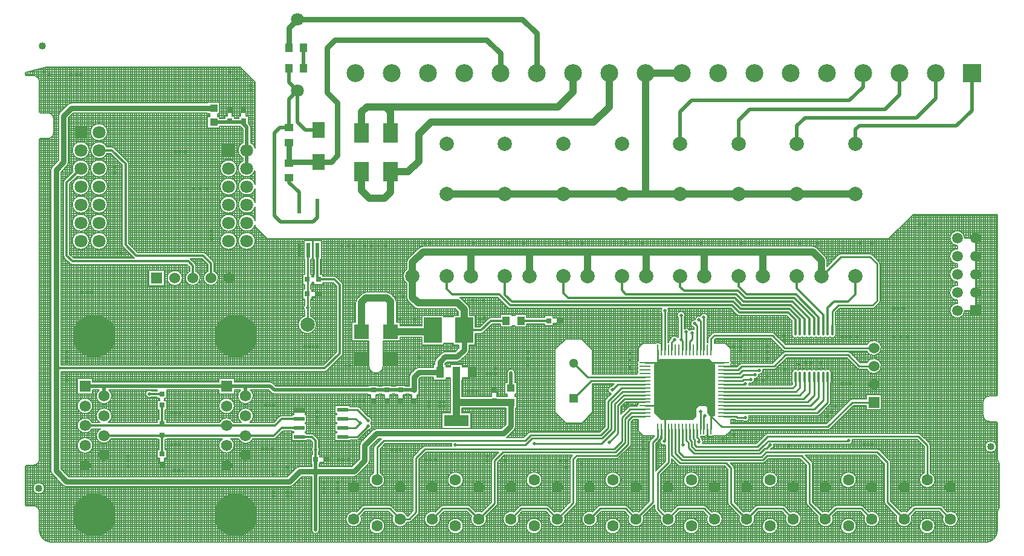
<source format=gtl>
%FSTAX23Y23*%
%MOIN*%
%SFA1B1*%

%IPPOS*%
%ADD10C,0.011810*%
%ADD16C,0.010000*%
%ADD17C,0.019680*%
%ADD21C,0.008000*%
%ADD32O,0.011810X0.062990*%
%ADD33R,0.025000X0.030000*%
%ADD34O,0.009840X0.061020*%
%ADD35O,0.061020X0.009840*%
%ADD36R,0.070870X0.086610*%
%ADD37R,0.039370X0.047240*%
%ADD38R,0.043310X0.061020*%
%ADD39R,0.135830X0.061020*%
%ADD40R,0.043310X0.061020*%
%ADD41R,0.047240X0.039370*%
%ADD42R,0.030000X0.025000*%
%ADD43R,0.043310X0.039370*%
%ADD44R,0.098430X0.141730*%
%ADD45R,0.082680X0.106300*%
%ADD46R,0.082680X0.078740*%
%ADD47R,0.059060X0.020000*%
%ADD48C,0.078740*%
%ADD49R,0.023620X0.078740*%
%ADD65C,0.040000*%
%ADD85C,0.039370*%
%ADD86C,0.031500*%
%ADD87C,0.020000*%
%ADD88C,0.060000*%
%ADD89R,0.060000X0.060000*%
%ADD90R,0.060000X0.060000*%
%ADD91C,0.062990*%
%ADD92R,0.062000X0.062000*%
%ADD93C,0.062000*%
%ADD94C,0.236220*%
%ADD95C,0.070870*%
%ADD96R,0.051180X0.051180*%
%ADD97C,0.051180*%
%ADD98C,0.098430*%
%ADD99R,0.098430X0.098430*%
%ADD100R,0.070870X0.070870*%
%ADD101R,0.059060X0.059060*%
%ADD102C,0.059060*%
%ADD103C,0.019680*%
%LN8Â··ÖÇøµçÔ´¹ÜÀíÆ÷pcb-1*%
%LPD*%
G36*
X09615Y01094D02*
Y00813D01*
X09609Y00807*
X09585*
X09571Y00827*
Y00855*
X09564Y00862*
X09526*
X09512Y00847*
Y00808*
X09492Y00788*
X09315*
X09277Y00826*
Y01092*
X09308Y01123*
X09586*
X09615Y01094*
G37*
G54D10*
X10041Y0144D02*
X10134Y01347D01*
X09771Y0144D02*
X10041D01*
X10134Y01282D02*
Y01347D01*
X1005Y0146D02*
X1016Y0135D01*
X1006Y0148D02*
X10185Y01354D01*
X10066Y01513D02*
X10211Y01368D01*
X0978Y0146D02*
X1005D01*
X10211Y01268D02*
Y01368D01*
X1016Y01275D02*
Y0135D01*
X09788Y0148D02*
X1006D01*
X10185Y01268D02*
Y01354D01*
X10017Y0138D02*
X10057Y0134D01*
X09747Y0138D02*
X10017D01*
X10057Y01282D02*
Y0134D01*
X10025Y014D02*
X10083Y01342D01*
X10033Y0142D02*
X10108Y01345D01*
X09755Y014D02*
X10025D01*
X09763Y0142D02*
X10033D01*
X10083Y01282D02*
Y01342D01*
X10108Y01282D02*
Y01345D01*
X06245Y00701D02*
X06565D01*
X0614Y00756D02*
X06921D01*
X06039Y01694D02*
Y02096D01*
Y01694D02*
X06071Y01662D01*
X0598Y01072D02*
X07463D01*
X06495Y00931D02*
X06565D01*
X07463Y01072D02*
X07546Y01155D01*
Y01533*
X07516Y01562D02*
X07546Y01533D01*
X07428Y01562D02*
X07516D01*
X07422Y01568D02*
X07428Y01562D01*
X07422Y01568D02*
Y01724D01*
X07412Y00625D02*
Y00672D01*
Y0057D02*
Y00625D01*
X07182Y00701D02*
X07225Y00744D01*
X07026Y00701D02*
X07182D01*
X08165Y0148D02*
X08424D01*
X08134Y0151D02*
X08165Y0148D01*
X08134Y0151D02*
Y0158D01*
X08484Y0142D02*
X09708D01*
X08424Y0148D02*
X08484Y0142D01*
X08544Y01335D02*
X08699D01*
X08231Y01283D02*
X08325D01*
X08377Y01335*
X08463*
X0739Y00694D02*
X07412Y00672D01*
X07322Y00694D02*
X0739D01*
X07225Y00794D02*
X07322D01*
X07187Y00756D02*
X07225Y00794D01*
X06921Y00756D02*
X07187D01*
X06565Y00701D02*
X07026D01*
X07225Y00744D02*
X07322D01*
X06565Y00766D02*
Y00869D01*
Y00701D02*
Y00704D01*
Y00601D02*
Y00701D01*
X09444Y01499D02*
X0974D01*
X09123Y01479D02*
X09732D01*
X08805Y01459D02*
X09724D01*
X08495Y01439D02*
X09716D01*
X09744Y01523D02*
X09788Y0148D01*
X09744Y01523D02*
Y0158D01*
X0974Y01499D02*
X0978Y0146D01*
X09732Y01479D02*
X09771Y0144D01*
X09724Y01459D02*
X09763Y0142D01*
X09716Y01439D02*
X09755Y014D01*
X09708Y0142D02*
X09747Y0138D01*
X09422Y01521D02*
X09444Y01499D01*
X09422Y01521D02*
Y0158D01*
X091Y01502D02*
X09123Y01479D01*
X091Y01502D02*
Y0158D01*
X08778Y01486D02*
X08805Y01459D01*
X08456Y01478D02*
X08495Y01439D01*
X10083Y01268D02*
Y01282D01*
X10108Y01275D02*
Y01282D01*
X10134Y01268D02*
Y01282D01*
X06835Y0157D02*
Y01651D01*
X06792Y01694D02*
X06835Y01651D01*
X06423Y01694D02*
X06792D01*
X06364Y01753D02*
X06423Y01694D01*
X06364Y01753D02*
Y022D01*
X06217Y02275D02*
X06289D01*
X06364Y022*
X06039Y02096D02*
X06117Y02175D01*
X06071Y01662D02*
X0671D01*
X06735Y01637*
Y0157D02*
Y01637D01*
X10057Y01268D02*
Y01282D01*
X10389Y0148D02*
Y0158D01*
X10349Y0144D02*
X10389Y0148D01*
X1027Y0144D02*
X10349D01*
X10236Y01406D02*
X1027Y0144D01*
X10236Y01268D02*
Y01406D01*
X10066Y01513D02*
Y0158D01*
X08778Y01486D02*
Y0158D01*
X08456Y01478D02*
Y0158D01*
G54D16*
X08852Y00591D02*
X09071D01*
X08833Y00572D02*
X08852Y00591D01*
X08833Y00329D02*
Y00572D01*
X09663Y01082D02*
X09711D01*
X09317Y01172D02*
Y01228D01*
X09118Y00862D02*
X09142Y00886D01*
X09228*
X09573Y0068D02*
Y00737D01*
X09296Y00634D02*
Y00663D01*
X09317Y00685*
Y00737*
X09297Y00691D02*
Y00737D01*
X0927Y00664D02*
X09297Y00691D01*
X0927Y00332D02*
Y00664D01*
X10483Y01419D02*
X10507Y01443D01*
X10295Y01419D02*
X10483D01*
X10262Y01386D02*
X10295Y01419D01*
X10262Y01282D02*
Y01386D01*
X10185Y00909D02*
Y01011D01*
X10142Y00866D02*
X10185Y00909D01*
X09663Y00866D02*
X10142D01*
X1016Y00922D02*
Y01011D01*
X10124Y00886D02*
X1016Y00922D01*
X09663Y00886D02*
X10124D01*
X10236Y00884D02*
Y01011D01*
X10179Y00827D02*
X10236Y00884D01*
X09663Y00827D02*
X10179D01*
X10211Y00897D02*
Y01011D01*
X1016Y00846D02*
X10211Y00897D01*
X09663Y00846D02*
X1016D01*
X10134Y00937D02*
Y01011D01*
X10102Y00905D02*
X10134Y00937D01*
X09663Y00905D02*
X10102D01*
X10108Y00953D02*
Y01011D01*
X1008Y00925D02*
X10108Y00953D01*
X09663Y00925D02*
X1008D01*
X10083Y00966D02*
Y01011D01*
X10062Y00945D02*
X10083Y00966D01*
X09663Y00945D02*
X10062D01*
X09593Y00807D02*
Y0082D01*
Y00737D02*
Y00807D01*
X1037Y00885D02*
X1049D01*
X10235Y0075D02*
X1037Y00885D01*
X0965Y0075D02*
X10235D01*
X09593Y00807D02*
X0965Y0075D01*
X09455Y00675D02*
Y00737D01*
X09475Y00681D02*
Y00737D01*
X09494Y00687D02*
Y00737D01*
Y00687D02*
X09503Y00678D01*
X09475Y00681D02*
X09485Y00671D01*
X09455Y00675D02*
X09467Y00663D01*
Y00634D02*
Y00663D01*
X09485Y00642D02*
Y00671D01*
X09503Y00649D02*
Y00678D01*
X09526Y00667D02*
Y0068D01*
X09514Y00692D02*
X09526Y0068D01*
X09514Y00692D02*
Y00737D01*
X09498Y00603D02*
X09862D01*
X09506Y00621D02*
X09855D01*
X09467Y00634D02*
X09498Y00603D01*
X09485Y00642D02*
X09506Y00621D01*
X09513Y00639D02*
X09848D01*
X09503Y00649D02*
X09513Y00639D01*
X09435Y00654D02*
X09439Y00651D01*
X09435Y00654D02*
Y00737D01*
X0933Y00669D02*
X09337Y00676D01*
Y00737*
X09357Y00553D02*
Y00737D01*
X09299Y00495D02*
X09357Y00553D01*
X09299Y00296D02*
Y00495D01*
X09423Y00549D02*
X09676D01*
X09376Y00595D02*
X09423Y00549D01*
X09433Y00567D02*
X09877D01*
X09396Y00604D02*
Y00737D01*
Y00604D02*
X09433Y00567D01*
X09441Y00585D02*
X0987D01*
X09416Y00609D02*
X09441Y00585D01*
X09416Y00609D02*
Y00737D01*
X09376Y00595D02*
Y00737D01*
X09877Y00567D02*
X099Y0059D01*
X0987Y00585D02*
X09895Y0061D01*
X09862Y00603D02*
X09888Y00629D01*
X09855Y00621D02*
X09881Y00647D01*
X09676Y00549D02*
X09703Y00522D01*
X09848Y00639D02*
X09905Y00696D01*
X09888Y00629D02*
X09897D01*
X099Y0059D02*
X10091D01*
X09895Y0061D02*
X10509D01*
X09881Y00647D02*
X09883D01*
X0764Y00694D02*
X07701Y00755D01*
X07561Y00694D02*
X0764D01*
X07632Y00744D02*
X07657Y00769D01*
X07561Y00744D02*
X07632D01*
X07788Y00674D02*
X08567D01*
X08597Y00704*
X08183Y0065D02*
X08569D01*
X08605Y00686*
X08992*
X08597Y00704D02*
X08984D01*
X0775Y00636D02*
X07788Y00674D01*
X09047Y00953D02*
X09078Y00984D01*
X09079Y00712D02*
Y00868D01*
X09116Y00905D02*
X09228D01*
X09079Y00868D02*
X09116Y00905D01*
X0911Y00925D02*
X09228D01*
X09061Y00876D02*
X0911Y00925D01*
X09061Y0073D02*
Y00876D01*
X09104Y00945D02*
X09228D01*
X09043Y00883D02*
X09104Y00945D01*
X09043Y00737D02*
Y00883D01*
X09098Y00964D02*
X09228D01*
X09025Y00891D02*
X09098Y00964D01*
X09025Y00744D02*
Y00891D01*
X09078Y00984D02*
X09228D01*
X0893Y01004D02*
X09228D01*
X08834Y00907D02*
X0893Y01004D01*
X0891Y01023D02*
X09228D01*
X09578Y01102D02*
X09663D01*
X09297D02*
X09317D01*
X09228D02*
X09297D01*
Y01172*
Y01081D02*
Y01102D01*
X09228Y00866D02*
X09306D01*
X09337Y00737D02*
Y00805D01*
X07367Y01407D02*
Y01719D01*
X09376Y01217D02*
X0939Y01231D01*
X09376Y01172D02*
Y01217D01*
X09427Y0123D02*
Y01365D01*
X09337Y01388D02*
X09338Y01389D01*
X09337Y01172D02*
Y01388D01*
X09526Y01341D02*
X09534Y01332D01*
Y01172D02*
Y01332D01*
X09502Y01319D02*
X09514Y01306D01*
Y01172D02*
Y01306D01*
X07367Y01313D02*
Y01407D01*
Y01719D02*
X07372Y01724D01*
X091Y008D02*
X09146Y00846D01*
X09118Y00792D02*
X09152Y00827D01*
X091Y0067D02*
Y008D01*
X09057Y00627D02*
X091Y0067D01*
X09118Y00662D02*
Y00792D01*
X09064Y00609D02*
X09118Y00662D01*
X09136Y00785D02*
X09158Y00807D01*
X09136Y00655D02*
Y00785D01*
X09071Y00591D02*
X09136Y00655D01*
X09738Y008D02*
X09782D01*
X0973Y00807D02*
X09738Y008D01*
X09663Y00807D02*
X0973D01*
X09553Y00807D02*
X09557Y00811D01*
X09553Y00737D02*
Y00807D01*
X07642Y00844D02*
X07701Y00785D01*
X07561Y00844D02*
X07642D01*
X09534Y00737D02*
Y00831D01*
X09536Y00833*
X07632Y00794D02*
X07657Y00769D01*
X07561Y00794D02*
X07632D01*
X09772Y0101D02*
X09815D01*
X0994Y01084D02*
X10003Y01147D01*
X09763Y01084D02*
X0994D01*
X09742Y01063D02*
X09763Y01084D01*
X09772Y01038D02*
X09836D01*
X09757Y01023D02*
X09772Y01038D01*
X09766Y01061D02*
X09859D01*
X09748Y01043D02*
X09766Y01061D01*
X09815Y0101D02*
X09816Y01011D01*
X09663Y01063D02*
X09742D01*
X09765Y01004D02*
X09772Y0101D01*
X09663Y01023D02*
X09757D01*
X09663Y01043D02*
X09748D01*
X09663Y01004D02*
X09765D01*
X09778Y00984D02*
X09782Y00988D01*
X09663Y00984D02*
X09778D01*
X07622Y00241D02*
X07679Y00299D01*
X0782*
X07877Y00241*
X08055D02*
X08113Y00299D01*
X08253*
X08311Y00241*
X08489D02*
X08546Y00299D01*
X08687*
X08745Y00241*
X08922D02*
X0898Y00299D01*
X09121*
X09178Y00241*
X09356D02*
X09413Y00299D01*
X09554*
X09612Y00241*
X09789D02*
X09847Y00299D01*
X09988*
X10045Y00241*
X10223D02*
X10281Y00299D01*
X10421*
X10479Y00241*
X10855Y00299D02*
X10912Y00241D01*
X10714Y00299D02*
X10855D01*
X10657Y00241D02*
X10714Y00299D01*
X08834Y011D02*
X0891Y01023D01*
X09427Y0123D02*
X09435Y01221D01*
Y01172D02*
Y01221D01*
X09489Y01235D02*
Y01261D01*
X09475Y01221D02*
X09489Y01235D01*
X09475Y01172D02*
Y01221D01*
X09455Y01267D02*
X09455Y01266D01*
Y01172D02*
Y01266D01*
X09553Y01172D02*
Y01355D01*
X10003Y01147D02*
X10348D01*
X10409Y01085*
X1049*
X09997Y01185D02*
X1049D01*
X0993Y01253D02*
X09997Y01185D01*
X0961Y01253D02*
X0993D01*
X09593Y01236D02*
X0961Y01253D01*
X09593Y01172D02*
Y01236D01*
X10201Y0158D02*
X10308Y01687D01*
X10469*
X10507Y01649*
Y01443D02*
Y01649D01*
X09905Y00696D02*
X10735D01*
X10785Y00457D02*
Y00647D01*
X10735Y00696D02*
X10785Y00647D01*
X10566Y00332D02*
Y00553D01*
X10509Y0061D02*
X10566Y00553D01*
X09908Y00671D02*
X10348D01*
X10351Y00674*
X09883Y00647D02*
X09908Y00671D01*
X09897Y00629D02*
X09917Y00649D01*
X10351Y00674D02*
X10352D01*
X08015Y00627D02*
X09057D01*
X08446Y00609D02*
X09064D01*
X09032Y00665D02*
X09079Y00712D01*
X08992Y00686D02*
X09043Y00737D01*
X08988Y00657D02*
X09061Y0073D01*
X08617Y00657D02*
X08988D01*
X08984Y00704D02*
X09025Y00744D01*
X08399Y00562D02*
X08446Y00609D01*
X07966Y00578D02*
X08015Y00627D01*
X07966Y00279D02*
Y00578D01*
X09158Y00807D02*
X09228D01*
X09146Y00846D02*
X09228D01*
X09152Y00827D02*
X09228D01*
X0775Y00457D02*
Y00636D01*
X10566Y00332D02*
X10657Y00241D01*
X10136Y00328D02*
X10223Y00241D01*
X10136Y00328D02*
Y00545D01*
X10091Y0059D02*
X10136Y00545D01*
X09703Y00328D02*
X09789Y00241D01*
X09703Y00328D02*
Y00522D01*
X09353Y00241D02*
X09356D01*
X09299Y00296D02*
X09353Y00241D01*
X09178D02*
X0927Y00332D01*
X08745Y00241D02*
X08833Y00329D01*
X08311Y00241D02*
X08399Y00328D01*
Y00562*
X07928Y00241D02*
X07966Y00279D01*
X07877Y00241D02*
X07928D01*
X10057Y00978D02*
Y01011D01*
X10043Y00964D02*
X10057Y00978D01*
X09663Y00964D02*
X10043D01*
G54D17*
X06244Y00974D02*
X06921D01*
X07184Y00953D02*
X0773D01*
X07162Y00974D02*
X07184Y00953D01*
X0685Y02429D02*
X07005D01*
X07032Y02402*
Y02275D02*
Y02402D01*
Y02175D02*
Y02275D01*
X07005Y02429D02*
X07014Y02438D01*
X07412Y00503D02*
Y0057D01*
Y00181D02*
Y00503D01*
X07029Y00974D02*
X07162D01*
X06921D02*
X07029D01*
X07026Y00972D02*
X07029Y00974D01*
X07026Y00919D02*
Y00972D01*
X0614Y00974D02*
X06244D01*
X06245Y00972*
Y00919D02*
Y00972D01*
X0788Y00953D02*
X07956D01*
X07805D02*
X0788D01*
X0773D02*
X07805D01*
X08489Y01023D02*
Y01047D01*
Y00963D02*
Y01023D01*
X07266Y02098D02*
Y02124D01*
Y02098D02*
X07322Y02042D01*
Y01967D02*
Y02042D01*
X07346Y02727D02*
D01*
Y02841D01*
X09422Y02487D02*
X09484Y0255D01*
X09422Y0231D02*
Y02487D01*
X09484Y0255D02*
X10355D01*
X09744Y02439D02*
X09805Y025D01*
X09744Y0231D02*
Y02439D01*
X09805Y025D02*
X1055D01*
X1103Y02495D02*
Y027D01*
X10945Y0241D02*
X1103Y02495D01*
X1041Y0241D02*
X10945D01*
X10389Y02389D02*
X1041Y0241D01*
X10389Y0231D02*
Y02389D01*
X1083Y0256D02*
Y027D01*
X10725Y02455D02*
X1083Y0256D01*
X1011Y02455D02*
X10725D01*
X10066Y02411D02*
X1011Y02455D01*
X10066Y0231D02*
Y02411D01*
X1063Y0258D02*
Y027D01*
X1055Y025D02*
X1063Y0258D01*
X1043Y02625D02*
Y027D01*
X10355Y0255D02*
X1043Y02625D01*
G54D21*
X10991Y0179D02*
D01*
D01*
G75*
G03X1095Y01748I-00041J0D01*
G74*G01*
Y01731D02*
D01*
D01*
G75*
G03Y01648I0J-00041D01*
G74*G01*
X10524Y01649D02*
D01*
D01*
G75*
G03X10519Y01661I-00016J0D01*
G74*G01*
X10524Y01649D02*
D01*
D01*
G75*
G03X10519Y01661I-00016J0D01*
G74*G01*
X10481Y01699D02*
D01*
D01*
G75*
G03X10469Y01704I-00012J-00012D01*
G74*G01*
X10308D02*
D01*
D01*
G75*
G03X10296Y01699I-0J-00016D01*
G74*G01*
X10308Y01704D02*
D01*
D01*
G75*
G03X10295Y01699I-0J-00016D01*
G74*G01*
X10481D02*
D01*
D01*
G75*
G03X10469Y01704I-00012J-00012D01*
G74*G01*
X1095Y01631D02*
D01*
D01*
G75*
G03Y01548I0J-00041D01*
G74*G01*
Y01531D02*
D01*
D01*
G75*
G03Y01448I0J-00041D01*
G74*G01*
Y01431D02*
D01*
D01*
G75*
G03X10991Y0139I0J-00041D01*
G74*G01*
X10519Y0143D02*
D01*
D01*
G75*
G03X10524Y01443I-00012J00012D01*
G74*G01*
X10519Y0143D02*
D01*
D01*
G75*
G03X10524Y01443I-00012J00012D01*
G74*G01*
X10483Y01402D02*
D01*
D01*
G75*
G03X10495Y01407I0J00016D01*
G74*G01*
X10483Y01402D02*
D01*
D01*
G75*
G03X10495Y01406I0J00016D01*
G74*G01*
X10176Y01737D02*
D01*
D01*
G75*
G03X10154Y01746I-00022J-00022D01*
G74*G01*
X10176Y01737D02*
D01*
D01*
G75*
G03X10154Y01746I-00022J-00022D01*
G74*G01*
X10232Y01667D02*
D01*
D01*
G75*
G03X10223Y0169I-00031J0D01*
G74*G01*
X10232Y01667D02*
D01*
D01*
G75*
G03X10223Y0169I-00031J0D01*
G74*G01*
X09734Y01368D02*
D01*
D01*
G75*
G03X09747Y01362I00012J00012D01*
G74*G01*
X09734Y01368D02*
D01*
D01*
G75*
G03X09747Y01362I00012J00012D01*
G74*G01*
X1028Y01307D02*
D01*
D01*
G75*
G03X10279Y01313I-00017J0D01*
G74*G01*
X10249Y01244D02*
D01*
D01*
G75*
G03X1028Y01256I00012J00012D01*
G74*G01*
X10096Y01244D02*
D01*
D01*
G75*
G03X10121I00012J00012D01*
G74*G01*
D01*
D01*
G75*
G03X10147I00012J00012D01*
G74*G01*
X10039Y01256D02*
D01*
D01*
G75*
G03X1007Y01244I00017J-0D01*
G74*G01*
X10223D02*
D01*
D01*
G75*
G03X10249I00012J00012D01*
G74*G01*
X10198D02*
D01*
D01*
G75*
G03X10223I00012J00012D01*
G74*G01*
X10172D02*
D01*
D01*
G75*
G03X10198I00012J00012D01*
G74*G01*
X10147D02*
D01*
D01*
G75*
G03X10172I00012J00012D01*
G74*G01*
X1007D02*
D01*
D01*
G75*
G03X10096I00012J00012D01*
G74*G01*
X09942Y01265D02*
D01*
D01*
G75*
G03X0993Y0127I-00012J-00012D01*
G74*G01*
X09942Y01265D02*
D01*
D01*
G75*
G03X0993Y0127I-00012J-00012D01*
G74*G01*
X0961D02*
D01*
D01*
G75*
G03X09597Y01265I-0J-00016D01*
G74*G01*
X0961Y0127D02*
D01*
D01*
G75*
G03X09597Y01265I-0J-00016D01*
G74*G01*
X09581Y01248D02*
D01*
D01*
G75*
G03X09576Y01236I00011J-00012D01*
G74*G01*
X10451Y01168D02*
D01*
D01*
G75*
G03X10532Y01185I00038J00016D01*
G74*G01*
D01*
D01*
G75*
G03X10451Y01202I-00042J-0D01*
G74*G01*
Y01068D02*
D01*
D01*
G75*
G03X10532Y01085I00038J00016D01*
G74*G01*
D01*
D01*
G75*
G03X10451Y01102I-00042J-0D01*
G74*G01*
X10397Y01073D02*
D01*
D01*
G75*
G03X10409Y01068I00012J00011D01*
G74*G01*
X10397Y01073D02*
D01*
D01*
G75*
G03X10409Y01068I00011J00011D01*
G74*G01*
X1036Y01159D02*
D01*
D01*
G75*
G03X10348Y01164I-00012J-00012D01*
G74*G01*
X1036Y01159D02*
D01*
D01*
G75*
G03X10348Y01164I-00012J-00012D01*
G74*G01*
X10254Y01051D02*
D01*
D01*
G75*
G03X10223Y01063I-00017J0D01*
G74*G01*
X10253Y00994D02*
D01*
D01*
G75*
G03X10254Y01I-00017J00005D01*
G74*G01*
X10223Y01063D02*
D01*
D01*
G75*
G03X10198I-00012J-00012D01*
G74*G01*
X10172D02*
D01*
D01*
G75*
G03X10147I-00012J-00012D01*
G74*G01*
D01*
D01*
G75*
G03X10121I-00012J-00012D01*
G74*G01*
X10198D02*
D01*
D01*
G75*
G03X10172I-00012J-00012D01*
G74*G01*
X11166Y00919D02*
D01*
D01*
G75*
G03X11172Y00925I-0J00005D01*
G74*G01*
X11127Y00919D02*
D01*
D01*
G75*
G03X11093Y00885I0J-00034D01*
G74*G01*
Y00813D02*
D01*
D01*
G75*
G03X11127Y00778I00034J0D01*
G74*G01*
X11171Y00773D02*
D01*
D01*
G75*
G03X11166Y00778I-00005J-0D01*
G74*G01*
X1037Y00902D02*
D01*
D01*
G75*
G03X10358Y00897I-0J-00016D01*
G74*G01*
X1037Y00902D02*
D01*
D01*
G75*
G03X10358Y00897I-0J-00016D01*
G74*G01*
X10248Y00872D02*
D01*
D01*
G75*
G03X10253Y00884I-00012J00012D01*
G74*G01*
X10248Y00872D02*
D01*
D01*
G75*
G03X10253Y00884I-00012J00012D01*
G74*G01*
X10235Y00733D02*
D01*
D01*
G75*
G03X10247Y00738I0J00016D01*
G74*G01*
X10235Y00733D02*
D01*
D01*
G75*
G03X10247Y00737I0J00016D01*
G74*G01*
X10179Y0081D02*
D01*
D01*
G75*
G03X10191Y00815I0J00016D01*
G74*G01*
X10179Y0081D02*
D01*
D01*
G75*
G03X10191Y00815I0J00016D01*
G74*G01*
X09985Y01173D02*
D01*
D01*
G75*
G03X09997Y01168I00012J00011D01*
G74*G01*
X09985Y01173D02*
D01*
D01*
G75*
G03X09997Y01168I00011J00011D01*
G74*G01*
X10003Y01164D02*
D01*
D01*
G75*
G03X0999Y01159I-0J-00016D01*
G74*G01*
X10003Y01164D02*
D01*
D01*
G75*
G03X0999Y01159I-0J-00016D01*
G74*G01*
X0994Y01067D02*
D01*
D01*
G75*
G03X09952Y01072I0J00016D01*
G74*G01*
X0994Y01067D02*
D01*
D01*
G75*
G03X09952Y01071I0J00016D01*
G74*G01*
X09705Y01102D02*
D01*
D01*
G75*
G03X097Y01114I-00016J-0D01*
G74*G01*
X09763Y01101D02*
D01*
D01*
G75*
G03X09751Y01096I-0J-00016D01*
G74*G01*
X09763Y01101D02*
D01*
D01*
G75*
G03X09751Y01096I-0J-00016D01*
G74*G01*
X097Y0109D02*
D01*
D01*
G75*
G03X09705Y01102I-00011J00012D01*
G74*G01*
X10121Y01063D02*
D01*
D01*
G75*
G03X10096I-00012J-00012D01*
G74*G01*
D01*
D01*
G75*
G03X1007I-00012J-00012D01*
G74*G01*
D01*
D01*
G75*
G03X10039Y01051I-00012J-00012D01*
G74*G01*
Y01D02*
D01*
D01*
G75*
G03X1004Y00994I00017J-0D01*
G74*G01*
X0988Y01061D02*
D01*
D01*
G75*
G03X0988Y01067I-00021J-0D01*
G74*G01*
X09857Y01039D02*
D01*
D01*
G75*
G03X0988Y01061I00001J00021D01*
G74*G01*
X09832Y01016D02*
D01*
D01*
G75*
G03X09857Y01038I00003J00021D01*
G74*G01*
X09833Y01011D02*
D01*
D01*
G75*
G03X09832Y01016I-00016J0D01*
G74*G01*
X09828Y00999D02*
D01*
D01*
G75*
G03X09833Y01011I-00012J00011D01*
G74*G01*
X09803Y0099D02*
D01*
D01*
G75*
G03X09828Y00999I00006J00020D01*
G74*G01*
X09802Y00981D02*
D01*
D01*
G75*
G03X09803Y00988I-00020J00006D01*
G74*G01*
Y008D02*
D01*
D01*
G75*
G03X09801Y0081I-00021J-0D01*
G74*G01*
X09768Y00783D02*
D01*
D01*
G75*
G03X09803Y008I00013J00017D01*
G74*G01*
X09725Y00787D02*
D01*
D01*
G75*
G03X09738Y00783I00012J00012D01*
G74*G01*
X09725Y00788D02*
D01*
D01*
G75*
G03X09738Y00783I00012J00012D01*
G74*G01*
X09575Y01355D02*
D01*
D01*
G75*
G03X09532Y01361I-00021J-0D01*
G74*G01*
X09359Y01389D02*
D01*
D01*
G75*
G03X09355Y01402I-00021J0D01*
G74*G01*
X0932D02*
D01*
D01*
G75*
G03X0932Y01376I00017J-00013D01*
G74*G01*
X09354Y01374D02*
D01*
D01*
G75*
G03X09359Y01389I-00016J00014D01*
G74*G01*
X09448Y01365D02*
D01*
D01*
G75*
G03X0941Y01351I-00021J-0D01*
G74*G01*
X0957Y01342D02*
D01*
D01*
G75*
G03X09575Y01355I-00017J00013D01*
G74*G01*
X09532Y01361D02*
D01*
D01*
G75*
G03X09504Y0134I-00006J-00020D01*
G74*G01*
X09444Y01351D02*
D01*
D01*
G75*
G03X09448Y01365I-00017J00013D01*
G74*G01*
X09504Y0134D02*
D01*
D01*
G75*
G03X09497Y01297I-00002J-00021D01*
G74*G01*
X08471Y01407D02*
D01*
D01*
G75*
G03X08484Y01402I00012J00012D01*
G74*G01*
X08471Y01407D02*
D01*
D01*
G75*
G03X08484Y01402I00012J00012D01*
G74*G01*
X08217Y01455D02*
D01*
D01*
G75*
G03X08207Y01462I-00022J-00022D01*
G74*G01*
X08217Y01455D02*
D01*
D01*
G75*
G03X08207Y01462I-00022J-00022D01*
G74*G01*
X08263Y01396D02*
D01*
D01*
G75*
G03X08254Y01418I-00031J0D01*
G74*G01*
X08263Y01396D02*
D01*
D01*
G75*
G03X08254Y01418I-00031J0D01*
G74*G01*
X08377Y01352D02*
D01*
D01*
G75*
G03X08364Y01347I-0J-00017D01*
G74*G01*
X08377Y01352D02*
D01*
D01*
G75*
G03X08364Y01347I-0J-00017D01*
G74*G01*
X09581Y01248D02*
D01*
D01*
G75*
G03X09576Y01236I00011J-00011D01*
G74*G01*
X09474Y01282D02*
D01*
D01*
G75*
G03X09444Y0129I-00019J-00010D01*
G74*G01*
X09497Y01286D02*
D01*
D01*
G75*
G03X09474Y01282I-00008J-00020D01*
G74*G01*
X09576Y01214D02*
D01*
D01*
G75*
G03X0957I-00002J-00016D01*
G74*G01*
X09408Y01242D02*
D01*
D01*
G75*
G03X09368Y01233I-00018J-00011D01*
G74*G01*
X09364Y01229D02*
D01*
D01*
G75*
G03X09359Y01217I00012J-00012D01*
G74*G01*
X09364Y01229D02*
D01*
D01*
G75*
G03X09359Y01217I00012J-00012D01*
G74*G01*
Y01214D02*
D01*
D01*
G75*
G03X09354I-00002J-00016D01*
G74*G01*
X0931Y01209D02*
D01*
D01*
G75*
G03X09285I-00012J-00010D01*
G74*G01*
X0919Y01114D02*
D01*
D01*
G75*
G03X09188Y01092I00011J-00012D01*
G74*G01*
Y01073D02*
D01*
D01*
G75*
G03Y01053I00013J-00009D01*
G74*G01*
Y01092D02*
D01*
D01*
G75*
G03Y01073I00013J-00009D01*
G74*G01*
Y01053D02*
D01*
D01*
G75*
G03X09185Y0104I00013J-00009D01*
G74*G01*
X0851Y01047D02*
D01*
D01*
G75*
G03X08467I-00021J0D01*
G74*G01*
X0851D02*
D01*
D01*
G75*
G03X08467I-00021J0D01*
G74*G01*
X09044Y00974D02*
D01*
D01*
G75*
G03X09041Y00931I00002J-00021D01*
G74*G01*
X0919Y00878D02*
D01*
D01*
G75*
G03X09185Y00863I00011J-00012D01*
G74*G01*
X09146D02*
D01*
D01*
G75*
G03X09134Y00858I-0J-00016D01*
G74*G01*
X09012Y00903D02*
D01*
D01*
G75*
G03X09008Y00891I00012J-00012D01*
G74*G01*
X09013Y00903D02*
D01*
D01*
G75*
G03X09008Y00891I00012J-00012D01*
G74*G01*
X09146Y00863D02*
D01*
D01*
G75*
G03X09134Y00858I-0J-00016D01*
G74*G01*
X08508Y00734D02*
D01*
D01*
G75*
G03X08516Y00754I-00019J00019D01*
G74*G01*
X08508Y00734D02*
D01*
D01*
G75*
G03X08516Y00754I-00019J00019D01*
G74*G01*
X08325Y01265D02*
D01*
D01*
G75*
G03X08337Y0127I0J00017D01*
G74*G01*
X08325Y01265D02*
D01*
D01*
G75*
G03X08337Y0127I-0J00017D01*
G74*G01*
X08251Y01155D02*
D01*
D01*
G75*
G03X08259Y01175I-00019J00019D01*
G74*G01*
X08251Y01155D02*
D01*
D01*
G75*
G03X08259Y01175I-00019J00019D01*
G74*G01*
X08192Y01108D02*
D01*
D01*
G75*
G03X08211Y01116I0J00027D01*
G74*G01*
X08192Y01108D02*
D01*
D01*
G75*
G03X08211Y01116I0J00027D01*
G74*G01*
X08125Y01163D02*
D01*
D01*
G75*
G03X08105Y01155I-0J-00027D01*
G74*G01*
X08125Y01163D02*
D01*
D01*
G75*
G03X08105Y01155I-0J-00027D01*
G74*G01*
X08077Y01128D02*
D01*
D01*
G75*
G03X08069Y01108I00019J-00019D01*
G74*G01*
X08077Y01128D02*
D01*
D01*
G75*
G03X08069Y01108I00019J-00019D01*
G74*G01*
X10747Y00708D02*
D01*
D01*
G75*
G03X10735Y00713I-00012J-00012D01*
G74*G01*
X10747Y00708D02*
D01*
D01*
G75*
G03X10735Y00713I-00012J-00012D01*
G74*G01*
X11167Y0064D02*
D01*
D01*
G75*
G03X11103I-00032J0D01*
G74*G01*
D01*
G75*
G03X11167I00032J0D01*
G74*G01*
X10802Y00647D02*
D01*
D01*
G75*
G03X10797Y00659I-00016J0D01*
G74*G01*
X10802Y00647D02*
D01*
D01*
G75*
G03X10797Y00659I-00016J0D01*
G74*G01*
X10521Y00622D02*
D01*
D01*
G75*
G03X10509Y00627I-00012J-00012D01*
G74*G01*
X10521Y00622D02*
D01*
D01*
G75*
G03X10509Y00627I-00012J-00012D01*
G74*G01*
X10372Y00674D02*
D01*
D01*
G75*
G03X10372Y00679I-00022J-0D01*
G74*G01*
X1034Y00654D02*
D01*
D01*
G75*
G03X10372Y00674I00010J00019D01*
G74*G01*
X11171Y00572D02*
D01*
D01*
G75*
G03X1118Y00549I00034J0D01*
G74*G01*
X10583Y00553D02*
D01*
D01*
G75*
G03X10578Y00565I-00016J0D01*
G74*G01*
X10583Y00553D02*
D01*
D01*
G75*
G03X10578Y00565I-00016J0D01*
G74*G01*
X09905Y00713D02*
D01*
D01*
G75*
G03X09893Y00708I-0J-00016D01*
G74*G01*
X09905Y00713D02*
D01*
D01*
G75*
G03X09893Y00708I-0J-00016D01*
G74*G01*
X09939Y00649D02*
D01*
D01*
G75*
G03X09938Y00654I-00021J0D01*
G74*G01*
X0992Y00627D02*
D01*
D01*
G75*
G03X09939Y00649I-00002J00021D01*
G74*G01*
X10153Y00545D02*
D01*
D01*
G75*
G03X10148Y00557I-00016J0D01*
G74*G01*
X10153Y00545D02*
D01*
D01*
G75*
G03X10148Y00557I-00016J0D01*
G74*G01*
X10394Y00457D02*
D01*
D01*
G75*
G03X10307I-00043J0D01*
G74*G01*
D01*
G75*
G03X10394I00043J0D01*
G74*G01*
X09877Y0055D02*
D01*
D01*
G75*
G03X09889Y00554I0J00016D01*
G74*G01*
X09877Y0055D02*
D01*
D01*
G75*
G03X09889Y00555I0J00016D01*
G74*G01*
X09961Y00457D02*
D01*
D01*
G75*
G03X09874I-00043J0D01*
G74*G01*
D01*
G75*
G03X09961I00043J0D01*
G74*G01*
X0972Y00522D02*
D01*
D01*
G75*
G03X09715Y00534I-00016J0D01*
G74*G01*
X0972Y00522D02*
D01*
D01*
G75*
G03X09715Y00534I-00016J0D01*
G74*G01*
X10828Y00457D02*
D01*
D01*
G75*
G03X10802Y00497I-00043J0D01*
G74*G01*
X10768D02*
D01*
D01*
G75*
G03X10828Y00457I00017J-00040D01*
G74*G01*
X10867Y00311D02*
D01*
D01*
G75*
G03X10855Y00316I-00012J-00012D01*
G74*G01*
X10867Y00311D02*
D01*
D01*
G75*
G03X10855Y00316I-00012J-00012D01*
G74*G01*
X1118Y00303D02*
D01*
D01*
G75*
G03X11171Y00281I00025J-00022D01*
G74*G01*
X10956Y00241D02*
D01*
D01*
G75*
G03X10896Y00281I-00043J0D01*
G74*G01*
X10714Y00316D02*
D01*
D01*
G75*
G03X10702Y00311I-0J-00016D01*
G74*G01*
X10714Y00316D02*
D01*
D01*
G75*
G03X10702Y00311I-0J-00016D01*
G74*G01*
X10549Y00332D02*
D01*
D01*
G75*
G03X10554Y0032I00016J-0D01*
G74*G01*
X10549Y00332D02*
D01*
D01*
G75*
G03X10553Y0032I00016J-0D01*
G74*G01*
X10673Y00281D02*
D01*
D01*
G75*
G03X1064I-00016J-00040D01*
G74*G01*
X10433Y00311D02*
D01*
D01*
G75*
G03X10421Y00316I-00012J-00012D01*
G74*G01*
X10433Y00311D02*
D01*
D01*
G75*
G03X10421Y00316I-00012J-00012D01*
G74*G01*
X10522Y00241D02*
D01*
D01*
G75*
G03X10463Y00281I-00043J0D01*
G74*G01*
X10872Y00257D02*
D01*
D01*
G75*
G03X10956Y00241I00040J-00016D01*
G74*G01*
X10828Y00202D02*
D01*
D01*
G75*
G03X10741I-00043J0D01*
G74*G01*
D01*
G75*
G03X10828I00043J0D01*
G74*G01*
X11107Y00114D02*
D01*
D01*
G75*
G03X11171Y00178I-0J00064D01*
G74*G01*
X107Y00241D02*
D01*
D01*
G75*
G03X10697Y00257I-00043J-0D01*
G74*G01*
X10616D02*
D01*
D01*
G75*
G03X107Y00241I00040J-00016D01*
G74*G01*
X10439Y00257D02*
D01*
D01*
G75*
G03X10522Y00241I00040J-00016D01*
G74*G01*
X10394Y00202D02*
D01*
D01*
G75*
G03X10307I-00043J0D01*
G74*G01*
D01*
G75*
G03X10394I00043J0D01*
G74*G01*
X10281Y00316D02*
D01*
D01*
G75*
G03X10269Y00311I-0J-00016D01*
G74*G01*
X10281Y00316D02*
D01*
D01*
G75*
G03X10269Y00311I-0J-00016D01*
G74*G01*
X10239Y00281D02*
D01*
D01*
G75*
G03X10207I-00016J-00040D01*
G74*G01*
X10119Y00328D02*
D01*
D01*
G75*
G03X10123Y00316I00016J-0D01*
G74*G01*
X10119Y00328D02*
D01*
D01*
G75*
G03X10124Y00316I00016J-0D01*
G74*G01*
X09686Y00328D02*
D01*
D01*
G75*
G03X09691Y00316I00016J-0D01*
G74*G01*
X1Y00311D02*
D01*
D01*
G75*
G03X09988Y00316I-00012J-00012D01*
G74*G01*
X1Y00311D02*
D01*
D01*
G75*
G03X09988Y00316I-00012J-00012D01*
G74*G01*
X09847D02*
D01*
D01*
G75*
G03X09835Y00311I-0J-00016D01*
G74*G01*
X09847Y00316D02*
D01*
D01*
G75*
G03X09835Y00311I-0J-00016D01*
G74*G01*
X09806Y00281D02*
D01*
D01*
G75*
G03X09773I-00016J-00040D01*
G74*G01*
X10183Y00257D02*
D01*
D01*
G75*
G03X10266Y00241I00040J-00016D01*
G74*G01*
D01*
D01*
G75*
G03X10263Y00257I-00043J-0D01*
G74*G01*
X10089Y00241D02*
D01*
D01*
G75*
G03X10029Y00281I-00043J0D01*
G74*G01*
X10005Y00257D02*
D01*
D01*
G75*
G03X10089Y00241I00040J-00016D01*
G74*G01*
X09961Y00202D02*
D01*
D01*
G75*
G03X09874I-00043J0D01*
G74*G01*
D01*
G75*
G03X09961I00043J0D01*
G74*G01*
X09833Y00241D02*
D01*
D01*
G75*
G03X0983Y00257I-00043J0D01*
G74*G01*
X09749D02*
D01*
D01*
G75*
G03X09833Y00241I00040J-00016D01*
G74*G01*
X09582Y00699D02*
D01*
D01*
G75*
G03X09604I00010J00012D01*
G74*G01*
X09544Y00698D02*
D01*
D01*
G75*
G03X09564Y00699I00009J00013D01*
G74*G01*
X09536Y00695D02*
D01*
D01*
G75*
G03X09544Y00698I-00002J00016D01*
G74*G01*
X09543Y00681D02*
D01*
D01*
G75*
G03X09538Y00692I-00017J-0D01*
G74*G01*
X09543Y00681D02*
D01*
D01*
G75*
G03X09538Y00692I-00017J-0D01*
G74*G01*
X09548Y00667D02*
D01*
D01*
G75*
G03X09543Y00681I-00021J0D01*
G74*G01*
X0932Y00686D02*
D01*
D01*
G75*
G03X0934Y00648I00013J-00017D01*
G74*G01*
X09545Y00656D02*
D01*
D01*
G75*
G03X09548Y00667I-00018J00011D01*
G74*G01*
X09369Y00541D02*
D01*
D01*
G75*
G03X09374Y00553I-00011J00011D01*
G74*G01*
X09369Y0054D02*
D01*
D01*
G75*
G03X09374Y00553I-00011J00012D01*
G74*G01*
X0941Y00536D02*
D01*
D01*
G75*
G03X09423Y00532I00012J00012D01*
G74*G01*
X0941Y00537D02*
D01*
D01*
G75*
G03X09423Y00532I00012J00012D01*
G74*G01*
X09309Y00679D02*
D01*
D01*
G75*
G03X09314Y00691I-00012J00012D01*
G74*G01*
X09309Y00679D02*
D01*
D01*
G75*
G03X09314Y00691I-00012J00012D01*
G74*G01*
X09258Y00676D02*
D01*
D01*
G75*
G03X09253Y00664I00012J-00012D01*
G74*G01*
X09257Y00676D02*
D01*
D01*
G75*
G03X09253Y00664I00012J-00012D01*
G74*G01*
X09148Y00643D02*
D01*
D01*
G75*
G03X09153Y00655I-00012J00012D01*
G74*G01*
X09148Y00643D02*
D01*
D01*
G75*
G03X09153Y00655I-00012J00012D01*
G74*G01*
X09071Y00574D02*
D01*
D01*
G75*
G03X09083Y00579I0J00016D01*
G74*G01*
X09071Y00574D02*
D01*
D01*
G75*
G03X09083Y00578I0J00016D01*
G74*G01*
X09527Y00457D02*
D01*
D01*
G75*
G03X0944I-00043J0D01*
G74*G01*
D01*
G75*
G03X09527I00043J0D01*
G74*G01*
X09094D02*
D01*
D01*
G75*
G03X09007I-00043J0D01*
G74*G01*
D01*
G75*
G03X09094I00043J0D01*
G74*G01*
X08821Y00584D02*
D01*
D01*
G75*
G03X08816Y00572I00012J-00012D01*
G74*G01*
X0882Y00584D02*
D01*
D01*
G75*
G03X08816Y00572I00012J-00012D01*
G74*G01*
X08597Y00721D02*
D01*
D01*
G75*
G03X08585Y00716I0J-00017D01*
G74*G01*
X08597Y00721D02*
D01*
D01*
G75*
G03X08585Y00716I0J-00017D01*
G74*G01*
X08464Y00691D02*
D01*
D01*
G75*
G03X08467Y00693I-00016J00021D01*
G74*G01*
X08464Y00691D02*
D01*
D01*
G75*
G03X08467Y00693I-00016J00021D01*
G74*G01*
X08162Y00657D02*
D01*
D01*
G75*
G03X08162Y00644I00020J-00006D01*
G74*G01*
X08387Y00574D02*
D01*
D01*
G75*
G03X08382Y00562I00012J-00012D01*
G74*G01*
X08386Y00574D02*
D01*
D01*
G75*
G03X08382Y00562I00012J-00012D01*
G74*G01*
X0866Y00457D02*
D01*
D01*
G75*
G03X08573I-00043J0D01*
G74*G01*
D01*
G75*
G03X0866I00043J0D01*
G74*G01*
X08227D02*
D01*
D01*
G75*
G03X0814I-00043J0D01*
G74*G01*
D01*
G75*
G03X08227I00043J0D01*
G74*G01*
X09686Y00328D02*
D01*
D01*
G75*
G03X0969Y00316I00016J-0D01*
G74*G01*
X09566Y00311D02*
D01*
D01*
G75*
G03X09554Y00316I-00012J-00012D01*
G74*G01*
X09413D02*
D01*
D01*
G75*
G03X09401Y00311I-0J-00016D01*
G74*G01*
X09566Y00311D02*
D01*
D01*
G75*
G03X09554Y00316I-00012J-00012D01*
G74*G01*
X09655Y00241D02*
D01*
D01*
G75*
G03X09595Y00281I-00043J0D01*
G74*G01*
X09413Y00316D02*
D01*
D01*
G75*
G03X09401Y00311I-0J-00016D01*
G74*G01*
X09282Y00296D02*
D01*
D01*
G75*
G03X09287Y00283I00016J-0D01*
G74*G01*
X09372Y00281D02*
D01*
D01*
G75*
G03X09338Y0028I-00016J-00040D01*
G74*G01*
X09399Y00241D02*
D01*
D01*
G75*
G03X09396Y00257I-00043J0D01*
G74*G01*
X09133Y00311D02*
D01*
D01*
G75*
G03X09121Y00316I-00012J-00012D01*
G74*G01*
X09133Y00311D02*
D01*
D01*
G75*
G03X09121Y00316I-00012J-00012D01*
G74*G01*
X0898D02*
D01*
D01*
G75*
G03X08968Y00311I-0J-00016D01*
G74*G01*
X0898Y00316D02*
D01*
D01*
G75*
G03X08968Y00311I-0J-00016D01*
G74*G01*
X08845Y00317D02*
D01*
D01*
G75*
G03X0885Y00329I-00012J00012D01*
G74*G01*
X09282Y00296D02*
D01*
D01*
G75*
G03X09286Y00283I00016J-0D01*
G74*G01*
X09194Y00281D02*
D01*
D01*
G75*
G03X09162I-00016J-00040D01*
G74*G01*
X09222Y00241D02*
D01*
D01*
G75*
G03X09219Y00257I-00043J-0D01*
G74*G01*
X08966Y00241D02*
D01*
D01*
G75*
G03X08963Y00257I-00043J0D01*
G74*G01*
X09571D02*
D01*
D01*
G75*
G03X09655Y00241I00040J-00016D01*
G74*G01*
X09527Y00202D02*
D01*
D01*
G75*
G03X0944I-00043J0D01*
G74*G01*
D01*
G75*
G03X09527I00043J0D01*
G74*G01*
X09315Y00255D02*
D01*
D01*
G75*
G03X09399Y00241I00041J-00014D01*
G74*G01*
X09138Y00257D02*
D01*
D01*
G75*
G03X09222Y00241I00040J-00016D01*
G74*G01*
X09094Y00202D02*
D01*
D01*
G75*
G03X09007I-00043J0D01*
G74*G01*
D01*
G75*
G03X09094I00043J0D01*
G74*G01*
X08939Y00281D02*
D01*
D01*
G75*
G03X08966Y00241I-00016J-00040D01*
G74*G01*
X08845Y00317D02*
D01*
D01*
G75*
G03X0885Y00329I-00012J00012D01*
G74*G01*
X08699Y00311D02*
D01*
D01*
G75*
G03X08687Y00316I-00012J-00012D01*
G74*G01*
X08699Y00311D02*
D01*
D01*
G75*
G03X08687Y00316I-00012J-00012D01*
G74*G01*
X08546D02*
D01*
D01*
G75*
G03X08534Y00311I-0J-00016D01*
G74*G01*
X08546Y00316D02*
D01*
D01*
G75*
G03X08534Y00311I-0J-00016D01*
G74*G01*
X08761Y00281D02*
D01*
D01*
G75*
G03X08728I-00016J-00040D01*
G74*G01*
X08788Y00241D02*
D01*
D01*
G75*
G03X08785Y00257I-00043J-0D01*
G74*G01*
X08411Y00316D02*
D01*
D01*
G75*
G03X08416Y00328I-00012J00012D01*
G74*G01*
X08411Y00316D02*
D01*
D01*
G75*
G03X08416Y00328I-00012J00012D01*
G74*G01*
X08327Y00281D02*
D01*
D01*
G75*
G03X08295I-00016J-00040D01*
G74*G01*
X08265Y00311D02*
D01*
D01*
G75*
G03X08253Y00316I-00012J-00012D01*
G74*G01*
X08265Y00311D02*
D01*
D01*
G75*
G03X08253Y00316I-00012J-00012D01*
G74*G01*
X08113D02*
D01*
D01*
G75*
G03X08101Y00311I-0J-00016D01*
G74*G01*
X08113Y00316D02*
D01*
D01*
G75*
G03X08101Y00311I-0J-00016D01*
G74*G01*
X08532Y00241D02*
D01*
D01*
G75*
G03X08529Y00257I-00043J0D01*
G74*G01*
X08355Y00241D02*
D01*
D01*
G75*
G03X08351Y00257I-00043J-0D01*
G74*G01*
X08099Y00241D02*
D01*
D01*
G75*
G03X08095Y00257I-00043J0D01*
G74*G01*
X08704D02*
D01*
D01*
G75*
G03X08788Y00241I00040J-00016D01*
G74*G01*
X08505Y00281D02*
D01*
D01*
G75*
G03X08532Y00241I-00016J-00040D01*
G74*G01*
X0866Y00202D02*
D01*
D01*
G75*
G03X08573I-00043J0D01*
G74*G01*
D01*
G75*
G03X0866I00043J0D01*
G74*G01*
X08271Y00257D02*
D01*
D01*
G75*
G03X08355Y00241I00040J-00016D01*
G74*G01*
X08227Y00202D02*
D01*
D01*
G75*
G03X0814I-00043J0D01*
G74*G01*
D01*
G75*
G03X08227I00043J0D01*
G74*G01*
X07054Y02402D02*
D01*
D01*
G75*
G03X07047Y02418I-00021J-0D01*
G74*G01*
X07054Y02402D02*
D01*
D01*
G75*
G03X07047Y02418I-00021J-0D01*
G74*G01*
X07078Y02288D02*
D01*
D01*
G75*
G03X07054Y02317I-00045J-00013D01*
G74*G01*
X0701Y02217D02*
D01*
D01*
G75*
G03X07078Y02161I00021J-00042D01*
G74*G01*
Y02088D02*
D01*
D01*
G75*
G03Y02061I-00045J-00013D01*
G74*G01*
X0701Y02317D02*
D01*
D01*
G75*
G03Y02232I00021J-00042D01*
G74*G01*
X07078Y01988D02*
D01*
D01*
G75*
G03Y01961I-00045J-00013D01*
G74*G01*
Y01888D02*
D01*
D01*
G75*
G03Y01861I-00045J-00013D01*
G74*G01*
X07079Y01775D02*
D01*
D01*
G75*
G03X06985I-00047J0D01*
G74*G01*
D01*
G75*
G03X07079I00047J0D01*
G74*G01*
X06979Y02175D02*
D01*
D01*
G75*
G03X06885I-00047J0D01*
G74*G01*
D01*
G75*
G03X06979I00047J0D01*
G74*G01*
Y02075D02*
D01*
D01*
G75*
G03X06885I-00047J0D01*
G74*G01*
D01*
G75*
G03X06979I00047J0D01*
G74*G01*
Y01975D02*
D01*
D01*
G75*
G03X06885I-00047J0D01*
G74*G01*
D01*
G75*
G03X06979I00047J0D01*
G74*G01*
Y01875D02*
D01*
D01*
G75*
G03X06885I-00047J0D01*
G74*G01*
D01*
G75*
G03X06979I00047J0D01*
G74*G01*
Y01775D02*
D01*
D01*
G75*
G03X06885I-00047J0D01*
G74*G01*
D01*
G75*
G03X06979I00047J0D01*
G74*G01*
X08005Y01746D02*
D01*
D01*
G75*
G03X07982Y01737I-0J-00031D01*
G74*G01*
X08005Y01746D02*
D01*
D01*
G75*
G03X07982Y01737I-0J-00031D01*
G74*G01*
X07923Y01678D02*
D01*
D01*
G75*
G03X07914Y01656I00022J-00022D01*
G74*G01*
X07923Y01678D02*
D01*
D01*
G75*
G03X07914Y01656I00022J-00022D01*
G74*G01*
Y0162D02*
D01*
D01*
G75*
G03Y01539I00031J-00040D01*
G74*G01*
Y01464D02*
D01*
D01*
G75*
G03X07923Y01442I00031J-0D01*
G74*G01*
X07914Y01464D02*
D01*
D01*
G75*
G03X07923Y01442I00031J-0D01*
G74*G01*
X07955Y0141D02*
D01*
D01*
G75*
G03X07978Y01401I00022J00022D01*
G74*G01*
X07955Y0141D02*
D01*
D01*
G75*
G03X07978Y01401I00022J00022D01*
G74*G01*
X07857Y0144D02*
D01*
D01*
G75*
G03X07848Y01462I-00031J-0D01*
G74*G01*
X07857Y0144D02*
D01*
D01*
G75*
G03X07848Y01462I-00031J-0D01*
G74*G01*
X07529Y01574D02*
D01*
D01*
G75*
G03X07516Y0158I-00012J-00012D01*
G74*G01*
X07529Y01574D02*
D01*
D01*
G75*
G03X07516Y0158I-00012J-00012D01*
G74*G01*
X07563Y01533D02*
D01*
D01*
G75*
G03X07558Y01545I-00017J-0D01*
G74*G01*
X07563Y01533D02*
D01*
D01*
G75*
G03X07558Y01545I-00017J-0D01*
G74*G01*
X07827Y01483D02*
D01*
D01*
G75*
G03X07805Y01492I-00022J-00022D01*
G74*G01*
X07827Y01483D02*
D01*
D01*
G75*
G03X07805Y01492I-00022J-00022D01*
G74*G01*
X07689D02*
D01*
D01*
G75*
G03X07667Y01483I-0J-00031D01*
G74*G01*
X07689Y01492D02*
D01*
D01*
G75*
G03X07667Y01483I-0J-00031D01*
G74*G01*
X07642Y01458D02*
D01*
D01*
G75*
G03X07633Y01436I00022J-00022D01*
G74*G01*
X07642Y01458D02*
D01*
D01*
G75*
G03X07633Y01436I00022J-00022D01*
G74*G01*
X07558Y01142D02*
D01*
D01*
G75*
G03X07563Y01155I-00012J00012D01*
G74*G01*
X07558Y01142D02*
D01*
D01*
G75*
G03X07563Y01155I-00012J00012D01*
G74*G01*
X06852Y01651D02*
D01*
D01*
G75*
G03X06847Y01663I-00017J-0D01*
G74*G01*
X06804Y01706D02*
D01*
D01*
G75*
G03X06792Y01711I-00012J-00012D01*
G74*G01*
X06804Y01706D02*
D01*
D01*
G75*
G03X06792Y01711I-00012J-00012D01*
G74*G01*
X06852Y01651D02*
D01*
D01*
G75*
G03X06847Y01663I-00017J-0D01*
G74*G01*
X06877Y0157D02*
D01*
D01*
G75*
G03X06852Y01607I-00041J0D01*
G74*G01*
X06817D02*
D01*
D01*
G75*
G03X06877Y0157I00017J-00037D01*
G74*G01*
X07388Y01407D02*
D01*
D01*
G75*
G03X07384Y0142I-00021J0D01*
G74*G01*
Y01393D02*
D01*
D01*
G75*
G03X07388Y01407I-00017J00013D01*
G74*G01*
X07418Y01313D02*
D01*
D01*
G75*
G03X07384Y01361I-00051J-0D01*
G74*G01*
X0735D02*
D01*
D01*
G75*
G03X07418Y01313I00016J-00048D01*
G74*G01*
X0735Y0142D02*
D01*
D01*
G75*
G03Y01393I00017J-00013D01*
G74*G01*
X06301Y02287D02*
D01*
D01*
G75*
G03X06289Y02292I-00012J-00012D01*
G74*G01*
X06301Y02287D02*
D01*
D01*
G75*
G03X06289Y02292I-00012J-00012D01*
G74*G01*
X06264Y02375D02*
D01*
D01*
G75*
G03X0617I-00047J0D01*
G74*G01*
D01*
G75*
G03X06264I00047J0D01*
G74*G01*
X06261Y02292D02*
D01*
D01*
G75*
G03Y02257I-00043J-00017D01*
G74*G01*
X06381Y022D02*
D01*
D01*
G75*
G03X06376Y02212I-00017J0D01*
G74*G01*
X06381Y022D02*
D01*
D01*
G75*
G03X06376Y02212I-00017J-0D01*
G74*G01*
X06264Y02175D02*
D01*
D01*
G75*
G03X0617I-00047J0D01*
G74*G01*
D01*
G75*
G03X06264I00047J0D01*
G74*G01*
Y02075D02*
D01*
D01*
G75*
G03X0617I-00047J0D01*
G74*G01*
D01*
G75*
G03X06264I00047J0D01*
G74*G01*
X06065Y02536D02*
D01*
D01*
G75*
G03X06045Y02527I-0J-00027D01*
G74*G01*
X06065Y02536D02*
D01*
D01*
G75*
G03X06045Y02527I-0J-00027D01*
G74*G01*
X06002Y02484D02*
D01*
D01*
G75*
G03X05994Y02465I00019J-00019D01*
G74*G01*
X06002Y02484D02*
D01*
D01*
G75*
G03X05994Y02465I00019J-00019D01*
G74*G01*
X05889Y02486D02*
D01*
D01*
G75*
G03X05894Y02481I00005J-0D01*
G74*G01*
X05968Y02447D02*
D01*
D01*
G75*
G03X05934Y02481I-00034J-0D01*
G74*G01*
X05889Y02653D02*
D01*
D01*
G75*
G03X05855Y02688I-00034J-0D01*
G74*G01*
X0581Y02693D02*
D01*
D01*
G75*
G03X05816Y02688I00005J-0D01*
G74*G01*
X05934Y0234D02*
D01*
D01*
G75*
G03X05968Y02374I0J00034D01*
G74*G01*
X05894Y0234D02*
D01*
D01*
G75*
G03X05889Y02335I0J-00005D01*
G74*G01*
X06099Y02131D02*
D01*
D01*
G75*
G03X06164Y02175I00018J00043D01*
G74*G01*
Y02275D02*
D01*
D01*
G75*
G03X0607I-00047J0D01*
G74*G01*
D01*
G75*
G03X06164I00047J0D01*
G74*G01*
Y02175D02*
D01*
D01*
G75*
G03X06073Y02156I-00047J-0D01*
G74*G01*
X06164Y02075D02*
D01*
D01*
G75*
G03X0607I-00047J0D01*
G74*G01*
D01*
G75*
G03X06164I00047J0D01*
G74*G01*
X06041Y02189D02*
D01*
D01*
G75*
G03X06049Y02209I-00019J00019D01*
G74*G01*
X06041Y02189D02*
D01*
D01*
G75*
G03X06049Y02209I-00019J00019D01*
G74*G01*
X0596Y02186D02*
D01*
D01*
G75*
G03X05952Y02167I00019J-00019D01*
G74*G01*
X0596Y02186D02*
D01*
D01*
G75*
G03X05952Y02167I00019J-00019D01*
G74*G01*
X06026Y02109D02*
D01*
D01*
G75*
G03X06021Y02096I00012J-00012D01*
G74*G01*
X06026Y02109D02*
D01*
D01*
G75*
G03X06021Y02096I00012J-00012D01*
G74*G01*
X06264Y01975D02*
D01*
D01*
G75*
G03X0617I-00047J0D01*
G74*G01*
D01*
G75*
G03X06264I00047J0D01*
G74*G01*
Y01875D02*
D01*
D01*
G75*
G03X0617I-00047J0D01*
G74*G01*
D01*
G75*
G03X06264I00047J0D01*
G74*G01*
X06346Y01753D02*
D01*
D01*
G75*
G03X06351Y0174I00017J0D01*
G74*G01*
X06346Y01753D02*
D01*
D01*
G75*
G03X06351Y0174I00017J0D01*
G74*G01*
X06264Y01775D02*
D01*
D01*
G75*
G03X0617I-00047J0D01*
G74*G01*
D01*
G75*
G03X06264I00047J0D01*
G74*G01*
X06752Y01637D02*
D01*
D01*
G75*
G03X06747Y01649I-00017J-0D01*
G74*G01*
X06752Y01637D02*
D01*
D01*
G75*
G03X06747Y01649I-00017J-0D01*
G74*G01*
X06777Y0157D02*
D01*
D01*
G75*
G03X06752Y01607I-00041J0D01*
G74*G01*
X06717D02*
D01*
D01*
G75*
G03X06777Y0157I00017J-00037D01*
G74*G01*
X06677D02*
D01*
D01*
G75*
G03X06593I-00042J0D01*
G74*G01*
D01*
G75*
G03X06677I00042J0D01*
G74*G01*
X06164Y01975D02*
D01*
D01*
G75*
G03X0607I-00047J0D01*
G74*G01*
D01*
G75*
G03X06164I00047J0D01*
G74*G01*
Y01875D02*
D01*
D01*
G75*
G03X0607I-00047J0D01*
G74*G01*
D01*
G75*
G03X06164I00047J0D01*
G74*G01*
Y01775D02*
D01*
D01*
G75*
G03X0607I-00047J0D01*
G74*G01*
D01*
G75*
G03X06164I00047J0D01*
G74*G01*
X06021Y01694D02*
D01*
D01*
G75*
G03X06026Y01681I00017J0D01*
G74*G01*
X06021Y01694D02*
D01*
D01*
G75*
G03X06026Y01681I00017J-0D01*
G74*G01*
X06058Y01649D02*
D01*
D01*
G75*
G03X06071Y01644I00012J00012D01*
G74*G01*
X06058Y01649D02*
D01*
D01*
G75*
G03X06071Y01644I00012J00012D01*
G74*G01*
X0798Y01077D02*
D01*
D01*
G75*
G03X07961Y01069I-0J-00027D01*
G74*G01*
X0798Y01077D02*
D01*
D01*
G75*
G03X07961Y01069I-0J-00027D01*
G74*G01*
X07936Y01044D02*
D01*
D01*
G75*
G03X07928Y01025I00019J-00019D01*
G74*G01*
X07936Y01044D02*
D01*
D01*
G75*
G03X07928Y01025I00019J-00019D01*
G74*G01*
X07983Y00946D02*
D01*
D01*
G75*
G03X07983Y00953I-00027J00006D01*
G74*G01*
X07706Y01083D02*
D01*
D01*
G75*
G03X07785Y01086I00039J00002D01*
G74*G01*
X07748Y0074D02*
D01*
D01*
G75*
G03X07728Y00732I-0J-00027D01*
G74*G01*
X07748Y0074D02*
D01*
D01*
G75*
G03X07728Y00732I-0J-00027D01*
G74*G01*
X07722Y00785D02*
D01*
D01*
G75*
G03X07703Y00806I-00021J-0D01*
G74*G01*
X07716Y0077D02*
D01*
D01*
G75*
G03X07722Y00785I-00015J00014D01*
G74*G01*
Y00755D02*
D01*
D01*
G75*
G03X07716Y0077I-00021J-0D01*
G74*G01*
X07703Y00733D02*
D01*
D01*
G75*
G03X07722Y00755I-00002J00021D01*
G74*G01*
X07654Y00856D02*
D01*
D01*
G75*
G03X07642Y00861I-00012J-00012D01*
G74*G01*
X07654Y00856D02*
D01*
D01*
G75*
G03X07642Y00861I-00012J-00012D01*
G74*G01*
X07663Y00667D02*
D01*
D01*
G75*
G03X07655Y00648I00019J-00019D01*
G74*G01*
X0764Y00677D02*
D01*
D01*
G75*
G03X07652Y00682I0J00016D01*
G74*G01*
X0764Y00677D02*
D01*
D01*
G75*
G03X07652Y00681I0J00016D01*
G74*G01*
X07663Y00667D02*
D01*
D01*
G75*
G03X07655Y00648I00019J-00019D01*
G74*G01*
X07463Y01054D02*
D01*
D01*
G75*
G03X07475Y01059I0J00017D01*
G74*G01*
X07463Y01054D02*
D01*
D01*
G75*
G03X07475Y01059I-0J00017D01*
G74*G01*
X07402Y00706D02*
D01*
D01*
G75*
G03X0739Y00711I-00012J-00012D01*
G74*G01*
X07402Y00706D02*
D01*
D01*
G75*
G03X0739Y00711I-00012J-00012D01*
G74*G01*
X07429Y00672D02*
D01*
D01*
G75*
G03X07424Y00684I-00017J-0D01*
G74*G01*
X07429Y00672D02*
D01*
D01*
G75*
G03X07424Y00684I-00017J-0D01*
G74*G01*
X07225Y00811D02*
D01*
D01*
G75*
G03X07212Y00806I0J-00017D01*
G74*G01*
X07225Y00811D02*
D01*
D01*
G75*
G03X07212Y00806I-0J-00017D01*
G74*G01*
X08015Y00644D02*
D01*
D01*
G75*
G03X08002Y00639I-0J-00016D01*
G74*G01*
X08015Y00644D02*
D01*
D01*
G75*
G03X08002Y00639I-0J-00016D01*
G74*G01*
X07954Y0059D02*
D01*
D01*
G75*
G03X07949Y00578I00012J-00012D01*
G74*G01*
X07953Y0059D02*
D01*
D01*
G75*
G03X07949Y00578I00012J-00012D01*
G74*G01*
X07738Y00648D02*
D01*
D01*
G75*
G03X07733Y00636I00012J-00012D01*
G74*G01*
X07737Y00648D02*
D01*
D01*
G75*
G03X07733Y00636I00012J-00012D01*
G74*G01*
X07702Y00542D02*
D01*
D01*
G75*
G03X0771Y00562I-00019J00019D01*
G74*G01*
X07702Y00542D02*
D01*
D01*
G75*
G03X0771Y00562I-00019J00019D01*
G74*G01*
X07793Y00457D02*
D01*
D01*
G75*
G03X07767Y00497I-00043J0D01*
G74*G01*
X07733D02*
D01*
D01*
G75*
G03X07793Y00457I00017J-00040D01*
G74*G01*
X08071Y00281D02*
D01*
D01*
G75*
G03X08099Y00241I-00016J-00040D01*
G74*G01*
X07978Y00266D02*
D01*
D01*
G75*
G03X07983Y00279I-00012J00012D01*
G74*G01*
X07978Y00266D02*
D01*
D01*
G75*
G03X07983Y00279I-00012J00012D01*
G74*G01*
X07917Y00258D02*
D01*
D01*
G75*
G03X07861Y00281I-00040J-00016D01*
G74*G01*
X07928Y00224D02*
D01*
D01*
G75*
G03X0794Y00229I0J00016D01*
G74*G01*
X07928Y00224D02*
D01*
D01*
G75*
G03X0794Y00229I0J00016D01*
G74*G01*
X07837Y00257D02*
D01*
D01*
G75*
G03X07917Y00224I00040J-00016D01*
G74*G01*
X07832Y00311D02*
D01*
D01*
G75*
G03X0782Y00316I-00012J-00012D01*
G74*G01*
X07832Y00311D02*
D01*
D01*
G75*
G03X0782Y00316I-00012J-00012D01*
G74*G01*
X07793Y00202D02*
D01*
D01*
G75*
G03X07706I-00043J0D01*
G74*G01*
D01*
G75*
G03X07793I00043J0D01*
G74*G01*
X07429Y00612D02*
D01*
D01*
G75*
G03X07433Y00625I-00017J00012D01*
G74*G01*
D01*
D01*
G75*
G03X07429Y00637I-00021J0D01*
G74*G01*
X07624Y00475D02*
D01*
D01*
G75*
G03X07643Y00483I0J00027D01*
G74*G01*
X07624Y00475D02*
D01*
D01*
G75*
G03X07643Y00483I0J00027D01*
G74*G01*
X07394Y00637D02*
D01*
D01*
G75*
G03Y00612I00017J-00012D01*
G74*G01*
X07324Y0053D02*
D01*
D01*
G75*
G03X07304Y00522I-0J-00027D01*
G74*G01*
X07324Y0053D02*
D01*
D01*
G75*
G03X07304Y00522I-0J-00027D01*
G74*G01*
X07268Y00419D02*
D01*
D01*
G75*
G03X07287Y00427I0J00027D01*
G74*G01*
X07268Y00419D02*
D01*
D01*
G75*
G03X07287Y00427I0J00027D01*
G74*G01*
X07679Y00316D02*
D01*
D01*
G75*
G03X07667Y00311I-0J-00016D01*
G74*G01*
X07679Y00316D02*
D01*
D01*
G75*
G03X07667Y00311I-0J-00016D01*
G74*G01*
X07665Y00241D02*
D01*
D01*
G75*
G03X07662Y00257I-00043J-0D01*
G74*G01*
X07638Y00281D02*
D01*
D01*
G75*
G03X07665Y00241I-00016J-00040D01*
G74*G01*
X0739Y00181D02*
D01*
D01*
G75*
G03X07433I00021J0D01*
G74*G01*
X0739D02*
D01*
D01*
G75*
G03X07433I00021J0D01*
G74*G01*
X07177Y0099D02*
D01*
D01*
G75*
G03X07162Y00996I-00015J-00015D01*
G74*G01*
X07177Y0099D02*
D01*
D01*
G75*
G03X07162Y00996I-00015J-00015D01*
G74*G01*
X07168Y00937D02*
D01*
D01*
G75*
G03X07184Y00931I00015J00015D01*
G74*G01*
X07168Y00937D02*
D01*
D01*
G75*
G03X07184Y00931I00015J00015D01*
G74*G01*
X07069Y00919D02*
D01*
D01*
G75*
G03X07053Y00952I-00043J-0D01*
G74*G01*
X06998D02*
D01*
D01*
G75*
G03X07069Y00919I00027J-00033D01*
G74*G01*
Y0081D02*
D01*
D01*
G75*
G03X07002Y00774I-00043J-0D01*
G74*G01*
X06964Y00865D02*
D01*
D01*
G75*
G03X06878I-00043J0D01*
G74*G01*
D01*
G75*
G03X06964I00043J0D01*
G74*G01*
X06507Y00948D02*
D01*
D01*
G75*
G03Y00913I-00012J-00017D01*
G74*G01*
X06288Y00919D02*
D01*
D01*
G75*
G03X06273Y00952I-00043J-0D01*
G74*G01*
X06218D02*
D01*
D01*
G75*
G03X06288Y00919I00027J-00033D01*
G74*G01*
Y0081D02*
D01*
D01*
G75*
G03X06222Y00774I-00043J-0D01*
G74*G01*
X06183Y00865D02*
D01*
D01*
G75*
G03X06097I-00043J0D01*
G74*G01*
D01*
G75*
G03X06183I00043J0D01*
G74*G01*
X07182Y00683D02*
D01*
D01*
G75*
G03X07195Y00689I0J00017D01*
G74*G01*
X07182Y00683D02*
D01*
D01*
G75*
G03X07195Y00689I-0J00017D01*
G74*G01*
X07049Y00774D02*
D01*
D01*
G75*
G03X07069Y0081I-00023J00036D01*
G74*G01*
X06987Y00683D02*
D01*
D01*
G75*
G03X07065I00039J00017D01*
G74*G01*
X0696Y00774D02*
D01*
D01*
G75*
G03X06882I-00039J-00017D01*
G74*G01*
X06964Y00647D02*
D01*
D01*
G75*
G03X06944Y00683I-00042J0D01*
G74*G01*
X06897D02*
D01*
D01*
G75*
G03X06964Y00647I00023J-00036D01*
G74*G01*
X06269Y00774D02*
D01*
D01*
G75*
G03X06288Y0081I-00023J00036D01*
G74*G01*
X06224Y00738D02*
D01*
D01*
G75*
G03X06284Y00683I00021J-00037D01*
G74*G01*
X06179Y00774D02*
D01*
D01*
G75*
G03Y00738I-00039J-00017D01*
G74*G01*
X06183Y00647D02*
D01*
D01*
G75*
G03X06097I-00043J0D01*
G74*G01*
D01*
G75*
G03X06183I00043J0D01*
G74*G01*
X05952Y00506D02*
D01*
D01*
G75*
G03X0596Y00486I00027J-0D01*
G74*G01*
X05952Y00506D02*
D01*
D01*
G75*
G03X0596Y00486I00027J-0D01*
G74*G01*
X05855Y00538D02*
D01*
D01*
G75*
G03X05889Y00572I-0J00034D01*
G74*G01*
X05816Y00538D02*
D01*
D01*
G75*
G03X0581Y00532I0J-00005D01*
G74*G01*
X06019Y00427D02*
D01*
D01*
G75*
G03X06039Y00419I00019J00019D01*
G74*G01*
X06019Y00427D02*
D01*
D01*
G75*
G03X06039Y00419I00019J00019D01*
G74*G01*
X05917Y0041D02*
D01*
D01*
G75*
G03X05853I-00032J0D01*
G74*G01*
D01*
G75*
G03X05917I00032J0D01*
G74*G01*
X05889Y00178D02*
D01*
D01*
G75*
G03X05953Y00114I00064J-0D01*
G74*G01*
X05889Y00281D02*
D01*
D01*
G75*
G03X05855Y00315I-00034J0D01*
G74*G01*
X0581Y00321D02*
D01*
D01*
G75*
G03X05816Y00315I00005J0D01*
G74*G01*
X10987Y01807D02*
X11172D01*
X10979Y01819D02*
X11172D01*
X10991Y01795D02*
X11172D01*
X10974Y01823D02*
Y0192D01*
X10962Y01829D02*
Y0192D01*
X10986Y0181D02*
Y0192D01*
X11046Y0179D02*
Y0192D01*
X11034Y0179D02*
Y0192D01*
X10991Y0179D02*
X1105D01*
X1101D02*
Y0192D01*
X10998Y0179D02*
Y0192D01*
X11022Y0179D02*
Y0192D01*
X10678Y01891D02*
X11172D01*
X10666Y01879D02*
X11172D01*
X10654Y01867D02*
X11172D01*
X10707Y0192D02*
X11172D01*
X10702Y01915D02*
X11172D01*
X1069Y01903D02*
X11172D01*
X10642Y01855D02*
X11172D01*
X1063Y01843D02*
X11172D01*
X10956Y01831D02*
X11172D01*
X1095Y01831D02*
Y0192D01*
X10618Y01831D02*
X10943D01*
X1105Y01735D02*
X11172D01*
X1105Y01747D02*
X11172D01*
X1105Y01723D02*
X11172D01*
X1105Y01771D02*
X11172D01*
X1105Y01783D02*
X11172D01*
X1105Y01759D02*
X11172D01*
X1105Y01639D02*
X11172D01*
X1105Y01675D02*
X11172D01*
X1105Y01627D02*
X11172D01*
X1105Y01699D02*
X11172D01*
X1105Y01711D02*
X11172D01*
X1105Y01687D02*
X11172D01*
X1105Y01663D02*
X11172D01*
X1095Y01731D02*
Y01748D01*
X1105Y01651D02*
X11172D01*
X1095Y01731D02*
Y01748D01*
X10938Y01729D02*
Y0175D01*
X1105Y01615D02*
X11172D01*
X1095Y01631D02*
Y01648D01*
X1105Y01603D02*
X11172D01*
X1095Y01631D02*
Y01648D01*
X10938Y01629D02*
Y0165D01*
X10524Y01639D02*
X1095D01*
X10938Y01829D02*
Y0192D01*
X10926Y01823D02*
Y0192D01*
X10606Y01819D02*
X1092D01*
X10914Y0181D02*
Y0192D01*
X10594Y01807D02*
X10912D01*
X10582Y01795D02*
X10908D01*
X10573Y01786D02*
X10707Y0192D01*
X10518Y01662D02*
Y01786D01*
X10506Y01674D02*
Y01786D01*
X10482Y01698D02*
Y01786D01*
X1047Y01703D02*
Y01786D01*
X10494Y01686D02*
Y01786D01*
X10446Y01704D02*
Y01786D01*
X10434Y01704D02*
Y01786D01*
X10458Y01704D02*
Y01786D01*
X10374Y01704D02*
Y01786D01*
X10362Y01704D02*
Y01786D01*
X1041Y01704D02*
Y01786D01*
X10338Y01704D02*
Y01786D01*
X10326Y01704D02*
Y01786D01*
X1035Y01704D02*
Y01786D01*
X10302Y01702D02*
Y01786D01*
X1029Y01693D02*
Y01786D01*
X10314Y01704D02*
Y01786D01*
X10926Y01723D02*
Y01756D01*
X10517Y01663D02*
X10918D01*
X10523Y01651D02*
X10935D01*
X10914Y0171D02*
Y01769D01*
X10505Y01675D02*
X10911D01*
X10926Y01623D02*
Y01656D01*
X10524Y01627D02*
X10931D01*
X10524Y01615D02*
X10916D01*
X10914Y0161D02*
Y01669D01*
X10524Y01603D02*
X1091D01*
X10422Y01704D02*
Y01786D01*
X10308Y01704D02*
X10469D01*
X10398D02*
Y01786D01*
X10386Y01704D02*
Y01786D01*
X10481Y01699D02*
X10909D01*
X10481D02*
X10519Y01661D01*
X10493Y01687D02*
X10908D01*
X1105Y01579D02*
X11172D01*
X1105Y01591D02*
X11172D01*
X1105Y01567D02*
X11172D01*
Y00925D02*
Y0192D01*
X1113Y00919D02*
Y0192D01*
X1105Y0139D02*
Y0179D01*
X11154Y00919D02*
Y0192D01*
X11142Y00919D02*
Y0192D01*
X11166Y00919D02*
Y0192D01*
X11106Y00912D02*
Y0192D01*
X11094Y00892D02*
Y0192D01*
X11118Y00918D02*
Y0192D01*
X1105Y01555D02*
X11172D01*
X1105Y01543D02*
X11172D01*
X1095Y01531D02*
Y01548D01*
Y01531D02*
Y01548D01*
X10524Y01543D02*
X1095D01*
X1105Y01519D02*
X11172D01*
X1105Y01531D02*
X11172D01*
X1105Y01507D02*
X11172D01*
X10938Y01529D02*
Y0155D01*
X10524Y01531D02*
X10943D01*
X1105Y01447D02*
X11172D01*
X1105Y01459D02*
X11172D01*
X1105Y01435D02*
X11172D01*
X1105Y01483D02*
X11172D01*
X1105Y01495D02*
X11172D01*
X1105Y01471D02*
X11172D01*
X1105Y01411D02*
X11172D01*
X1105Y01423D02*
X11172D01*
X1105Y01399D02*
X11172D01*
X10991Y0139D02*
X1105D01*
X10991Y01387D02*
X11172D01*
X10988Y01375D02*
X11172D01*
X10524Y01447D02*
X1095D01*
X10522Y01435D02*
X1095D01*
X10981Y01363D02*
X11172D01*
X1095Y01431D02*
Y01448D01*
X10938Y01429D02*
Y0145D01*
X1095Y01431D02*
Y01448D01*
X10964Y01351D02*
X11172D01*
X1028Y01303D02*
X11172D01*
X1028Y01291D02*
X11172D01*
X1028Y01279D02*
X11172D01*
X1028Y01267D02*
X11172D01*
X10926Y01523D02*
Y01556D01*
X10524Y01555D02*
X10927D01*
X10524Y01519D02*
X1092D01*
X10524Y01579D02*
X10909D01*
X10524Y01591D02*
X10908D01*
X10524Y01567D02*
X10915D01*
X10914Y0141D02*
Y01469D01*
Y0151D02*
Y01569D01*
X10926Y01423D02*
Y01456D01*
X1053Y01198D02*
Y01786D01*
X10524Y01507D02*
X10912D01*
X10524Y01495D02*
X10908D01*
X10524Y01471D02*
X10913D01*
X10524Y01483D02*
X10909D01*
X10524Y01459D02*
X10922D01*
X10524Y01443D02*
Y01649D01*
X10511Y01423D02*
X10924D01*
X10495Y01407D02*
X10519Y0143D01*
X10499Y01411D02*
X10914D01*
X10518Y01216D02*
Y01429D01*
X10506Y01224D02*
Y01417D01*
X10494Y01227D02*
Y01406D01*
X10482Y01226D02*
Y01402D01*
X10458Y01212D02*
Y01402D01*
X10446Y01202D02*
Y01402D01*
X1047Y01222D02*
Y01402D01*
X10422Y01202D02*
Y01402D01*
X1041Y01202D02*
Y01402D01*
X10434Y01202D02*
Y01402D01*
X10386Y01202D02*
Y01402D01*
X10374Y01202D02*
Y01402D01*
X10398Y01202D02*
Y01402D01*
X10302D02*
X10483D01*
X10299Y01399D02*
X10909D01*
X10287Y01387D02*
X10908D01*
X10362Y01202D02*
Y01402D01*
X10338Y01202D02*
Y01402D01*
X1028Y01256D02*
Y01307D01*
X10326Y01202D02*
Y01402D01*
X10314Y01202D02*
Y01402D01*
X1035Y01202D02*
Y01402D01*
X10302Y01202D02*
Y01401D01*
X1029Y01202D02*
Y01389D01*
X10194Y01719D02*
Y01786D01*
X10182Y01731D02*
Y01786D01*
X10206Y01707D02*
Y01786D01*
X1017Y01742D02*
Y01786D01*
X10158Y01746D02*
Y01786D01*
X10266Y01669D02*
Y01786D01*
X10254Y01657D02*
Y01786D01*
X10278Y01681D02*
Y01786D01*
X1023Y0168D02*
Y01786D01*
X10218Y01695D02*
Y01786D01*
X10242Y01645D02*
Y01786D01*
X10074Y01746D02*
Y01786D01*
X10062Y01746D02*
Y01786D01*
X09875Y01746D02*
X10154D01*
X10038D02*
Y01786D01*
X10026Y01746D02*
Y01786D01*
X1005Y01746D02*
Y01786D01*
X10134Y01746D02*
Y01786D01*
X10122Y01746D02*
Y01786D01*
X10146Y01746D02*
Y01786D01*
X10098Y01746D02*
Y01786D01*
X10086Y01746D02*
Y01786D01*
X1011Y01746D02*
Y01786D01*
X10232Y01635D02*
X10295Y01699D01*
X10231Y01675D02*
X10271D01*
X10232Y01663D02*
X10259D01*
X10232Y01651D02*
X10247D01*
X10232Y01635D02*
Y01667D01*
Y01639D02*
X10235D01*
X10279Y01339D02*
X11172D01*
X10279Y01351D02*
X10935D01*
X10279Y01327D02*
X11172D01*
X10279Y01375D02*
X10911D01*
X10279Y01379D02*
X10302Y01402D01*
X10279Y01363D02*
X10918D01*
X1019Y01723D02*
X10924D01*
X10178Y01735D02*
X1095D01*
X10202Y01711D02*
X10914D01*
X10176Y01737D02*
X10223Y0169D01*
X10214Y01699D02*
X10295D01*
X10226Y01687D02*
X10283D01*
X10009Y01362D02*
X10039Y01332D01*
X09575Y01351D02*
X10021D01*
X0957Y01339D02*
X10033D01*
X0993Y01746D02*
Y01786D01*
X09918Y01746D02*
Y01786D01*
X09942Y01746D02*
Y01786D01*
X09894Y01746D02*
Y01786D01*
X09882Y01746D02*
Y01786D01*
X09906Y01746D02*
Y01786D01*
X10002Y01746D02*
Y01786D01*
X0999Y01746D02*
Y01786D01*
X10014Y01746D02*
Y01786D01*
X09966Y01746D02*
Y01786D01*
X09954Y01746D02*
Y01786D01*
X09978Y01746D02*
Y01786D01*
X09786Y01746D02*
Y01786D01*
X09774Y01746D02*
Y01786D01*
X09798Y01746D02*
Y01786D01*
X0975Y01746D02*
Y01786D01*
X09654Y01746D02*
Y01786D01*
X09762Y01746D02*
Y01786D01*
X09858Y01746D02*
Y01786D01*
X09846Y01746D02*
Y01786D01*
X0987Y01746D02*
Y01786D01*
X09822Y01746D02*
Y01786D01*
X0981Y01746D02*
Y01786D01*
X09834Y01746D02*
Y01786D01*
X09726Y01746D02*
Y01786D01*
X09714Y01746D02*
Y01786D01*
X09738Y01746D02*
Y01786D01*
X09666Y01746D02*
Y01786D01*
X09642Y01746D02*
Y01786D01*
X09702Y01746D02*
Y01786D01*
X09747Y01362D02*
X10009D01*
X0969Y01746D02*
Y01786D01*
X09678Y01746D02*
Y01786D01*
X097Y01402D02*
X09734Y01368D01*
X0963Y01746D02*
Y01786D01*
X09618Y01746D02*
Y01786D01*
X0956Y01746D02*
X09875D01*
X09594D02*
Y01786D01*
X09582Y01746D02*
Y01786D01*
X09606Y01746D02*
Y01786D01*
X09564Y01375D02*
X09727D01*
X09359Y01387D02*
X09715D01*
X09574Y01363D02*
X09744D01*
X09355Y01402D02*
X097D01*
X09357Y01399D02*
X09703D01*
X10279Y01315D02*
X11172D01*
X10279Y01313D02*
Y01379D01*
X10039Y01282D02*
Y01307D01*
Y01332*
Y01282D02*
Y01307D01*
X1028Y01255D02*
X11172D01*
X10278Y01202D02*
Y01247D01*
X10039Y01268D02*
Y01282D01*
Y01268D02*
Y01282D01*
X0957Y01291D02*
X10039D01*
X0957Y01279D02*
X10039D01*
X0957Y01315D02*
X10039D01*
X0957Y01327D02*
X10039D01*
X0957Y01303D02*
X10039D01*
Y01256D02*
Y01268D01*
X09952Y01255D02*
X10039D01*
X10038Y01202D02*
Y01334D01*
X10026Y01202D02*
Y01346D01*
X09939Y01267D02*
X10039D01*
X10273Y01243D02*
X11172D01*
X10254Y01202D02*
Y0124D01*
X10242Y01202D02*
Y01239D01*
X1023Y01202D02*
Y0124D01*
X10218Y01202D02*
Y0124D01*
X10266Y01202D02*
Y01239D01*
X10206Y01202D02*
Y01239D01*
X10194Y01202D02*
Y0124D01*
X10182Y01202D02*
Y01239D01*
X10146Y01202D02*
Y01243D01*
X10158Y01202D02*
Y01238D01*
X10122Y01202D02*
Y01243D01*
X09964Y01243D02*
X10046D01*
X1017Y01202D02*
Y01241D01*
X10098Y01202D02*
Y01242D01*
X10086Y01202D02*
Y01238D01*
X10074Y01202D02*
Y01241D01*
X1005Y01202D02*
Y0124D01*
X10062Y01202D02*
Y01239D01*
X0987Y0127D02*
Y01362D01*
X09858Y0127D02*
Y01362D01*
X09882Y0127D02*
Y01362D01*
X09738Y0127D02*
Y01365D01*
X09726Y0127D02*
Y01376D01*
X09846Y0127D02*
Y01362D01*
X09978Y01229D02*
Y01362D01*
X09966Y01241D02*
Y01362D01*
X0999Y01217D02*
Y01362D01*
X09906Y0127D02*
Y01362D01*
X09894Y0127D02*
Y01362D01*
X09918Y0127D02*
Y01362D01*
X09702Y0127D02*
Y014D01*
X0969Y0127D02*
Y01402D01*
X09714Y0127D02*
Y01388D01*
X09666Y0127D02*
Y01402D01*
X09654Y0127D02*
Y01402D01*
X09678Y0127D02*
Y01402D01*
X0963Y0127D02*
Y01402D01*
X09618Y0127D02*
Y01402D01*
X09642Y0127D02*
Y01402D01*
X09594Y01261D02*
Y01402D01*
X09582Y01249D02*
Y01402D01*
X09606Y01269D02*
Y01402D01*
X0993Y0127D02*
Y01362D01*
X09834Y0127D02*
Y01362D01*
X09942Y01265D02*
Y01362D01*
X0981Y0127D02*
Y01362D01*
X09798Y0127D02*
Y01362D01*
X09822Y0127D02*
Y01362D01*
X10014Y01202D02*
Y01358D01*
X10002Y01205D02*
Y01362D01*
X09942Y01265D02*
X10004Y01202D01*
X09954Y01253D02*
Y01362D01*
X09786Y0127D02*
Y01362D01*
X09774Y0127D02*
Y01362D01*
X0961Y0127D02*
X0993D01*
X09762D02*
Y01362D01*
X0975Y0127D02*
Y01362D01*
X0957Y01267D02*
X096D01*
X09581Y01248D02*
X09597Y01265D01*
X0957Y01255D02*
X09587D01*
X10531Y01183D02*
X11172D01*
X10529Y01171D02*
X11172D01*
X10522Y01159D02*
X11172D01*
X10526Y01207D02*
X11172D01*
X10515Y01219D02*
X11172D01*
X1053Y01195D02*
X11172D01*
X1053Y01098D02*
Y01172D01*
X10518Y01116D02*
Y01154D01*
X10507Y01147D02*
X11172D01*
X10506Y01124D02*
Y01146D01*
X1047Y01122D02*
Y01148D01*
X10482Y01126D02*
Y01144D01*
X10372Y01147D02*
X10472D01*
X10398Y01121D02*
Y01168D01*
X10386Y01133D02*
Y01168D01*
X1036Y01159D02*
X10457D01*
X10446Y01102D02*
Y01168D01*
X10434Y01102D02*
Y01168D01*
X10458Y01112D02*
Y01158D01*
X10422Y01102D02*
Y01168D01*
X1041Y01109D02*
Y01168D01*
X1036Y01159D02*
X10416Y01102D01*
X10523Y01111D02*
X11172D01*
X10508Y01123D02*
X11172D01*
X10531Y01087D02*
X11172D01*
X10494Y01127D02*
Y01143D01*
X10416Y01102D02*
X10451D01*
X10529Y01099D02*
X11172D01*
X1053Y01075D02*
X11172D01*
X10525Y01063D02*
X11172D01*
X10514Y01051D02*
X11172D01*
X10409Y01068D02*
X10451D01*
X10396Y01123D02*
X10471D01*
X10384Y01135D02*
X11172D01*
X10408Y01111D02*
X10456D01*
X1034Y0113D02*
X10397Y01073D01*
X10254Y01015D02*
X11172D01*
X10254Y01027D02*
X11172D01*
X10254Y01003D02*
X11172D01*
X10254Y01051D02*
X10465D01*
X1025Y01063D02*
X10454D01*
X10254Y01039D02*
X11172D01*
X1029Y01164D02*
Y01168D01*
X10278Y01164D02*
Y01168D01*
X10302Y01164D02*
Y01168D01*
X10254Y01164D02*
Y01168D01*
X10242Y01164D02*
Y01168D01*
X10266Y01164D02*
Y01168D01*
X10362Y01157D02*
Y01168D01*
X1035Y01163D02*
Y01168D01*
X10374Y01145D02*
Y01168D01*
X10326Y01164D02*
Y01168D01*
X10314Y01164D02*
Y01168D01*
X10338Y01164D02*
Y01168D01*
X10206Y01164D02*
Y01168D01*
X10194Y01164D02*
Y01168D01*
X10218Y01164D02*
Y01168D01*
X10134Y01202D02*
Y01238D01*
X1011Y01202D02*
Y01238D01*
X1017Y01164D02*
Y01168D01*
X10158Y01164D02*
Y01168D01*
X10146Y01164D02*
Y01168D01*
X1023Y01164D02*
Y01168D01*
X10122Y01164D02*
Y01168D01*
X1011Y01164D02*
Y01168D01*
X10134Y01164D02*
Y01168D01*
X10242Y01068D02*
Y0113D01*
X10218Y01067D02*
Y0113D01*
X10206Y01068D02*
Y0113D01*
X1023Y01067D02*
Y0113D01*
X10254Y01D02*
Y01051D01*
X10254Y01056D02*
Y0113D01*
X10194Y01067D02*
Y0113D01*
X10182Y01068D02*
Y0113D01*
Y01164D02*
Y01168D01*
X1017Y01066D02*
Y0113D01*
X10134Y01069D02*
Y0113D01*
X1011Y01069D02*
Y0113D01*
X10158Y01069D02*
Y0113D01*
X10122Y01064D02*
Y0113D01*
X10146Y01064D02*
Y0113D01*
X1053Y00927D02*
Y01072D01*
X10518Y00927D02*
Y01054D01*
X10506Y00927D02*
Y01046D01*
X10482Y00927D02*
Y01044D01*
X1047Y00927D02*
Y01048D01*
X10494Y00927D02*
Y01043D01*
X11127Y00919D02*
X11166D01*
X10532Y00919D02*
X1112D01*
X10532Y00843D02*
Y00927D01*
Y00907D02*
X111D01*
X10253Y00943D02*
X11172D01*
X10253Y00955D02*
X11172D01*
X10253Y00931D02*
X11172D01*
X10253Y00979D02*
X11172D01*
X10253Y00991D02*
X11172D01*
X10253Y00967D02*
X11172D01*
X10458Y00927D02*
Y01058D01*
X10448Y00927D02*
X10532D01*
X10253Y00919D02*
X10448D01*
Y00902D02*
Y00927D01*
X10446Y00902D02*
Y01068D01*
X10253Y00907D02*
X10448D01*
X10532Y00883D02*
X11093D01*
X10532Y00895D02*
X11094D01*
X10532Y00871D02*
X11093D01*
X10532Y00859D02*
X11093D01*
X10377Y00868D02*
X10448D01*
X10532Y00847D02*
X11093D01*
X11127Y00778D02*
X11166D01*
X11093Y00813D02*
Y00885D01*
X10448Y00843D02*
Y00868D01*
Y00843D02*
X10532D01*
X10344Y00835D02*
X11093D01*
X10332Y00823D02*
X11093D01*
X1032Y00811D02*
X11093D01*
X1037Y00902D02*
X10448D01*
X10368Y00859D02*
X10448D01*
X10356Y00847D02*
X10448D01*
X10272Y00763D02*
X11171D01*
X1026Y00751D02*
X11171D01*
X10248Y00739D02*
X11171D01*
X10308Y00799D02*
X11096D01*
X10296Y00787D02*
X11105D01*
X10284Y00775D02*
X11171D01*
X10422Y00902D02*
Y01068D01*
X1041Y00902D02*
Y01068D01*
X10434Y00902D02*
Y01068D01*
X10386Y00902D02*
Y01084D01*
X10374Y00902D02*
Y01096D01*
X10398Y00902D02*
Y01073D01*
X10362Y009D02*
Y01108D01*
X10338Y00877D02*
Y0113D01*
X10326Y00865D02*
Y0113D01*
X1035Y00889D02*
Y0112D01*
X10314Y00853D02*
Y0113D01*
X10253Y00895D02*
X10355D01*
X10253Y00883D02*
X10343D01*
X10253Y00884D02*
Y00994D01*
X10302Y00841D02*
Y0113D01*
X1029Y00829D02*
Y0113D01*
X10227Y00767D02*
X10358Y00897D01*
X10278Y00817D02*
Y0113D01*
X10266Y00805D02*
Y0113D01*
X10254Y00793D02*
Y00995D01*
X10247Y00871D02*
X10331D01*
X10235Y00859D02*
X10319D01*
X10223Y00847D02*
X10307D01*
X10242Y00781D02*
Y00865D01*
X10211Y00835D02*
X10295D01*
X10199Y00823D02*
X10283D01*
X10247Y00738D02*
X10377Y00868D01*
X1023Y00769D02*
Y00853D01*
X10218Y00767D02*
Y00841D01*
X10206Y00767D02*
Y00829D01*
X10191Y00815D02*
X10248Y00872D01*
X10184Y00811D02*
X10271D01*
X10134Y00767D02*
Y0081D01*
X10122Y00767D02*
Y0081D01*
X10194Y00767D02*
Y00817D01*
X10182Y00767D02*
Y0081D01*
X1017Y00767D02*
Y0081D01*
X10146Y00767D02*
Y0081D01*
X10158Y00767D02*
Y0081D01*
X1Y01207D02*
X10453D01*
X09988Y01219D02*
X10464D01*
X10004Y01202D02*
X10451D01*
X10074Y01164D02*
Y01168D01*
X10062Y01164D02*
Y01168D01*
X09997D02*
X10451D01*
X10086Y01164D02*
Y01168D01*
X1005Y01164D02*
Y01168D01*
X10098Y01164D02*
Y01168D01*
X10026Y01164D02*
Y01168D01*
X0999Y01158D02*
Y0117D01*
X10038Y01164D02*
Y01168D01*
X09976Y01231D02*
X11172D01*
X09922Y01236D02*
X09985Y01173D01*
X097Y01171D02*
X09988D01*
X09687Y01195D02*
X09963D01*
X09675Y01207D02*
X09951D01*
X09699Y01183D02*
X09975D01*
X09978Y01146D02*
Y0118D01*
X09954Y01122D02*
Y01204D01*
X09942Y0111D02*
Y01216D01*
X09966Y01134D02*
Y01192D01*
X10014Y01164D02*
Y01168D01*
X10003Y01164D02*
X10348D01*
X1001Y0113D02*
X1034D01*
X10002Y01163D02*
Y01168D01*
X10086Y01069D02*
Y0113D01*
X10003Y01123D02*
X10347D01*
X09991Y01111D02*
X10359D01*
X10062Y01068D02*
Y0113D01*
X1005Y01067D02*
Y0113D01*
X10074Y01066D02*
Y0113D01*
X09932Y01101D02*
X0999Y01159D01*
X097D02*
X0999D01*
X097Y01147D02*
X09978D01*
X097Y01135D02*
X09966D01*
X097Y01123D02*
X09954D01*
X09703Y01111D02*
X09942D01*
X09979Y01099D02*
X10371D01*
X09967Y01087D02*
X10383D01*
X09955Y01075D02*
X10395D01*
X09952Y01072D02*
X1001Y0113D01*
X09834Y01101D02*
Y01236D01*
X09822Y01101D02*
Y01236D01*
X09846Y01101D02*
Y01236D01*
X09798Y01101D02*
Y01236D01*
X09786Y01101D02*
Y01236D01*
X0981Y01101D02*
Y01236D01*
X09906Y01101D02*
Y01236D01*
X09894Y01101D02*
Y01236D01*
X09918Y01101D02*
Y01236D01*
X0987Y01101D02*
Y01236D01*
X09858Y01101D02*
Y01236D01*
X09882Y01101D02*
Y01236D01*
X09678Y01204D02*
Y01236D01*
X09666Y01209D02*
Y01236D01*
X09617D02*
X09922D01*
X09642Y01209D02*
Y01236D01*
X0963Y01209D02*
Y01236D01*
X09654Y01209D02*
Y01236D01*
X09762Y011D02*
Y01236D01*
X0975Y01094D02*
Y01236D01*
X09774Y01101D02*
Y01236D01*
X09726Y0108D02*
Y01236D01*
X0969Y01192D02*
Y01236D01*
X09738Y01082D02*
Y01236D01*
X0993Y01101D02*
Y01228D01*
X09763Y01101D02*
X09932D01*
X09705Y01099D02*
X09755D01*
X09702Y01113D02*
Y01236D01*
X097Y01114D02*
Y01181D01*
X0988Y01067D02*
X0994D01*
X09735Y0108D02*
X09751Y01096D01*
X09714Y0108D02*
Y01236D01*
X09702Y0108D02*
Y01092D01*
X09612Y01231D02*
X09927D01*
X0961Y01219D02*
X09939D01*
X0961Y01209D02*
X09673D01*
X09618D02*
Y01236D01*
X0961Y01229D02*
X09617Y01236D01*
X0961Y01209D02*
Y01229D01*
X097Y01087D02*
X09742D01*
X097Y0108D02*
X09735D01*
X09673Y01209D02*
X097Y01181D01*
Y0108D02*
Y0109D01*
X10098Y01065D02*
Y0113D01*
X10039Y01D02*
Y01051D01*
X1004Y00985D02*
Y00994D01*
X10038Y00983D02*
Y0113D01*
X10036Y00981D02*
X1004Y00985D01*
X10026Y00981D02*
Y0113D01*
X10014Y00981D02*
Y0113D01*
X10002Y00981D02*
Y01121D01*
X0988Y01063D02*
X10044D01*
X09878Y01051D02*
X10039D01*
X09857Y01039D02*
X10039D01*
X09854Y01027D02*
X10039D01*
X09832Y01015D02*
X10039D01*
X09831Y01003D02*
X10039D01*
X0999Y00981D02*
Y01109D01*
X09978Y00981D02*
Y01097D01*
X09818Y00991D02*
X1004D01*
X09966Y00981D02*
Y01085D01*
X09954Y00981D02*
Y01073D01*
X09942Y00981D02*
Y01067D01*
X10026Y00767D02*
Y0081D01*
X10014Y00767D02*
Y0081D01*
X10038Y00767D02*
Y0081D01*
X0999Y00767D02*
Y0081D01*
X09978Y00767D02*
Y0081D01*
X10002Y00767D02*
Y0081D01*
X10098Y00767D02*
Y0081D01*
X10086Y00767D02*
Y0081D01*
X1011Y00767D02*
Y0081D01*
X10062Y00767D02*
Y0081D01*
X1005Y00767D02*
Y0081D01*
X10074Y00767D02*
Y0081D01*
X09803Y00799D02*
X10259D01*
X09799Y00787D02*
X10247D01*
X097Y00775D02*
X10235D01*
X09802Y00981D02*
X10036D01*
X09801Y0081D02*
X10179D01*
X09954Y00767D02*
Y0081D01*
X097Y00767D02*
X10227D01*
X097Y00733D02*
X10235D01*
X097Y00727D02*
X11171D01*
X09942Y00767D02*
Y0081D01*
X0993Y00767D02*
Y0081D01*
X09966Y00767D02*
Y0081D01*
X09894Y00981D02*
Y01067D01*
X09882Y00981D02*
Y01067D01*
X09906Y00981D02*
Y01067D01*
X0987Y00981D02*
Y01042D01*
X09858Y00981D02*
Y01039D01*
X0993Y00981D02*
Y01067D01*
X09918Y00981D02*
Y01067D01*
X09906Y00767D02*
Y0081D01*
X0987Y00767D02*
Y0081D01*
X09858Y00767D02*
Y0081D01*
X09894Y00767D02*
Y0081D01*
X09846Y00981D02*
Y01018D01*
Y00767D02*
Y0081D01*
X09834Y00981D02*
Y01016D01*
Y00767D02*
Y0081D01*
X09822Y00981D02*
Y00992D01*
X0981Y00981D02*
Y00989D01*
X09882Y00767D02*
Y0081D01*
X0981Y00767D02*
Y0081D01*
X09918Y00767D02*
Y0081D01*
X09738Y00783D02*
X09768D01*
X09822Y00767D02*
Y0081D01*
X09798Y00767D02*
Y00785D01*
X09786Y00767D02*
Y00778D01*
X09762Y00767D02*
Y00783D01*
X0975Y00767D02*
Y00783D01*
X09774Y00767D02*
Y00779D01*
X09738Y00767D02*
Y00783D01*
X09723Y0079D02*
X09725Y00788D01*
X097Y0079D02*
X09723D01*
X097Y00787D02*
X09727D01*
X09714Y00767D02*
Y0079D01*
X09702Y00767D02*
Y0079D01*
X09726Y00767D02*
Y00787D01*
X097Y00767D02*
X097Y0079D01*
X097Y00726D02*
Y00733D01*
X09462Y01746D02*
Y01786D01*
X0945Y01746D02*
Y01786D01*
X09474Y01746D02*
Y01786D01*
X09426Y01746D02*
Y01786D01*
X09414Y01746D02*
Y01786D01*
X09438Y01746D02*
Y01786D01*
X09534Y01746D02*
Y01786D01*
X09522Y01746D02*
Y01786D01*
X09546Y01746D02*
Y01786D01*
X09498Y01746D02*
Y01786D01*
X09486Y01746D02*
Y01786D01*
X0951Y01746D02*
Y01786D01*
X0927Y01746D02*
Y01786D01*
X09258Y01746D02*
Y01786D01*
X09282Y01746D02*
Y01786D01*
X09222Y01746D02*
Y01786D01*
X0921Y01746D02*
Y01786D01*
X09246Y01746D02*
Y01786D01*
X0939Y01746D02*
Y01786D01*
X09378Y01746D02*
Y01786D01*
X09402Y01746D02*
Y01786D01*
X09306Y01746D02*
Y01786D01*
X09294Y01746D02*
Y01786D01*
X09366Y01746D02*
Y01786D01*
X0957Y01746D02*
Y01786D01*
X09558Y01746D02*
Y01786D01*
Y01377D02*
Y01402D01*
X09438Y01383D02*
Y01402D01*
X09426Y01386D02*
Y01402D01*
X09546Y01376D02*
Y01402D01*
X0957Y0137D02*
Y01402D01*
X09446Y01375D02*
X09543D01*
X09534Y01364D02*
Y01402D01*
X09522Y01362D02*
Y01402D01*
X09448Y01363D02*
X09533D01*
X09342Y01746D02*
Y01786D01*
X0933Y01746D02*
Y01786D01*
X09354Y01746D02*
Y01786D01*
X09318Y01746D02*
Y01786D01*
X09234Y01746D02*
Y01786D01*
X09318Y01397D02*
Y01402D01*
X09414Y01382D02*
Y01402D01*
X09354Y01375D02*
X09407D01*
X09354Y01363D02*
X09405D01*
X09114Y01746D02*
Y01786D01*
X09102Y01746D02*
Y01786D01*
X09126Y01746D02*
Y01786D01*
X09078Y01746D02*
Y01786D01*
X09066Y01746D02*
Y01786D01*
X0909Y01746D02*
Y01786D01*
X09186Y01746D02*
Y01786D01*
X09174Y01746D02*
Y01786D01*
X09198Y01746D02*
Y01786D01*
X0915Y01746D02*
Y01786D01*
X09138Y01746D02*
Y01786D01*
X09162Y01746D02*
Y01786D01*
X0897Y01746D02*
Y01786D01*
X08958Y01746D02*
Y01786D01*
X08982Y01746D02*
Y01786D01*
X08934Y01746D02*
Y01786D01*
X08922Y01746D02*
Y01786D01*
X08946Y01746D02*
Y01786D01*
X09042Y01746D02*
Y01786D01*
X0903Y01746D02*
Y01786D01*
X09054Y01746D02*
Y01786D01*
X09006Y01746D02*
Y01786D01*
X08994Y01746D02*
Y01786D01*
X09018Y01746D02*
Y01786D01*
X08826Y01746D02*
Y01786D01*
X08814Y01746D02*
Y01786D01*
X08838Y01746D02*
Y01786D01*
X0879Y01746D02*
Y01786D01*
X08778Y01746D02*
Y01786D01*
X08802Y01746D02*
Y01786D01*
X08898Y01746D02*
Y01786D01*
X08886Y01746D02*
Y01786D01*
X0891Y01746D02*
Y01786D01*
X08862Y01746D02*
Y01786D01*
X0885Y01746D02*
Y01786D01*
X08874Y01746D02*
Y01786D01*
X08754Y01746D02*
Y01786D01*
X08742Y01746D02*
Y01786D01*
X08766Y01746D02*
Y01786D01*
X08718Y01746D02*
Y01786D01*
X08706Y01746D02*
Y01786D01*
X0873Y01746D02*
Y01786D01*
X08706Y01362D02*
Y01402D01*
X08694Y01746D02*
Y01786D01*
X08718Y01362D02*
Y01402D01*
X08682Y01362D02*
Y01402D01*
X08694Y01362D02*
Y01402D01*
X09498Y0134D02*
Y01402D01*
X09486Y01333D02*
Y01402D01*
X0951Y01355D02*
Y01402D01*
X09462Y01292D02*
Y01402D01*
X0945Y01293D02*
Y01402D01*
X09402Y01249D02*
Y01402D01*
X0939Y01252D02*
Y01402D01*
X09474Y01282D02*
Y01402D01*
X09378Y01249D02*
Y01402D01*
X09366Y01231D02*
Y01402D01*
X09318Y01209D02*
Y0138D01*
X09294Y01214D02*
Y01402D01*
X0927Y01209D02*
Y01402D01*
X09306Y01213D02*
Y01402D01*
X09234Y01209D02*
Y01402D01*
X09222Y01209D02*
Y01402D01*
X09246Y01209D02*
Y01402D01*
X09258Y01209D02*
Y01402D01*
X0921Y01202D02*
Y01402D01*
X09282Y01209D02*
Y01402D01*
X09186Y01106D02*
Y01402D01*
X09174Y0104D02*
Y01402D01*
X09198Y0119D02*
Y01402D01*
X09444Y01351D02*
X09506D01*
X09444Y01339D02*
X09493D01*
X09444Y01327D02*
X09481D01*
X0957Y01214D02*
Y01342D01*
X09444Y01303D02*
X09487D01*
X09444Y01315D02*
X0948D01*
X09444Y0129D02*
Y01351D01*
X09486Y01287D02*
Y01304D01*
X09354Y01339D02*
X0941D01*
X09354Y01351D02*
X0941D01*
X09354Y01327D02*
X0941D01*
X08746Y01339D02*
X0932D01*
X08723Y01351D02*
X0932D01*
X08746Y01327D02*
X0932D01*
X0941Y01243D02*
Y01351D01*
X09354Y01315D02*
X0941D01*
X09354Y01303D02*
X0941D01*
X09354Y01214D02*
Y01374D01*
X0932Y01209D02*
Y01376D01*
X08723Y01315D02*
X0932D01*
X09078Y0104D02*
Y01402D01*
X09066Y0104D02*
Y01402D01*
X0909Y0104D02*
Y01402D01*
X09042Y0104D02*
Y01402D01*
X0903Y0104D02*
Y01402D01*
X09054Y0104D02*
Y01402D01*
X0915Y0104D02*
Y01402D01*
X09138Y0104D02*
Y01402D01*
X09162Y0104D02*
Y01402D01*
X09114Y0104D02*
Y01402D01*
X09102Y0104D02*
Y01402D01*
X09126Y0104D02*
Y01402D01*
X08934Y01179D02*
Y01402D01*
X08922Y01191D02*
Y01402D01*
X08946Y0104D02*
Y01402D01*
X08898Y01215D02*
Y01402D01*
X08886Y01227D02*
Y01402D01*
X0891Y01203D02*
Y01402D01*
X09006Y0104D02*
Y01402D01*
X08994Y0104D02*
Y01402D01*
X09018Y0104D02*
Y01402D01*
X0897Y0104D02*
Y01402D01*
X08958Y0104D02*
Y01402D01*
X08982Y0104D02*
Y01402D01*
X08862Y01235D02*
Y01402D01*
X0885Y01235D02*
Y01402D01*
X08874Y01235D02*
Y01402D01*
X08838Y01235D02*
Y01402D01*
X08826Y01235D02*
Y01402D01*
X08746Y0132D02*
Y01349D01*
X08802Y01235D02*
Y01402D01*
X0879Y01235D02*
Y01402D01*
X08814Y01235D02*
Y01402D01*
X08766Y01211D02*
Y01402D01*
X08754Y01199D02*
Y01402D01*
X08778Y01223D02*
Y01402D01*
X08742Y01349D02*
Y01402D01*
X08723Y01349D02*
X08746D01*
X08723Y0132D02*
X08746D01*
X0873Y01349D02*
Y01402D01*
X08723Y01349D02*
Y01362D01*
Y01308D02*
Y0132D01*
X08742Y01187D02*
Y0132D01*
X0873Y00721D02*
Y0132D01*
X08718Y00721D02*
Y01308D01*
X08694Y00721D02*
Y01308D01*
X08706Y00721D02*
Y01308D01*
X08598Y01746D02*
Y01786D01*
X08586Y01746D02*
Y01786D01*
X0861Y01746D02*
Y01786D01*
X08562Y01746D02*
Y01786D01*
X0855Y01746D02*
Y01786D01*
X08574Y01746D02*
Y01786D01*
X0867Y01746D02*
Y01786D01*
X08658Y01746D02*
Y01786D01*
X08682Y01746D02*
Y01786D01*
X08634Y01746D02*
Y01786D01*
X08622Y01746D02*
Y01786D01*
X08646Y01746D02*
Y01786D01*
X08526Y01746D02*
Y01786D01*
X08514Y01746D02*
Y01786D01*
X08538Y01746D02*
Y01786D01*
X0849Y01746D02*
Y01786D01*
X08478Y01746D02*
Y01786D01*
X08502Y01746D02*
Y01786D01*
X08466Y01746D02*
Y01786D01*
X08454Y01746D02*
Y01786D01*
X08416Y01462D02*
X08471Y01407D01*
X0843Y01746D02*
Y01786D01*
X08418Y01746D02*
Y01786D01*
X08442Y01746D02*
Y01786D01*
X08574Y0137D02*
Y01402D01*
X0855Y0137D02*
Y01402D01*
X08484D02*
X0932D01*
X08538Y0137D02*
Y01402D01*
X08562Y0137D02*
Y01402D01*
X08526Y0137D02*
Y01402D01*
X08512Y0137D02*
X08576D01*
X0849D02*
Y01402D01*
X08478Y0137D02*
Y01403D01*
X08514Y0137D02*
Y01402D01*
X08259Y01411D02*
X08467D01*
X08249Y01423D02*
X08455D01*
X08263Y01399D02*
X09318D01*
X08225Y01447D02*
X08431D01*
X08213Y01459D02*
X08419D01*
X08237Y01435D02*
X08443D01*
X08263Y01375D02*
X0932D01*
X08263Y01387D02*
X09316D01*
X08431Y0137D02*
X08495D01*
X08454D02*
Y01424D01*
X08442Y0137D02*
Y01436D01*
X08466Y0137D02*
Y01412D01*
X08322Y01746D02*
Y01786D01*
X0831Y01746D02*
Y01786D01*
X08334Y01746D02*
Y01786D01*
X08286Y01746D02*
Y01786D01*
X08274Y01746D02*
Y01786D01*
X08298Y01746D02*
Y01786D01*
X08394Y01746D02*
Y01786D01*
X08382Y01746D02*
Y01786D01*
X08406Y01746D02*
Y01786D01*
X08358Y01746D02*
Y01786D01*
X08346Y01746D02*
Y01786D01*
X0837Y01746D02*
Y01786D01*
X0813Y01746D02*
Y01786D01*
X08094Y01746D02*
Y01786D01*
X08142Y01746D02*
Y01786D01*
X08046Y01746D02*
Y01786D01*
X08034Y01746D02*
Y01786D01*
X0807Y01746D02*
Y01786D01*
X0825Y01746D02*
Y01786D01*
X08238Y01746D02*
Y01786D01*
X08262Y01746D02*
Y01786D01*
X08214Y01746D02*
Y01786D01*
X08202Y01746D02*
Y01786D01*
X08226Y01746D02*
Y01786D01*
Y01446D02*
Y01462D01*
X08207D02*
X08416D01*
X08214Y01458D02*
Y01462D01*
X0819Y01746D02*
Y01786D01*
X08262Y01405D02*
Y01462D01*
X0825Y01422D02*
Y01462D01*
X08238Y01434D02*
Y01462D01*
X08217Y01455D02*
X08254Y01418D01*
X08166Y01746D02*
Y01786D01*
X08154Y01746D02*
Y01786D01*
X08178Y01746D02*
Y01786D01*
X08106Y01746D02*
Y01786D01*
X08082Y01746D02*
Y01786D01*
X08118Y01746D02*
Y01786D01*
Y01365D02*
Y01401D01*
X08106Y01365D02*
Y01401D01*
X08181D02*
X08199Y01383D01*
X08058Y01746D02*
Y01786D01*
X08094Y01365D02*
Y01401D01*
X08674Y01352D02*
Y01362D01*
X0867Y01352D02*
Y01402D01*
X08674Y01362D02*
X08723D01*
X08646Y01352D02*
Y01402D01*
X08634Y01352D02*
Y01402D01*
X08658Y01352D02*
Y01402D01*
X08622Y01352D02*
Y01402D01*
X08576Y01352D02*
X08674D01*
X08634Y00721D02*
Y01317D01*
X08598Y01352D02*
Y01402D01*
X08586Y01352D02*
Y01402D01*
X0861Y01352D02*
Y01402D01*
X08512Y01363D02*
Y0137D01*
X08495Y01363D02*
X08512D01*
X08576D02*
X0932D01*
X08502D02*
Y01402D01*
X08495Y01363D02*
Y0137D01*
X08292Y01363D02*
X08431D01*
X08576Y01352D02*
Y0137D01*
X08495Y01363D02*
X08512D01*
X08377Y01352D02*
X08431D01*
X0843D02*
Y01448D01*
X08418Y01352D02*
Y0146D01*
X08431Y01352D02*
Y0137D01*
X08674Y01308D02*
X08723D01*
X08674D02*
Y01317D01*
X08576Y01303D02*
X0932D01*
X0867Y00721D02*
Y01317D01*
X08576Y01299D02*
Y01317D01*
X08674*
X08658Y00721D02*
Y01317D01*
X08646Y00721D02*
Y01317D01*
X08682Y00721D02*
Y01308D01*
X0861Y00721D02*
Y01317D01*
X08598Y00721D02*
Y01317D01*
X08622Y00721D02*
Y01317D01*
X08576Y01315D02*
X08674D01*
X08495Y01307D02*
X08512D01*
X08495Y01303D02*
X08512D01*
X08384Y01317D02*
X08431D01*
X08382Y01315D02*
X08431D01*
X0837Y01303D02*
X08431D01*
X08512Y01299D02*
Y01307D01*
X08502Y01064D02*
Y01307D01*
X08495Y01299D02*
Y01307D01*
X0843Y00916D02*
Y01317D01*
X08418Y00917D02*
Y01317D01*
X08431Y01299D02*
Y01317D01*
X08394Y01352D02*
Y01462D01*
X08382Y01352D02*
Y01462D01*
X08406Y01352D02*
Y01462D01*
X08286Y01365D02*
Y01462D01*
X08274Y01365D02*
Y01462D01*
X0837Y01351D02*
Y01462D01*
X08346Y01329D02*
Y01462D01*
X08334Y01317D02*
Y01462D01*
X08358Y01341D02*
Y01462D01*
X0831Y013D02*
Y01462D01*
X08298Y013D02*
Y01462D01*
X08322Y01305D02*
Y01462D01*
X08178Y01365D02*
Y01401D01*
X08082Y01365D02*
Y01401D01*
X08263Y01365D02*
Y01396D01*
X08034Y01365D02*
Y01401D01*
X08022Y01365D02*
Y01401D01*
X0807Y01365D02*
Y01401D01*
X08154Y01357D02*
Y01401D01*
X08142Y01357D02*
Y01401D01*
X08166Y01357D02*
Y01401D01*
X08058Y01365D02*
Y01401D01*
X08046Y01365D02*
Y01401D01*
X0813Y01357D02*
Y01401D01*
X08292Y01351D02*
X08368D01*
X08292Y01303D02*
X08319D01*
X08292Y013D02*
Y01365D01*
Y013D02*
X08317D01*
X08394Y0094D02*
Y01317D01*
X08337Y0127D02*
X08384Y01317D01*
X08406Y0094D02*
Y01317D01*
X08382Y00917D02*
Y01314D01*
X08317Y013D02*
X08364Y01347D01*
X0837Y00917D02*
Y01302D01*
X08263Y01365D02*
X08292D01*
X08199D02*
Y01383D01*
X0817Y01365D02*
X08199D01*
X0819D02*
Y01393D01*
X08119Y01357D02*
Y01365D01*
Y01363D02*
X0817D01*
X08292Y01327D02*
X08343D01*
X08292Y01339D02*
X08355D01*
X08292Y01315D02*
X08331D01*
X0817Y01357D02*
Y01365D01*
X08119Y01357D02*
X0817D01*
X09497Y01286D02*
Y01297D01*
X0957Y01243D02*
X09577D01*
X09465Y01291D02*
X09497D01*
X0957Y01219D02*
X09576D01*
X0957Y01231D02*
X09576D01*
Y01214D02*
Y01236D01*
X09364Y01229D02*
X09368Y01233D01*
X09354Y01279D02*
X0941D01*
X09354Y01291D02*
X0941D01*
X09354Y01267D02*
X0941D01*
X09354Y01243D02*
X09371D01*
X09354Y01255D02*
X0941D01*
X09354Y01231D02*
X09365D01*
X09354Y01219D02*
X09359D01*
X08894D02*
X0932D01*
X08882Y01231D02*
X0932D01*
X09216Y01209D02*
X09285D01*
X0931D02*
X0932D01*
X0919Y01183D02*
Y01114D01*
Y01183D02*
X09216Y01209D01*
X09186Y01067D02*
Y01079D01*
Y01086D02*
Y01098D01*
Y01047D02*
Y01059D01*
X08918Y01195D02*
X09202D01*
X08906Y01207D02*
X09214D01*
X0893Y01183D02*
X0919D01*
X08938Y01159D02*
X0919D01*
X08938Y01171D02*
X0919D01*
X08938Y01147D02*
X0919D01*
X08938Y01123D02*
X0919D01*
X08938Y01135D02*
X0919D01*
X08938Y01111D02*
X09187D01*
X08938Y01075D02*
X09187D01*
X08938Y01087D02*
X09186D01*
X08938Y01051D02*
X09187D01*
X08938Y01099D02*
X09185D01*
X08878Y01235D02*
X08938Y01175D01*
Y01063D02*
X09185D01*
X08731Y01176D02*
X0879Y01235D01*
X08512Y01299D02*
X08576D01*
X0879Y01235D02*
X08878D01*
X08938Y0104D02*
X09185D01*
X08938D02*
Y01175D01*
X0851Y01015D02*
X08731D01*
X08514Y00995D02*
Y01299D01*
X0851Y01023D02*
Y01047D01*
Y01003D02*
X08731D01*
X08503Y01063D02*
X08731D01*
X0851Y01051D02*
X08731D01*
X0849Y01068D02*
Y01299D01*
X08478Y01065D02*
Y01299D01*
X0851Y01027D02*
X08731D01*
X0851Y01039D02*
X08731D01*
X0851Y00995D02*
Y01023D01*
X08467D02*
Y01047D01*
X08466Y00995D02*
Y01299D01*
X08467Y00995D02*
Y01023D01*
X09054Y00984D02*
Y00987D01*
X08938D02*
X09057D01*
X09044Y00974D02*
X09057Y00987D01*
X09042Y00974D02*
Y00987D01*
X08938Y00979D02*
X09048D01*
X08938Y00967D02*
X0903D01*
X0903Y00966D02*
Y00987D01*
X08938Y00931D02*
X0904D01*
X0903Y0092D02*
Y00939D01*
X08938Y00943D02*
X09027D01*
X08938Y00919D02*
X09028D01*
X08522Y00955D02*
X08731D01*
X08522Y00967D02*
X08731D01*
X08938Y00955D02*
X09025D01*
X08522Y00991D02*
X08731D01*
X0851Y00995D02*
X08522D01*
Y00979D02*
X08731D01*
X08522Y00943D02*
X08731D01*
X0851Y00931D02*
X08731D01*
X0851Y00919D02*
X08731D01*
X08522Y00931D02*
Y00995D01*
X0851Y00931D02*
X08522D01*
X0919Y00888D02*
Y00878D01*
X09123Y00888D02*
X0919D01*
X09117Y00883D02*
X0919D01*
X09174Y00863D02*
Y00888D01*
X09162Y00863D02*
Y00888D01*
X09186Y0087D02*
Y00888D01*
X0915Y00863D02*
Y00888D01*
X09146Y00863D02*
X09185D01*
X09138Y00861D02*
Y00888D01*
X09126Y0085D02*
Y00888D01*
X09018Y00908D02*
Y00987D01*
X09013Y00903D02*
X09041Y00931D01*
X08938Y00907D02*
X09016D01*
X08938Y00895D02*
X09008D01*
X09114Y00838D02*
Y00879D01*
X09096Y00861D02*
X09123Y00888D01*
X09105Y00871D02*
X09186D01*
X08938D02*
X09008D01*
X08938Y00883D02*
X09008D01*
X09102Y00826D02*
Y00867D01*
X09165Y0079D02*
X0919D01*
X09153Y00778D02*
X09165Y0079D01*
X09161Y00787D02*
X0919D01*
X09096Y0082D02*
X09134Y00858D01*
X09096Y00847D02*
X09122D01*
X0919Y0079D02*
Y00728D01*
X09153Y00739D02*
X0919D01*
X09153Y00727D02*
X09191D01*
X09153Y00763D02*
X0919D01*
X09153Y00775D02*
X0919D01*
X09153Y00751D02*
X0919D01*
X09096Y00859D02*
X09134D01*
X08938D02*
X09008D01*
X09096Y00835D02*
X0911D01*
X08938D02*
X09008D01*
X08938Y00847D02*
X09008D01*
X08931Y00823D02*
X09008D01*
X09096Y0082D02*
Y00861D01*
X08919Y00811D02*
X09008D01*
X08907Y00799D02*
X09008D01*
X08895Y00787D02*
X09008D01*
X08883Y00775D02*
X09008D01*
X08516Y00763D02*
X09008D01*
X08938Y00829D02*
Y00987D01*
X08522Y00907D02*
X08731D01*
X08522Y00895D02*
X08731D01*
Y0083D02*
Y01176D01*
X08522Y00852D02*
Y00916D01*
Y00859D02*
X08731D01*
X09006Y00749D02*
Y00987D01*
X08994Y00737D02*
Y00987D01*
X09008Y00751D02*
Y00891D01*
X08982Y00725D02*
Y00987D01*
X08731Y0083D02*
X0879Y00771D01*
X0888D02*
X08938Y00829D01*
X08514Y00916D02*
Y00931D01*
X0851Y00916D02*
X08522D01*
Y00883D02*
X08731D01*
X08467Y00916D02*
Y00931D01*
X08466Y00916D02*
Y00931D01*
X0851Y00916D02*
Y00931D01*
X08522Y00871D02*
X08731D01*
X08516Y00847D02*
X08731D01*
X08516Y00823D02*
X08738D01*
X08516Y00852D02*
X08522D01*
X08516Y00754D02*
Y00852D01*
Y00835D02*
X08731D01*
X08874Y00721D02*
Y00771D01*
X08862Y00721D02*
Y00771D01*
X0879D02*
X0888D01*
X08838Y00721D02*
Y00771D01*
X08826Y00721D02*
Y00771D01*
X0885Y00721D02*
Y00771D01*
X08802Y00721D02*
Y00771D01*
X0879Y00721D02*
Y00771D01*
X08814Y00721D02*
Y00771D01*
X08766Y00721D02*
Y00795D01*
X08754Y00721D02*
Y00807D01*
X08778Y00721D02*
Y00783D01*
X08516Y00775D02*
X08786D01*
X08516Y00751D02*
X09007D01*
X08512Y00739D02*
X08995D01*
X08516Y00799D02*
X08762D01*
X08516Y00811D02*
X0875D01*
X08516Y00787D02*
X08774D01*
X08742Y00721D02*
Y00819D01*
X08501Y00727D02*
X08983D01*
X08597Y00721D02*
X08977D01*
X08358Y01291D02*
X0932D01*
X08346Y01279D02*
X0932D01*
X08333Y01267D02*
X0932D01*
X08431Y01299D02*
X08495D01*
X08292Y01243D02*
X0932D01*
X08292Y01255D02*
X0932D01*
X08292Y01231D02*
X08785D01*
X08292Y01265D02*
X08325D01*
X08292Y012D02*
Y01265D01*
Y01219D02*
X08773D01*
X08292Y01207D02*
X08761D01*
X08259Y01195D02*
X08749D01*
X08259Y01183D02*
X08737D01*
X08203Y01187D02*
Y012D01*
X0817D02*
X08203D01*
X08259D02*
X08292D01*
X08258Y01171D02*
X08731D01*
X08253Y01159D02*
X08731D01*
X08259Y01175D02*
Y012D01*
X0818Y01163D02*
X08203Y01187D01*
X08242Y01147D02*
X08731D01*
X0823Y01135D02*
X08731D01*
X08221Y01079D02*
X08256D01*
X0825D02*
Y01154D01*
X08238Y01079D02*
Y01142D01*
X08226Y01079D02*
Y0113D01*
X08256Y01063D02*
X08474D01*
X08256Y01075D02*
X08731D01*
X08256Y01051D02*
X08467D01*
X08256Y01039D02*
X08467D01*
X08256Y01019D02*
Y01079D01*
Y01027D02*
X08467D01*
X08218Y01123D02*
X08731D01*
X08204Y01111D02*
X08731D01*
X08127Y01099D02*
X08731D01*
X08211Y01116D02*
X08251Y01155D01*
X08221Y01019D02*
X08256D01*
X08221Y01087D02*
X08731D01*
X08221Y01015D02*
X08467D01*
X08221Y01079D02*
Y01092D01*
X08214D02*
Y01118D01*
X08154Y01092D02*
X08221D01*
X0819Y01173D02*
Y012D01*
X08119Y01207D02*
X0817D01*
X08202Y01185D02*
Y012D01*
X0817D02*
Y0121D01*
X08119Y012D02*
Y0121D01*
X0817*
X08178Y01163D02*
Y012D01*
X08166Y01163D02*
Y0121D01*
X08125Y01163D02*
X0818D01*
X08142D02*
Y0121D01*
X0813Y01163D02*
Y0121D01*
X08154Y01163D02*
Y0121D01*
X08118Y01162D02*
Y012D01*
X08094Y01144D02*
Y012D01*
X08082Y01132D02*
Y012D01*
X08106Y01156D02*
Y012D01*
X08077Y01128D02*
X08105Y01155D01*
X0807Y01112D02*
Y012D01*
X08046Y01077D02*
Y012D01*
X08034Y01077D02*
Y012D01*
X08058Y01077D02*
Y012D01*
X08202Y01092D02*
Y0111D01*
X08136Y01108D02*
X08192D01*
X0819Y01092D02*
Y01108D01*
X08178Y01092D02*
Y01108D01*
X08166Y01092D02*
Y01108D01*
X08131Y01087D02*
X08154D01*
Y01079D02*
Y01092D01*
X08131Y01079D02*
X08154D01*
X08131Y01015D02*
X08154D01*
X08154Y01079D02*
Y01108D01*
X08142Y01079D02*
Y01108D01*
X08131Y01079D02*
Y01092D01*
X0813D02*
Y01101D01*
X08125Y01096D02*
X08136Y01108D01*
X08125Y01092D02*
X08131D01*
X08125D02*
Y01096D01*
X08063Y01092D02*
X08069D01*
X08131Y01007D02*
Y01019D01*
X08154*
X08063Y01007D02*
X08131D01*
X08069Y01092D02*
Y01108D01*
X08063Y01077D02*
Y01092D01*
X08455Y00931D02*
X08467D01*
X08411Y00931D02*
X08467D01*
X08411Y00919D02*
X08467D01*
X08455Y00931D02*
Y00995D01*
X08467*
X08382Y00917D02*
Y0094D01*
X08455Y00916D02*
X08467D01*
X08454D02*
Y01299D01*
X08424Y00916D02*
X08455D01*
X08442D02*
Y01299D01*
X08411Y00917D02*
Y0094D01*
Y00917D02*
X08424D01*
X08219Y00991D02*
X08455D01*
X08219Y01003D02*
X08467D01*
X08219Y00979D02*
X08455D01*
X08219Y00955D02*
X08455D01*
X08219Y00967D02*
X08455D01*
X08219Y00943D02*
X08455D01*
X08382Y0094D02*
X08411D01*
X08219Y00931D02*
X08382D01*
X08219Y00919D02*
X08382D01*
X0837Y00917D02*
X08382D01*
X08358Y00916D02*
Y0129D01*
X08219Y00916D02*
X0837D01*
X08455Y00852D02*
X08461D01*
X08455Y00916D02*
X08467D01*
X08455Y00852D02*
X08461D01*
X08454Y00758D02*
Y00852D01*
X08442Y00746D02*
Y00852D01*
X08461Y00765D02*
Y00852D01*
X0843Y0074D02*
Y00852D01*
X08418Y0074D02*
Y00852D01*
X08436Y0074D02*
X08461Y00765D01*
X08394Y0074D02*
Y00852D01*
X08382Y0074D02*
Y00852D01*
X08406Y0074D02*
Y00852D01*
X08267Y00811D02*
X08461D01*
X08267Y00823D02*
X08461D01*
X08267Y00799D02*
X08461D01*
X08219Y00847D02*
X08461D01*
X08219Y00852D02*
X08455D01*
X08219Y00835D02*
X08461D01*
X08267Y00775D02*
X08461D01*
X08267Y00787D02*
X08461D01*
X08267Y00763D02*
X08458D01*
X0837Y0074D02*
Y00852D01*
X08267Y00751D02*
X08446D01*
X08274Y00916D02*
Y012D01*
X08262Y00916D02*
Y012D01*
X0825Y00916D02*
Y01019D01*
X08226Y00916D02*
Y01019D01*
X08221Y01007D02*
Y01019D01*
X08238Y00916D02*
Y01019D01*
X08346Y00916D02*
Y01278D01*
X08334Y00916D02*
Y01267D01*
X08322Y00916D02*
Y01265D01*
X0831Y00916D02*
Y01265D01*
X08298Y00916D02*
Y01265D01*
X08286Y00916D02*
Y012D01*
X08154Y00826D02*
Y01019D01*
X08142Y00826D02*
Y01019D01*
X08154Y01007D02*
Y01019D01*
X08106Y0074D02*
Y01007D01*
X08063D02*
Y01022D01*
X08118Y00826D02*
Y01007D01*
X0807Y0074D02*
Y01007D01*
X08058Y0074D02*
Y01022D01*
X08094Y0074D02*
Y01007D01*
X08034Y0074D02*
Y01022D01*
X08022Y0074D02*
Y01022D01*
X08046Y0074D02*
Y01022D01*
X08286Y0074D02*
Y00852D01*
X08274Y0074D02*
Y00852D01*
X08267Y00741D02*
Y00826D01*
X0825D02*
Y00852D01*
X08238Y00826D02*
Y00852D01*
X08262Y00826D02*
Y00852D01*
X08346Y0074D02*
Y00852D01*
X08334Y0074D02*
Y00852D01*
X08358Y0074D02*
Y00852D01*
X0831Y0074D02*
Y00852D01*
X08298Y0074D02*
Y00852D01*
X08322Y0074D02*
Y00852D01*
X08226Y00826D02*
Y00852D01*
X08219Y00916D02*
Y01007D01*
Y00826D02*
X08267D01*
X08156D02*
Y00886D01*
Y01007*
X08219Y00826D02*
Y00852D01*
X0813Y00826D02*
Y01007D01*
X08108Y00826D02*
X08156D01*
X08108Y00741D02*
X08267D01*
X08082Y0074D02*
Y01007D01*
X08108Y00741D02*
Y00826D01*
X1113Y00671D02*
Y00778D01*
X10753Y00703D02*
X11171D01*
X10765Y00691D02*
X11171D01*
X1077Y00686D02*
Y0192D01*
X10758Y00698D02*
Y0192D01*
X10782Y00674D02*
Y0192D01*
X11154Y00665D02*
Y00778D01*
X11142Y00671D02*
Y00778D01*
X11166Y00647D02*
Y00778D01*
X11106Y00653D02*
Y00786D01*
X10794Y00662D02*
Y0192D01*
X11118Y00667D02*
Y0078D01*
X10722Y00713D02*
Y0192D01*
X1071Y00713D02*
Y0192D01*
X10734Y00713D02*
Y0192D01*
X10698Y00713D02*
Y01911D01*
X10662Y00713D02*
Y01875D01*
X1065Y00713D02*
Y01863D01*
X10747Y00708D02*
X10797Y00659D01*
X10746Y00709D02*
Y0192D01*
X10686Y00713D02*
Y01899D01*
X10674Y00713D02*
Y01887D01*
X11163Y00655D02*
X11171D01*
X11152Y00667D02*
X11171D01*
X11166Y00643D02*
X11171D01*
X10802D02*
X11103D01*
X108Y00655D02*
X11106D01*
X10802Y00631D02*
X11104D01*
X11165D02*
X11171D01*
X11159Y00619D02*
X11171D01*
X10802Y00595D02*
X11171D01*
X10802Y00619D02*
X1111D01*
X10802Y00607D02*
X11171D01*
X10789Y00667D02*
X11117D01*
X10777Y00679D02*
X11171D01*
X10361Y00655D02*
X10752D01*
X10372Y00679D02*
X10728D01*
X10372Y00679D02*
X10728D01*
X10371Y00667D02*
X1074D01*
X10728Y00679D02*
X10768Y00639D01*
X10536Y00607D02*
X10768D01*
X10524Y00619D02*
X10768D01*
X10548Y00595D02*
X10768D01*
X10554Y00713D02*
Y01786D01*
X10542Y00713D02*
Y01786D01*
X10566Y00713D02*
Y01786D01*
X10518Y00713D02*
Y00843D01*
X10506Y00713D02*
Y00843D01*
X1053Y00713D02*
Y00843D01*
X10638Y00713D02*
Y01851D01*
X10626Y00713D02*
Y01839D01*
X10614Y00713D02*
Y01827D01*
X10602Y00713D02*
Y01815D01*
X1059Y00713D02*
Y01803D01*
X10578Y00713D02*
Y01791D01*
X1041Y00713D02*
Y00868D01*
X10398Y00713D02*
Y00868D01*
X10422Y00713D02*
Y00868D01*
X10386Y00713D02*
Y00868D01*
X10374Y00713D02*
Y00864D01*
X10362Y00713D02*
Y00852D01*
X10482Y00713D02*
Y00843D01*
X1047Y00713D02*
Y00843D01*
X10494Y00713D02*
Y00843D01*
X10446Y00713D02*
Y00868D01*
X10434Y00713D02*
Y00868D01*
X10458Y00713D02*
Y00843D01*
X10494Y00627D02*
Y00679D01*
X10482Y00627D02*
Y00679D01*
X10506Y00627D02*
Y00679D01*
X10446Y00627D02*
Y00679D01*
X10434Y00627D02*
Y00679D01*
X1047Y00627D02*
Y00679D01*
X10542Y00601D02*
Y00679D01*
X1053Y00613D02*
Y00679D01*
X10518Y00624D02*
Y00679D01*
X10458Y00627D02*
Y00679D01*
X10398Y00627D02*
Y00679D01*
X10422Y00627D02*
Y00679D01*
X1035Y00713D02*
Y0084D01*
X10338Y00713D02*
Y00828D01*
X10386Y00627D02*
Y00679D01*
X10374Y00627D02*
Y00679D01*
X1041Y00627D02*
Y00679D01*
X10362Y00627D02*
Y00655D01*
X1035Y00627D02*
Y00652D01*
X1101Y00114D02*
Y0139D01*
X10998Y00114D02*
Y0139D01*
X10986Y00114D02*
Y01369D01*
X10974Y00114D02*
Y01356D01*
X10962Y00114D02*
Y0135D01*
X1095Y00264D02*
Y01348D01*
X1107Y00114D02*
Y0192D01*
X11058Y00114D02*
Y0192D01*
X11082Y00114D02*
Y0192D01*
X11034Y00114D02*
Y0139D01*
X11022Y00114D02*
Y0139D01*
X11046Y00114D02*
Y0139D01*
X10854Y00316D02*
Y0192D01*
X10842Y00316D02*
Y0192D01*
X10866Y00312D02*
Y0192D01*
X10818Y00486D02*
Y0192D01*
X10806Y00496D02*
Y0192D01*
X1083Y00316D02*
Y0192D01*
X10926Y00282D02*
Y01356D01*
X10914Y00284D02*
Y01369D01*
X10938Y00276D02*
Y0135D01*
X1089Y00288D02*
Y0192D01*
X10878Y003D02*
Y0192D01*
X10902Y00283D02*
Y0192D01*
X11178Y00301D02*
Y00552D01*
X1118Y00303D02*
Y00549D01*
X11171Y00572D02*
Y00773D01*
X10802Y00497D02*
Y00647D01*
X11166Y00152D02*
Y00632D01*
X11154Y00134D02*
Y00614D01*
X11142Y00124D02*
Y00608D01*
X1113Y00118D02*
Y00608D01*
X11106Y00114D02*
Y00626D01*
X11094Y00114D02*
Y00806D01*
X11118Y00115D02*
Y00612D01*
X10802Y00559D02*
X11174D01*
X10802Y00571D02*
X11171D01*
X10802Y00547D02*
X1118D01*
X10802Y00583D02*
X11171D01*
X1056D02*
X10768D01*
X10572Y00571D02*
X10768D01*
X10802Y00523D02*
X1118D01*
X10802Y00535D02*
X1118D01*
X10802Y00511D02*
X1118D01*
X10802Y00499D02*
X1118D01*
X10768Y00497D02*
Y00639D01*
X10583Y00499D02*
X10768D01*
X10746Y00477D02*
Y00661D01*
X10734Y00316D02*
Y00673D01*
X10758Y00492D02*
Y00649D01*
X1071Y00315D02*
Y00679D01*
X10698Y00306D02*
Y00679D01*
X10722Y00316D02*
Y00679D01*
X10674Y00282D02*
Y00679D01*
X10662Y00284D02*
Y00679D01*
X10686Y00294D02*
Y00679D01*
X10638Y00284D02*
Y00679D01*
X10626Y00296D02*
Y00679D01*
X1065Y00284D02*
Y00679D01*
X10602Y0032D02*
Y00679D01*
X1059Y00332D02*
Y00679D01*
X10521Y00622D02*
X10578Y00565D01*
X10566Y00577D02*
Y00679D01*
X10554Y00589D02*
Y00679D01*
X10578Y00565D02*
Y00679D01*
X10614Y00308D02*
Y00679D01*
X1047Y00283D02*
Y00593D01*
X10458Y00286D02*
Y00593D01*
X10434Y0031D02*
Y00593D01*
X10422Y00316D02*
Y00593D01*
X10446Y00298D02*
Y00593D01*
X10583Y00547D02*
X10768D01*
X10581Y00559D02*
X10768D01*
X10583Y00523D02*
X10768D01*
X10583Y00535D02*
X10768D01*
X10583Y00339D02*
Y00553D01*
X10549Y00332D02*
Y00545D01*
X10583Y00511D02*
X10768D01*
X1053Y00114D02*
Y00564D01*
X10518Y00261D02*
Y00576D01*
X10542Y00114D02*
Y00552D01*
X10501Y00593D02*
X10549Y00545D01*
X10386Y00484D02*
Y00593D01*
X10365Y00499D02*
X10549D01*
X10362Y005D02*
Y00593D01*
X1035Y00501D02*
Y00593D01*
X10374Y00495D02*
Y00593D01*
X10494Y00282D02*
Y00593D01*
X10482Y00284D02*
Y00593D01*
X10506Y00275D02*
Y00588D01*
X10398Y00316D02*
Y00593D01*
X1041Y00316D02*
Y00593D01*
X10254Y00713D02*
Y00744D01*
X10242Y00713D02*
Y00734D01*
X1023Y00713D02*
Y00733D01*
X10206Y00713D02*
Y00733D01*
X10194Y00713D02*
Y00733D01*
X10218Y00713D02*
Y00733D01*
X10326Y00713D02*
Y00816D01*
X10314Y00713D02*
Y00804D01*
X10302Y00713D02*
Y00792D01*
X1029Y00713D02*
Y0078D01*
X10278Y00713D02*
Y00768D01*
X10266Y00713D02*
Y00756D01*
X1011Y00713D02*
Y00733D01*
X09689Y00715D02*
X11171D01*
X09905Y00713D02*
X10735D01*
X10086D02*
Y00733D01*
X10074Y00713D02*
Y00733D01*
X10098Y00713D02*
Y00733D01*
X1017Y00713D02*
Y00733D01*
X10158Y00713D02*
Y00733D01*
X10182Y00713D02*
Y00733D01*
X10134Y00713D02*
Y00733D01*
X10122Y00713D02*
Y00733D01*
X10146Y00713D02*
Y00733D01*
X10242Y00627D02*
Y00654D01*
X1023Y00627D02*
Y00654D01*
X10254Y00627D02*
Y00654D01*
X10206Y00627D02*
Y00654D01*
X10194Y00627D02*
Y00654D01*
X10218Y00627D02*
Y00654D01*
X10314Y00627D02*
Y00654D01*
X10302Y00627D02*
Y00654D01*
X10326Y00627D02*
Y00654D01*
X10278Y00627D02*
Y00654D01*
X10266Y00627D02*
Y00654D01*
X1029Y00627D02*
Y00654D01*
X09938D02*
X1034D01*
X09938Y00643D02*
X10764D01*
X0993Y00631D02*
X10768D01*
X10158Y00627D02*
Y00654D01*
X10146Y00627D02*
Y00654D01*
X10182Y00627D02*
Y00654D01*
X10134Y00627D02*
Y00654D01*
X10122Y00627D02*
Y00654D01*
X1017Y00627D02*
Y00654D01*
X10098Y00627D02*
Y00654D01*
X10086Y00627D02*
Y00654D01*
X1011Y00627D02*
Y00654D01*
X09978Y00713D02*
Y00733D01*
X09966Y00713D02*
Y00733D01*
X0999Y00713D02*
Y00733D01*
X09942Y00713D02*
Y00733D01*
X0993Y00713D02*
Y00733D01*
X09954Y00713D02*
Y00733D01*
X1005Y00713D02*
Y00733D01*
X10038Y00713D02*
Y00733D01*
X10062Y00713D02*
Y00733D01*
X10014Y00713D02*
Y00733D01*
X10002Y00713D02*
Y00733D01*
X10026Y00713D02*
Y00733D01*
X09906Y00713D02*
Y00733D01*
X09894Y00709D02*
Y00733D01*
X09918Y00713D02*
Y00733D01*
X0987Y00685D02*
Y00733D01*
X09822Y00656D02*
Y00733D01*
X09882Y00697D02*
Y00733D01*
X09798Y00656D02*
Y00733D01*
X09786Y00656D02*
Y00733D01*
X0981Y00656D02*
Y00733D01*
X09762Y00656D02*
Y00733D01*
X09714Y00656D02*
Y00733D01*
X09774Y00656D02*
Y00733D01*
X09858Y00673D02*
Y00733D01*
X09846Y00661D02*
Y00733D01*
X0984Y00656D02*
X09893Y00708D01*
X10062Y00627D02*
Y00654D01*
X1005Y00627D02*
Y00654D01*
X10074Y00627D02*
Y00654D01*
X10038Y00627D02*
Y00654D01*
X10026Y00627D02*
Y00654D01*
X09677Y00703D02*
X09887D01*
X0954Y00691D02*
X09875D01*
X09545Y00679D02*
X09863D01*
X09738Y00656D02*
Y00733D01*
X09673Y00699D02*
X097Y00726D01*
X09548Y00667D02*
X09851D01*
X09834Y00656D02*
Y00733D01*
X0975Y00656D02*
Y00733D01*
X09545Y00656D02*
X0984D01*
X09702D02*
Y00733D01*
X09726Y00656D02*
Y00733D01*
X10338Y00499D02*
Y00593D01*
Y00627D02*
Y00654D01*
X10326Y00493D02*
Y00593D01*
X10302Y00316D02*
Y00593D01*
X1029Y00316D02*
Y00593D01*
X10314Y0048D02*
Y00593D01*
X10266Y00307D02*
Y00593D01*
X10254Y00295D02*
Y00593D01*
X10278Y00315D02*
Y00593D01*
X1023Y00284D02*
Y00593D01*
X10218Y00284D02*
Y00593D01*
X10242Y00283D02*
Y00593D01*
X10112D02*
X10501D01*
X09919Y00627D02*
X10509D01*
X10122Y00583D02*
X10511D01*
X10134Y00571D02*
Y00593D01*
X10122Y00583D02*
Y00593D01*
X10146Y00559D02*
Y00593D01*
X10194Y00294D02*
Y00593D01*
X10182Y00306D02*
Y00593D01*
X10206Y00282D02*
Y00593D01*
X10158Y0033D02*
Y00593D01*
X10112D02*
X10148Y00557D01*
X1017Y00318D02*
Y00593D01*
X10152Y00547D02*
X10547D01*
X10146Y00559D02*
X10535D01*
X10153Y00535D02*
X10549D01*
X10134Y00571D02*
X10523D01*
X10153Y00511D02*
X10549D01*
X10153Y00523D02*
X10549D01*
X10153Y00335D02*
Y00545D01*
X1011Y00114D02*
Y00546D01*
X10119Y00328D02*
Y00537D01*
X10083Y00573D02*
X10119Y00537D01*
X09702Y00547D02*
X10109D01*
X09714Y00535D02*
X10119D01*
X09907Y00573D02*
X10083D01*
X09905Y00571D02*
X10085D01*
X09893Y00559D02*
X10097D01*
X0972Y00511D02*
X10119D01*
X09719Y00523D02*
X10119D01*
X09932Y00499D02*
X10119D01*
X10086Y00258D02*
Y0057D01*
X10074Y00274D02*
Y00573D01*
X10098Y00114D02*
Y00558D01*
X10002Y00627D02*
Y00654D01*
X0999Y00627D02*
Y00654D01*
X10014Y00627D02*
Y00654D01*
X09978Y00316D02*
Y00573D01*
Y00627D02*
Y00654D01*
X0999Y00315D02*
Y00573D01*
X1005Y00284D02*
Y00573D01*
X10038Y00284D02*
Y00573D01*
X10062Y00281D02*
Y00573D01*
X10014Y00297D02*
Y00573D01*
X10002Y00309D02*
Y00573D01*
X10026Y00285D02*
Y00573D01*
X09954Y00627D02*
Y00654D01*
X09942Y00627D02*
Y00654D01*
X09966Y00627D02*
Y00654D01*
X0993Y00627D02*
Y0063D01*
X09918Y00501D02*
Y00573D01*
X09889Y00555D02*
X09907Y00573D01*
X09954Y00482D02*
Y00573D01*
X09942Y00494D02*
Y00573D01*
X09966Y00316D02*
Y00573D01*
X0993Y00499D02*
Y00573D01*
X09906Y00499D02*
Y00571D01*
X09894Y00494D02*
Y00559D01*
X09882Y00482D02*
Y0055D01*
X0987Y00316D02*
Y0055D01*
X09858Y00316D02*
Y0055D01*
X09834Y00309D02*
Y0055D01*
X09822Y00297D02*
Y0055D01*
X09846Y00315D02*
Y0055D01*
X09798Y00284D02*
Y0055D01*
X09786Y00284D02*
Y0055D01*
X0981Y00285D02*
Y0055D01*
X09699D02*
X09877D01*
X0972Y00335D02*
Y00522D01*
X09714Y00535D02*
Y0055D01*
X09699D02*
X09715Y00534D01*
X09762Y00293D02*
Y0055D01*
X0975Y00305D02*
Y0055D01*
X09774Y00281D02*
Y0055D01*
X09726Y00329D02*
Y0055D01*
X09738Y00317D02*
Y0055D01*
X10825Y00475D02*
X1118D01*
X10817Y00487D02*
X1118D01*
X10828Y00463D02*
X1118D01*
X10827Y00451D02*
X1118D01*
X10824Y00439D02*
X1118D01*
X10818Y00316D02*
Y00429D01*
X10815Y00427D02*
X1118D01*
X10791Y00415D02*
X1118D01*
X10806Y00316D02*
Y00419D01*
X10794Y00316D02*
Y00415D01*
X10782Y00316D02*
Y00414D01*
X10583Y00403D02*
X1118D01*
X10583Y00391D02*
X1118D01*
X10583Y00427D02*
X10754D01*
X10583Y00487D02*
X10752D01*
X10583Y00415D02*
X10778D01*
X10583Y00367D02*
X1118D01*
X10583Y00379D02*
X1118D01*
X10583Y00355D02*
X1118D01*
X10758Y00316D02*
Y00423D01*
X10746Y00316D02*
Y00438D01*
X1077Y00316D02*
Y00417D01*
X10883Y00295D02*
X11174D01*
X10871Y00307D02*
X1118D01*
X10925Y00283D02*
X11171D01*
X10895D02*
X109D01*
X10944Y00271D02*
X11171D01*
X10952Y00259D02*
X11171D01*
X10867Y00311D02*
X10896Y00281D01*
X10956Y00247D02*
X11171D01*
X10591Y00331D02*
X1118D01*
X10583Y00343D02*
X1118D01*
X10603Y00319D02*
X1118D01*
X10721Y00282D02*
X10848D01*
X10714Y00316D02*
X10855D01*
X1071Y00271D02*
X10859D01*
X10848Y00282D02*
X10872Y00257D01*
X10698Y00259D02*
X10871D01*
X107Y00247D02*
X10869D01*
X10782Y00245D02*
Y00282D01*
X1077Y00242D02*
Y00282D01*
X10794Y00244D02*
Y00282D01*
X10583Y00451D02*
X10742D01*
X10583Y00475D02*
X10744D01*
X10583Y00439D02*
X10745D01*
X10583Y00463D02*
X10741D01*
X10394D02*
X10549D01*
X10394Y00451D02*
X10549D01*
X10583Y00339D02*
X1064Y00281D01*
X10554Y0032D02*
X10616Y00257D01*
X10391Y00475D02*
X10549D01*
X10383Y00487D02*
X10549D01*
X1039Y00439D02*
X10549D01*
X10386Y00316D02*
Y00431D01*
X10381Y00427D02*
X10549D01*
X10358Y00415D02*
X10549D01*
X10374Y00316D02*
Y0042D01*
X10362Y00316D02*
Y00415D01*
X1035Y00316D02*
Y00414D01*
X10326Y00316D02*
Y00422D01*
X10314Y00316D02*
Y00435D01*
X10338Y00316D02*
Y00416D01*
X10627Y00295D02*
X10686D01*
X10615Y00307D02*
X10698D01*
X10669Y00283D02*
X10674D01*
X10639D02*
X10644D01*
X10492D02*
X10591D01*
X10697Y00257D02*
X10721Y00282D01*
X10673Y00281D02*
X10702Y00311D01*
X10519Y00259D02*
X10615D01*
X10614Y00247D02*
Y0026D01*
X10511Y00271D02*
X10603D01*
X10522Y00247D02*
X10613D01*
X10449Y00295D02*
X10579D01*
X10437Y00307D02*
X10567D01*
X10461Y00283D02*
X10466D01*
X10433Y00311D02*
X10463Y00281D01*
X10414Y00282D02*
X10439Y00257D01*
X10362Y00244D02*
Y00282D01*
X10338Y00243D02*
Y00282D01*
X1035Y00245D02*
Y00282D01*
X11171Y00232D02*
Y00281D01*
X10955Y00235D02*
X11171D01*
X10952Y00223D02*
X11171D01*
Y00178D02*
Y00232D01*
X10944Y00211D02*
X11171D01*
X1095Y00114D02*
Y00218D01*
X10866Y00114D02*
Y00264D01*
X10878Y00114D02*
Y00215D01*
X10842Y00114D02*
Y00282D01*
X1083Y00114D02*
Y00282D01*
X10854Y00114D02*
Y00276D01*
X10818Y0023D02*
Y00282D01*
X10806Y0024D02*
Y00282D01*
X10813Y00235D02*
X10869D01*
X10758Y00236D02*
Y00282D01*
X107Y00235D02*
X10756D01*
X10696Y00223D02*
X10746D01*
X10746Y00221D02*
Y00282D01*
X10823Y00223D02*
X10873D01*
X10734Y00114D02*
Y00282D01*
X10722Y00114D02*
Y00282D01*
X1071Y00114D02*
Y0027D01*
X10922Y00199D02*
X11171D01*
X10825Y00187D02*
X11171D01*
X10819Y00175D02*
X11171D01*
X10926Y00114D02*
Y00199D01*
X10827Y00211D02*
X10881D01*
X10828Y00199D02*
X10903D01*
X10938Y00114D02*
Y00205D01*
X10914Y00114D02*
Y00197D01*
X10902Y00114D02*
Y00199D01*
X1089Y00114D02*
Y00204D01*
X10818Y00114D02*
Y00173D01*
X10385Y00175D02*
X1075D01*
X1037Y00163D02*
X10765D01*
X10804D02*
X11169D01*
X10688Y00211D02*
X10742D01*
X10666Y00199D02*
X10741D01*
X10392Y00187D02*
X10744D01*
X10806Y00114D02*
Y00163D01*
X10794Y00114D02*
Y00159D01*
X10782Y00114D02*
Y00158D01*
X10758Y00114D02*
Y00167D01*
X10746Y00114D02*
Y00182D01*
X1077Y00114D02*
Y00161D01*
X10698Y00114D02*
Y00226D01*
X10602Y00114D02*
Y00272D01*
X10522Y00235D02*
X10614D01*
X10518Y00223D02*
X10617D01*
X1059Y00114D02*
Y00284D01*
X10578Y00114D02*
Y00296D01*
X10614Y00114D02*
Y00235D01*
X10566Y00114D02*
Y00308D01*
X10554Y00114D02*
Y0032D01*
X10518Y00114D02*
Y00221D01*
X10386Y00228D02*
Y00282D01*
X10379Y00235D02*
X10436D01*
X10389Y00223D02*
X10439D01*
X10326Y00237D02*
Y00282D01*
X10314Y00224D02*
Y00282D01*
X10374Y00239D02*
Y00282D01*
X10434Y00114D02*
Y00262D01*
X10422Y00114D02*
Y00274D01*
X1041Y00114D02*
Y00282D01*
X10398Y00114D02*
Y00282D01*
X10686Y00114D02*
Y00208D01*
X10674Y00114D02*
Y00201D01*
X1065Y00114D02*
Y00198D01*
X10638Y00114D02*
Y00202D01*
X1051Y00211D02*
X10625D01*
X10489Y00199D02*
X10647D01*
X10626Y00114D02*
Y0021D01*
X10506Y00114D02*
Y00207D01*
X10662Y00114D02*
Y00198D01*
X10494Y00114D02*
Y002D01*
X1047Y00114D02*
Y00198D01*
X10482Y00114D02*
Y00198D01*
X10458Y00114D02*
Y00203D01*
X10393Y00211D02*
X10448D01*
X10394Y00199D02*
X10469D01*
X10446Y00114D02*
Y00213D01*
X10386Y00114D02*
Y00175D01*
X10374Y00114D02*
Y00164D01*
X10362Y00114D02*
Y00159D01*
X10338Y00114D02*
Y0016D01*
X1035Y00114D02*
Y00158D01*
X10314Y00114D02*
Y00179D01*
X10326Y00114D02*
Y00166D01*
X10153Y00427D02*
X1032D01*
X10153Y00487D02*
X10319D01*
X10153Y00415D02*
X10344D01*
X10153Y00451D02*
X10308D01*
X10153Y00463D02*
X10308D01*
X10153Y00439D02*
X10312D01*
X10153Y00391D02*
X10549D01*
X10153Y00403D02*
X10549D01*
X10157Y00331D02*
X10549D01*
X10153Y00343D02*
X10549D01*
X10153Y00379D02*
X10549D01*
X10153Y00335D02*
X10207Y00281D01*
X10153Y00475D02*
X10311D01*
X10153Y00499D02*
X10337D01*
X0996Y00451D02*
X10119D01*
X09957Y00439D02*
X10119D01*
X0972Y00391D02*
X10119D01*
X0972Y00379D02*
X10119D01*
X10153Y00355D02*
X10549D01*
X10153Y00367D02*
X10549D01*
X09724Y00331D02*
X10119D01*
X0972Y00355D02*
X10119D01*
X0972Y00367D02*
X10119D01*
X0972Y00343D02*
X10119D01*
X10281Y00316D02*
X10421D01*
X10236Y00283D02*
X10241D01*
X10193Y00295D02*
X10253D01*
X10205Y00283D02*
X1021D01*
X10288Y00282D02*
X10414D01*
X10277Y00271D02*
X10425D01*
X10265Y00259D02*
X10437D01*
X10239Y00281D02*
X10269Y00311D01*
X10263Y00257D02*
X10288Y00282D01*
X10181Y00307D02*
X10265D01*
X10169Y00319D02*
X10555D01*
X10004Y00307D02*
X10133D01*
X09736Y00319D02*
X10122D01*
X10124Y00316D02*
X10183Y00257D01*
X10085Y00259D02*
X10181D01*
X10182Y00254D02*
Y00258D01*
X10058Y00283D02*
X10157D01*
X10016Y00295D02*
X10145D01*
X10077Y00271D02*
X10169D01*
X09957Y00475D02*
X10119D01*
X0995Y00487D02*
X10119D01*
X09961Y00463D02*
X10119D01*
X09954Y00316D02*
Y00433D01*
X09948Y00427D02*
X10119D01*
X09924Y00415D02*
X10119D01*
X09942Y00316D02*
Y00421D01*
X0993Y00316D02*
Y00416D01*
X09918Y00316D02*
Y00414D01*
X09894Y00316D02*
Y00421D01*
X09882Y00316D02*
Y00433D01*
X09906Y00316D02*
Y00416D01*
X0972Y00487D02*
X09885D01*
X0972Y00499D02*
X09903D01*
X0972Y00439D02*
X09878D01*
X0972Y00463D02*
X09874D01*
X0972Y00475D02*
X09877D01*
X0972Y00451D02*
X09874D01*
X0972Y00415D02*
X09911D01*
X0972Y00427D02*
X09887D01*
X0972Y00403D02*
X10119D01*
X0972Y00335D02*
X09773Y00281D01*
X09691Y00316D02*
X09749Y00257D01*
X10028Y00283D02*
X10033D01*
X09847Y00316D02*
X09988D01*
X1Y00311D02*
X10029Y00281D01*
X09981Y00282D02*
X10005Y00257D01*
X09831Y00259D02*
X10004D01*
X09854Y00282D02*
X09981D01*
X0983Y00257D02*
X09854Y00282D01*
X09843Y00271D02*
X09992D01*
X0976Y00295D02*
X09819D01*
X09748Y00307D02*
X09831D01*
X09802Y00283D02*
X09807D01*
X09582Y00295D02*
X09712D01*
X0957Y00307D02*
X097D01*
X09772Y00283D02*
X09777D01*
X09806Y00281D02*
X09835Y00311D01*
X09652Y00259D02*
X09748D01*
X09625Y00283D02*
X09724D01*
X09644Y00271D02*
X09736D01*
X10266Y00247D02*
X10436D01*
X10266Y00235D02*
X10323D01*
X10262Y00223D02*
X10313D01*
X10266Y0025D02*
Y00259D01*
X10302Y00114D02*
Y00282D01*
X1029Y00114D02*
Y00282D01*
X10278Y00114D02*
Y00271D01*
X10266Y00114D02*
Y00232D01*
X1017Y00114D02*
Y0027D01*
X10182Y00114D02*
Y00228D01*
X10088Y00247D02*
X1018D01*
X10088Y00235D02*
X1018D01*
X09833Y00247D02*
X10002D01*
X09946Y00235D02*
X10002D01*
X10146Y00114D02*
Y00294D01*
X10134Y00114D02*
Y00306D01*
X10158Y00114D02*
Y00282D01*
X10122Y00114D02*
Y00319D01*
X10002Y00114D02*
Y00261D01*
X10086Y00114D02*
Y00224D01*
X10254Y00211D02*
X10308D01*
X10254Y00114D02*
Y0021D01*
X10233Y00199D02*
X10308D01*
X10085Y00223D02*
X10184D01*
X10076Y00211D02*
X10192D01*
X1023Y00114D02*
Y00198D01*
X10242Y00114D02*
Y00202D01*
X10206Y00114D02*
Y00201D01*
X10218Y00114D02*
Y00198D01*
X10194Y00114D02*
Y00209D01*
X10074Y00114D02*
Y00208D01*
X10062Y00114D02*
Y00201D01*
X10055Y00199D02*
X10213D01*
X09958Y00187D02*
X1031D01*
X09951Y00175D02*
X10317D01*
X0996Y00211D02*
X10014D01*
X09955Y00223D02*
X10006D01*
X09961Y00199D02*
X10036D01*
X1005Y00114D02*
Y00198D01*
X10038Y00114D02*
Y00198D01*
X09937Y00163D02*
X10332D01*
X10014Y00114D02*
Y00211D01*
X10026Y00114D02*
Y00202D01*
X0993Y00243D02*
Y00282D01*
X09918Y00245D02*
Y00282D01*
X09942Y00238D02*
Y00282D01*
X09894Y00238D02*
Y00282D01*
X09882Y00226D02*
Y00282D01*
X09906Y00243D02*
Y00282D01*
X09978Y00114D02*
Y00282D01*
X09966Y00114D02*
Y00282D01*
X0999Y00114D02*
Y00273D01*
X09954Y00226D02*
Y00282D01*
X0987Y00114D02*
Y00282D01*
X09834Y00114D02*
Y00261D01*
X09832Y00235D02*
X09889D01*
X09655Y00247D02*
X09746D01*
X09655Y00235D02*
X09746D01*
X09858Y00114D02*
Y00282D01*
X09846Y00114D02*
Y00273D01*
X09738Y00114D02*
Y00269D01*
X09714Y00114D02*
Y00293D01*
X09702Y00114D02*
Y00305D01*
X09726Y00114D02*
Y00281D01*
X09954Y00114D02*
Y00177D01*
X0993Y00114D02*
Y0016D01*
X09918Y00114D02*
Y00158D01*
X09829Y00223D02*
X09879D01*
X09821Y00211D02*
X09875D01*
X09799Y00199D02*
X09874D01*
X09942Y00114D02*
Y00165D01*
X09894Y00114D02*
Y00165D01*
X09906Y00114D02*
Y0016D01*
X09822Y00114D02*
Y00212D01*
X0981Y00114D02*
Y00202D01*
X09882Y00114D02*
Y00177D01*
X09525Y00187D02*
X09877D01*
X09518Y00175D02*
X09883D01*
X09503Y00163D02*
X09898D01*
X09651Y00223D02*
X0975D01*
X09643Y00211D02*
X09758D01*
X09621Y00199D02*
X0978D01*
X09798Y00114D02*
Y00198D01*
X09774Y00114D02*
Y002D01*
X09786Y00114D02*
Y00198D01*
X0975Y00114D02*
Y00224D01*
X09762Y00114D02*
Y00208D01*
X09678Y00656D02*
Y00703D01*
X09604Y00699D02*
X09673D01*
X09666Y00656D02*
Y00699D01*
X09654Y00656D02*
Y00699D01*
X09642Y00656D02*
Y00699D01*
X0969Y00656D02*
Y00715D01*
X0963Y00656D02*
Y00699D01*
X09618Y00656D02*
Y00699D01*
X09606Y00656D02*
Y00699D01*
X09582Y00656D02*
Y00699D01*
X09594Y00656D02*
Y00694D01*
X09564Y00699D02*
X09582D01*
X09536Y00695D02*
X09538Y00692D01*
X0957Y00656D02*
Y00699D01*
X09558Y00656D02*
Y00695D01*
X09546Y00677D02*
Y00696D01*
X09374Y00559D02*
X09388D01*
X09374Y00573D02*
X0941Y00537D01*
X09372Y00547D02*
X094D01*
X09374Y00553D02*
Y00573D01*
X09668Y00532D02*
X09686Y00514D01*
X09423Y00532D02*
X09668D01*
X09351Y00523D02*
X09677D01*
X09363Y00535D02*
X09413D01*
X09287Y00595D02*
X0934D01*
X09287Y00607D02*
X0934D01*
X09287Y00583D02*
X0934D01*
X09287Y00631D02*
X0934D01*
X09287Y00643D02*
X0934D01*
X09287Y00619D02*
X0934D01*
Y0056D02*
Y00648D01*
X09287Y00571D02*
X0934D01*
X09339Y00511D02*
X09686D01*
X0933Y0055D02*
Y00647D01*
X09287Y00507D02*
X0934Y0056D01*
X09287Y00559D02*
X09338D01*
X0932Y00686D02*
Y00699D01*
X09314D02*
X0932D01*
X09314Y00691D02*
X0932D01*
X09318Y00683D02*
Y00699D01*
X09314Y00691D02*
Y00699D01*
X0927Y00688D02*
Y00699D01*
X09309Y00679D02*
X09314D01*
X09258Y00676D02*
Y00699D01*
Y00676D02*
X0928Y00699D01*
X09287Y00656D02*
X09309Y00679D01*
X0919Y00728D02*
X09219Y00699D01*
X09153Y00715D02*
X09203D01*
X09153Y00703D02*
X09215D01*
X0897Y00721D02*
Y00987D01*
X08958Y00721D02*
Y00987D01*
X08977Y00721D02*
X09008Y00751D01*
X09219Y00699D02*
X0928D01*
X09153Y00691D02*
X09272D01*
X09153Y00679D02*
X0926D01*
X09153Y00655D02*
Y00778D01*
X09318Y00538D02*
Y00654D01*
X09287Y00655D02*
X09317D01*
X09287Y00547D02*
X09326D01*
X09297Y00667D02*
X09312D01*
X09153D02*
X09253D01*
X09153Y00655D02*
X09253D01*
X09306Y00526D02*
Y00675D01*
X09287Y00535D02*
X09314D01*
X09287Y00523D02*
X09302D01*
X09294Y00514D02*
Y00663D01*
X09287Y00507D02*
Y00656D01*
Y00511D02*
X0929D01*
X09135Y00631D02*
X09253D01*
X09123Y00619D02*
X09253D01*
X09111Y00607D02*
X09253D01*
X09147Y00643D02*
X09253D01*
X09099Y00595D02*
X09253D01*
X09083Y00579D02*
X09148Y00643D01*
X09087Y00583D02*
X09253D01*
X09582Y00295D02*
Y00532D01*
X0957Y00307D02*
Y00532D01*
X09618Y00284D02*
Y00532D01*
X09546Y00316D02*
Y00532D01*
X09534Y00316D02*
Y00532D01*
X09558Y00315D02*
Y00532D01*
X09654Y00253D02*
Y00532D01*
X09642Y00273D02*
Y00532D01*
X09666Y00114D02*
Y00532D01*
X09606Y00284D02*
Y00532D01*
X09594Y00283D02*
Y00532D01*
X0963Y00281D02*
Y00532D01*
X0951Y00493D02*
Y00532D01*
X09498Y00499D02*
Y00532D01*
X09522Y00479D02*
Y00532D01*
X09474Y005D02*
Y00532D01*
X0945Y00484D02*
Y00532D01*
X09486Y00501D02*
Y00532D01*
X09426Y00316D02*
Y00532D01*
X09414Y00316D02*
Y00534D01*
X09438Y00316D02*
Y00532D01*
X0939Y00299D02*
Y00557D01*
X09378Y00287D02*
Y00569D01*
X09402Y00311D02*
Y00545D01*
X09527Y00463D02*
X09686D01*
X09527Y00451D02*
X09686D01*
X09523Y00439D02*
X09686D01*
X09516Y00487D02*
X09686D01*
X09498Y00499D02*
X09686D01*
X09524Y00475D02*
X09686D01*
Y00328D02*
Y00514D01*
X09678Y00114D02*
Y00522D01*
X09514Y00427D02*
X09686D01*
X09522Y00316D02*
Y00436D01*
X0951Y00316D02*
Y00422D01*
X09498Y00316D02*
Y00416D01*
X09462Y00495D02*
Y00532D01*
X09327Y00499D02*
X09469D01*
X09316Y00487D02*
X09451D01*
X09316Y00463D02*
X09441D01*
X09316Y00475D02*
X09444D01*
X09316Y00451D02*
X09441D01*
X09462Y00316D02*
Y0042D01*
X09474Y00316D02*
Y00415D01*
X0945Y00316D02*
Y00431D01*
X09316Y00439D02*
X09445D01*
X09316Y00427D02*
X09453D01*
X09246Y00332D02*
Y00699D01*
X09234Y0032D02*
Y00699D01*
X09253Y00339D02*
Y00664D01*
X09222Y00308D02*
Y00699D01*
X09138Y00306D02*
Y00633D01*
X09126Y00315D02*
Y00621D01*
X09198Y00284D02*
Y0072D01*
X09186Y00284D02*
Y0079D01*
X0921Y00296D02*
Y00708D01*
X09174Y00284D02*
Y0079D01*
X09162Y00282D02*
Y00787D01*
X0915Y00294D02*
Y00645D01*
X09114Y00316D02*
Y00609D01*
X0909Y00476D02*
Y00585D01*
X09078Y00491D02*
Y00575D01*
X0903Y00496D02*
Y00574D01*
X09018Y00486D02*
Y00574D01*
X09042Y005D02*
Y00574D01*
X09102Y00316D02*
Y00597D01*
X09006Y00316D02*
Y00574D01*
X08994Y00316D02*
Y00574D01*
X0897Y00312D02*
Y00574D01*
X08958Y003D02*
Y00574D01*
X08982Y00316D02*
Y00574D01*
X09316Y00487D02*
X09369Y0054D01*
X0909Y00475D02*
X09253D01*
X09093Y00463D02*
X09253D01*
X09093Y00451D02*
X09253D01*
X0909Y00316D02*
Y00439D01*
X09089Y00439D02*
X09253D01*
X09366Y00283D02*
Y00537D01*
X09354Y00284D02*
Y00525D01*
X09342Y00282D02*
Y00513D01*
X0933Y00289D02*
Y00501D01*
X09318Y00301D02*
Y00489D01*
X09316Y00303D02*
Y00487D01*
X09083Y00487D02*
X09253D01*
X09065Y00499D02*
X09253D01*
X09081Y00427D02*
X09253D01*
X09066Y00498D02*
Y00574D01*
X09054Y00501D02*
Y00574D01*
X09078Y00316D02*
Y00424D01*
X09066Y00316D02*
Y00417D01*
X09042Y00316D02*
Y00415D01*
X09018Y00316D02*
Y00429D01*
X0903Y00316D02*
Y00419D01*
X08946Y00721D02*
Y00987D01*
X08934Y00721D02*
Y00825D01*
X08922Y00721D02*
Y00813D01*
X0891Y00721D02*
Y00801D01*
X08898Y00721D02*
Y00789D01*
X08886Y00721D02*
Y00777D01*
X08821Y00584D02*
X08828Y00592D01*
X08646Y0049D02*
Y00592D01*
X08634Y00498D02*
Y00592D01*
X08658Y00472D02*
Y00592D01*
X08586Y00717D02*
Y01317D01*
X08574Y00705D02*
Y01299D01*
X08559Y00691D02*
X08585Y00716D01*
X08489Y00715D02*
X08583D01*
X08622Y00501D02*
Y00592D01*
X0861Y005D02*
Y00592D01*
X08453D02*
X08828D01*
X08586Y00488D02*
Y00592D01*
X08574Y00463D02*
Y00592D01*
X08598Y00497D02*
Y00592D01*
X08856Y00571D02*
X09253D01*
X0885Y00559D02*
X09253D01*
X0885Y00535D02*
X09253D01*
X08859Y00574D02*
X09071D01*
X0885Y00564D02*
X08859Y00574D01*
X0885Y00547D02*
X09253D01*
X0885Y00511D02*
X09253D01*
X0885Y00523D02*
X09253D01*
X0885Y00499D02*
X09036D01*
X0885Y00475D02*
X0901D01*
X0885Y00487D02*
X09018D01*
X08657Y00475D02*
X08816D01*
X08444Y00583D02*
X0882D01*
X08432Y00571D02*
X08816D01*
X0842Y00559D02*
X08816D01*
X08416Y00535D02*
X08816D01*
X08416Y00547D02*
X08816D01*
X08416Y00523D02*
X08816D01*
X08631Y00499D02*
X08816D01*
X08416Y00511D02*
X08816D01*
X08649Y00487D02*
X08816D01*
X08416D02*
X08584D01*
X08416Y00499D02*
X08602D01*
X08416Y00475D02*
X08577D01*
X08562Y00693D02*
Y01299D01*
X0855Y00691D02*
Y01299D01*
X08477Y00703D02*
X08571D01*
X08526Y00691D02*
Y01299D01*
X08514Y00691D02*
Y00741D01*
X08467Y00693D02*
X08508Y00734D01*
X08538Y00691D02*
Y01299D01*
X08502Y00691D02*
Y00727D01*
X0849Y00691D02*
Y00715D01*
X08478Y00691D02*
Y00703D01*
X08464Y00691D02*
X08559D01*
X08464D02*
X08559D01*
X08142Y00644D02*
Y00657D01*
X0813Y00644D02*
Y00657D01*
X08154Y00644D02*
Y00657D01*
X08106Y00644D02*
Y00657D01*
X08094Y00644D02*
Y00657D01*
X08118Y00644D02*
Y00657D01*
X08058Y00644D02*
Y00657D01*
X08022Y00644D02*
Y00657D01*
X08082Y00644D02*
Y00657D01*
X08418Y00605D02*
Y0061D01*
X08406Y00593D02*
Y0061D01*
X08387Y00574D02*
X08422Y0061D01*
X08394Y00581D02*
Y0061D01*
X08382Y00562D02*
Y0061D01*
X08416Y00554D02*
X08453Y00592D01*
X08215Y00487D02*
X08382D01*
X08226Y00467D02*
Y0061D01*
X08214Y00489D02*
Y0061D01*
X08223Y00475D02*
X08382D01*
X0819Y005D02*
Y0061D01*
X08178Y00501D02*
Y0061D01*
X08022D02*
X08422D01*
X08046Y00644D02*
Y00657D01*
X08034Y00644D02*
Y00657D01*
X0807Y00644D02*
Y00657D01*
X08202Y00497D02*
Y0061D01*
X08166Y00497D02*
Y0061D01*
X08197Y00499D02*
X08382D01*
X08142Y0047D02*
Y0061D01*
X08154Y00489D02*
Y0061D01*
X08946Y00288D02*
Y00574D01*
X08922Y00284D02*
Y00574D01*
X08816Y00336D02*
Y00572D01*
X08802Y00322D02*
Y00592D01*
X0879Y0031D02*
Y00592D01*
X08814Y00334D02*
Y00592D01*
X0891Y00283D02*
Y00574D01*
X08898Y00277D02*
Y00574D01*
X08934Y00283D02*
Y00574D01*
X08874Y00114D02*
Y00574D01*
X08862Y00114D02*
Y00574D01*
X08886Y00264D02*
Y00574D01*
X08694Y00314D02*
Y00592D01*
X08682Y00316D02*
Y00592D01*
X08706Y00304D02*
Y00592D01*
X08562Y00316D02*
Y00592D01*
X0855Y00316D02*
Y00592D01*
X0867Y00316D02*
Y00592D01*
X08766Y00286D02*
Y00592D01*
X08754Y00283D02*
Y00592D01*
X08778Y00298D02*
Y00592D01*
X0873Y00282D02*
Y00592D01*
X08718Y00292D02*
Y00592D01*
X08742Y00284D02*
Y00592D01*
X0885Y00451D02*
X09007D01*
X0885Y00463D02*
X09007D01*
X0885Y00439D02*
X09011D01*
X0866Y00463D02*
X08816D01*
X0866Y00451D02*
X08816D01*
X08656Y00439D02*
X08816D01*
X0885Y00427D02*
X0902D01*
X0885Y00114D02*
Y00564D01*
Y00415D02*
X09043D01*
X0885Y00329D02*
Y00564D01*
X08658Y00316D02*
Y00443D01*
X08647Y00427D02*
X08816D01*
X08416D02*
X08586D01*
X08416Y00415D02*
X0861D01*
X08416Y00451D02*
X08574D01*
X08416Y00463D02*
X08573D01*
X08416Y00439D02*
X08577D01*
X08646Y00316D02*
Y00425D01*
X08634Y00316D02*
Y00417D01*
X0861Y00316D02*
Y00415D01*
X08586Y00316D02*
Y00427D01*
X08574Y00316D02*
Y00452D01*
X08598Y00316D02*
Y00418D01*
X08526Y00302D02*
Y00592D01*
X0837Y00323D02*
Y0061D01*
X08538Y00313D02*
Y00592D01*
X08346Y00299D02*
Y0061D01*
X08274Y00302D02*
Y0061D01*
X08358Y00311D02*
Y0061D01*
X08334Y00287D02*
Y0061D01*
X08322Y00283D02*
Y0061D01*
X08454Y00266D02*
Y00592D01*
X08298Y00282D02*
Y0061D01*
X08286Y0029D02*
Y0061D01*
X0831Y00284D02*
Y0061D01*
X0825Y00316D02*
Y0061D01*
X08238Y00316D02*
Y0061D01*
X08262Y00313D02*
Y0061D01*
X08118Y00316D02*
Y0061D01*
X08106Y00314D02*
Y0061D01*
X0813Y00316D02*
Y0061D01*
X08082Y00291D02*
Y0061D01*
X0807Y00282D02*
Y0061D01*
X08094Y00303D02*
Y0061D01*
X08046Y00283D02*
Y0061D01*
X08034Y00279D02*
Y0061D01*
X08058Y00284D02*
Y0061D01*
X08514Y0029D02*
Y00592D01*
X0849Y00284D02*
Y00592D01*
X08416Y00328D02*
Y00554D01*
X08382Y00335D02*
Y00562D01*
Y00335D02*
Y00562D01*
X08226Y00463D02*
X08382D01*
X08478Y00283D02*
Y00592D01*
X08466Y00278D02*
Y00592D01*
X08502Y00282D02*
Y00592D01*
X08442Y00114D02*
Y0058D01*
X0843Y00114D02*
Y00568D01*
X08418Y00114D02*
Y00556D01*
X08226Y00451D02*
X08382D01*
X08222Y00439D02*
X08382D01*
X08214Y00427D02*
X08382D01*
X08226Y00316D02*
Y00448D01*
X0819Y00415D02*
X08382D01*
X08214Y00316D02*
Y00426D01*
X08202Y00316D02*
Y00418D01*
X08166Y00316D02*
Y00418D01*
X08142Y00316D02*
Y00445D01*
X08154Y00316D02*
Y00426D01*
X09491Y00415D02*
X09686D01*
X09486Y00316D02*
Y00414D01*
X09413Y00316D02*
X09554D01*
X09566Y00311D02*
X09595Y00281D01*
X09372D02*
X09401Y00311D01*
X09324Y00295D02*
X09385D01*
X09316Y00367D02*
X09686D01*
X09316Y00379D02*
X09686D01*
X09316Y00355D02*
X09686D01*
X09316Y00403D02*
X09686D01*
X09316Y00415D02*
X09477D01*
X09316Y00391D02*
X09686D01*
X09316Y00331D02*
X09686D01*
X09316Y00343D02*
X09686D01*
X09316Y00319D02*
X09688D01*
X09316Y00303D02*
X09338Y0028D01*
X09316Y00307D02*
X09397D01*
X09594Y00283D02*
X09599D01*
X09547Y00282D02*
X09571Y00257D01*
X0957Y00251D02*
Y00259D01*
X0942Y00282D02*
X09547D01*
X09409Y00271D02*
X09558D01*
X09399Y00247D02*
X09569D01*
X09498Y00243D02*
Y00282D01*
X09486Y00245D02*
Y00282D01*
X0951Y00237D02*
Y00282D01*
X09474Y00244D02*
Y00282D01*
X09462Y00239D02*
Y00282D01*
X09399Y00235D02*
X09455D01*
X09369Y00283D02*
X09373D01*
X09336D02*
X09343D01*
X09244D02*
X09287D01*
X09232Y00271D02*
X09299D01*
X0922Y00259D02*
X09311D01*
X09397D02*
X0957D01*
X09396Y00257D02*
X0942Y00282D01*
X09287Y00283D02*
X09315Y00255D01*
X09221Y00247D02*
X09313D01*
X09221Y00235D02*
X09313D01*
X09057Y00415D02*
X09253D01*
X09268Y00307D02*
X09282D01*
X09054Y00316D02*
Y00414D01*
X0898Y00316D02*
X09121D01*
X09282Y00296D02*
Y0032D01*
X09219Y00257D02*
X09282Y0032D01*
Y00296D02*
Y0032D01*
X09194Y00281D02*
X09253Y00339D01*
X09133Y00311D02*
X09162Y00281D01*
X09137Y00307D02*
X0922D01*
X0885Y00355D02*
X09253D01*
X0885Y00367D02*
X09253D01*
X0885Y00343D02*
X09253D01*
X0885Y00391D02*
X09253D01*
X0885Y00403D02*
X09253D01*
X0885Y00379D02*
X09253D01*
X0885Y00331D02*
X09244D01*
X08846Y00319D02*
X09232D01*
X08939Y00281D02*
X08968Y00311D01*
X09256Y00295D02*
X09282D01*
X09149D02*
X09208D01*
X09191Y00283D02*
X09196D01*
X09161D02*
X09165D01*
X09222Y00245D02*
Y0026D01*
X09114Y00282D02*
X09138Y00257D01*
X09078Y00235D02*
Y00282D01*
X09066Y00242D02*
Y00282D01*
X09079Y00235D02*
X09135D01*
X08976Y00271D02*
X09125D01*
X08964Y00259D02*
X09137D01*
X08965Y00247D02*
X09135D01*
X08963Y00257D02*
X08987Y00282D01*
X08935Y00283D02*
X0894D01*
X08987Y00282D02*
X09114D01*
X09042Y00244D02*
Y00282D01*
X0903Y0024D02*
Y00282D01*
X09054Y00245D02*
Y00282D01*
X08965Y00235D02*
X09022D01*
X09522Y00223D02*
X09572D01*
X09526Y00211D02*
X09581D01*
X09522Y00223D02*
Y00282D01*
X0945Y00228D02*
Y00282D01*
X09512Y00235D02*
X09569D01*
X0969Y00114D02*
Y00317D01*
X0957Y00114D02*
Y00231D01*
X09654Y00114D02*
Y00229D01*
X09546Y00114D02*
Y00282D01*
X09534Y00114D02*
Y00282D01*
X09558Y00114D02*
Y00271D01*
X09395Y00223D02*
X09446D01*
X09387Y00211D02*
X09441D01*
X09218Y00223D02*
X09316D01*
X09209Y00211D02*
X09325D01*
X09438Y00114D02*
Y00282D01*
X09426Y00114D02*
Y00282D01*
X09414Y00114D02*
Y00275D01*
X09402Y00114D02*
Y00263D01*
X09318Y00114D02*
Y0022D01*
X0939Y00114D02*
Y00213D01*
X09642Y00114D02*
Y00209D01*
X0963Y00114D02*
Y00201D01*
X09618Y00114D02*
Y00198D01*
X09594Y00114D02*
Y00201D01*
X09527Y00199D02*
X09602D01*
X09606Y00114D02*
Y00198D01*
X09582Y00114D02*
Y0021D01*
X09522Y00114D02*
Y0018D01*
X0951Y00114D02*
Y00166D01*
X09498Y00114D02*
Y0016D01*
X09474Y00114D02*
Y00159D01*
X09486Y00114D02*
Y00158D01*
X09091Y00187D02*
X09443D01*
X09084Y00175D02*
X0945D01*
X09069Y00163D02*
X09465D01*
X09378Y00114D02*
Y00203D01*
X09365Y00199D02*
X0944D01*
X09188D02*
X09346D01*
X0945Y00114D02*
Y00175D01*
X09366Y00114D02*
Y00199D01*
X09462Y00114D02*
Y00164D01*
X09342Y00114D02*
Y002D01*
X0933Y00114D02*
Y00206D01*
X09354Y00114D02*
Y00197D01*
X09294Y00114D02*
Y00276D01*
X09282Y00114D02*
Y00296D01*
X09306Y00114D02*
Y00264D01*
X0927Y00114D02*
Y00308D01*
X09258Y00114D02*
Y00296D01*
X09246Y00114D02*
Y00284D01*
X09234Y00114D02*
Y00272D01*
X09222Y00114D02*
Y00237D01*
X09126Y00114D02*
Y0027D01*
X09114Y00114D02*
Y00282D01*
X09138Y00114D02*
Y00225D01*
X0909Y0022D02*
Y00282D01*
X09088Y00223D02*
X09139D01*
X09018Y0023D02*
Y00282D01*
X08962Y00223D02*
X09012D01*
X09006Y00114D02*
Y00282D01*
X08994Y00114D02*
Y00282D01*
X09102Y00114D02*
Y00282D01*
X08982Y00114D02*
Y00276D01*
X0897Y00114D02*
Y00264D01*
X08886Y00114D02*
Y00218D01*
X0921Y00114D02*
Y00211D01*
X09198Y00114D02*
Y00202D01*
X09174Y00114D02*
Y00198D01*
X09162Y00114D02*
Y00201D01*
X09093Y00211D02*
X09147D01*
X09094Y00199D02*
X09169D01*
X09186Y00114D02*
Y00198D01*
X0915Y00114D02*
Y00208D01*
X0909Y00114D02*
Y00183D01*
X09078Y00114D02*
Y00168D01*
X09066Y00114D02*
Y00161D01*
X09054Y00114D02*
Y00158D01*
X0903Y00114D02*
Y00163D01*
X09018Y00114D02*
Y00173D01*
X09042Y00114D02*
Y00159D01*
X08958Y00114D02*
Y00215D01*
X08953Y00211D02*
X09008D01*
X08932Y00199D02*
X09007D01*
X08946Y00114D02*
Y00204D01*
X08934Y00114D02*
Y00199D01*
X08922Y00114D02*
Y00197D01*
X08898Y00114D02*
Y00205D01*
X0891Y00114D02*
Y00199D01*
X08624Y00415D02*
X08816D01*
X08834Y00307D02*
X08964D01*
X08622Y00316D02*
Y00414D01*
X08785Y00257D02*
X08845Y00317D01*
X08761Y00281D02*
X08816Y00336D01*
X08822Y00295D02*
X08952D01*
X08703Y00307D02*
X08786D01*
X08699Y00311D02*
X08728Y00281D01*
X08715Y00295D02*
X08774D01*
X08416Y00355D02*
X08816D01*
X08416Y00367D02*
X08816D01*
X08416Y00343D02*
X08816D01*
X08416Y00391D02*
X08816D01*
X08416Y00403D02*
X08816D01*
X08416Y00379D02*
X08816D01*
X08416Y00331D02*
X0881D01*
X08412Y00319D02*
X08798D01*
X08546Y00316D02*
X08687D01*
X08505Y00281D02*
X08534Y00311D01*
X0881Y00283D02*
X0891D01*
X08798Y00271D02*
X0889D01*
X08786Y00259D02*
X08882D01*
X08757Y00283D02*
X08762D01*
X08727D02*
X08732D01*
X08788Y00247D02*
X08879D01*
X08788Y00235D02*
X08879D01*
X0868Y00282D02*
X08704Y00257D01*
X08646Y00234D02*
Y00282D01*
X08645Y00235D02*
X08702D01*
X08542Y00271D02*
X08691D01*
X0853Y00259D02*
X08703D01*
X08532Y00247D02*
X08701D01*
X08622Y00245D02*
Y00282D01*
X08529Y00257D02*
X08553Y00282D01*
X0868*
X0861Y00244D02*
Y00282D01*
X08598Y00241D02*
Y00282D01*
X08634Y00242D02*
Y00282D01*
X08586Y00232D02*
Y00282D01*
X08532Y00235D02*
X08588D01*
X08528Y00223D02*
X08579D01*
X08401Y00307D02*
X0853D01*
X08389Y00295D02*
X08518D01*
X08501Y00283D02*
X08506D01*
X08281Y00295D02*
X08341D01*
X08351Y00257D02*
X08411Y00316D01*
X08327Y00281D02*
X08382Y00335D01*
X08377Y00283D02*
X08476D01*
X08324D02*
X08329D01*
X08293D02*
X08298D01*
X08113Y00316D02*
X08253D01*
X0819D02*
Y00414D01*
X08178Y00316D02*
Y00414D01*
X08269Y00307D02*
X08353D01*
X08265Y00311D02*
X08295Y00281D01*
X08202Y00241D02*
Y00282D01*
X08071Y00281D02*
X08101Y00311D01*
X08068Y00283D02*
X08073D01*
X08365Y00271D02*
X08457D01*
X08353Y00259D02*
X08449D01*
X08246Y00282D02*
X08271Y00257D01*
X0819Y00245D02*
Y00282D01*
X08354Y00247D02*
X08446D01*
X08354Y00235D02*
X08446D01*
X0835Y00223D02*
X08449D01*
X08214Y00233D02*
Y00282D01*
X08211Y00235D02*
X08268D01*
X08221Y00223D02*
X08272D01*
X08109Y00271D02*
X08257D01*
X08097Y00259D02*
X08269D01*
X08098Y00247D02*
X08268D01*
X08178Y00245D02*
Y00282D01*
X08095Y00257D02*
X0812Y00282D01*
X08246*
X08166Y00241D02*
Y00282D01*
X08154Y00233D02*
Y00282D01*
X08098Y00235D02*
X08155D01*
X08095Y00223D02*
X08145D01*
X08826Y00114D02*
Y00298D01*
X08784Y00223D02*
X08883D01*
X08776Y00211D02*
X08891D01*
X08814Y00114D02*
Y00286D01*
X08802Y00114D02*
Y00274D01*
X08838Y00114D02*
Y0031D01*
X0879Y00114D02*
Y00262D01*
X08778Y00114D02*
Y00212D01*
X08694Y00114D02*
Y00268D01*
X08682Y00114D02*
Y0028D01*
X08706Y00114D02*
Y00222D01*
X08658Y00216D02*
Y00282D01*
X08655Y00223D02*
X08705D01*
X08659Y00211D02*
X08714D01*
X08574Y00207D02*
Y00282D01*
X0852Y00211D02*
X08574D01*
X0867Y00114D02*
Y00282D01*
X08562Y00114D02*
Y00282D01*
X0855Y00114D02*
Y00278D01*
X08538Y00114D02*
Y00266D01*
X08526Y00114D02*
Y00218D01*
X08657Y00187D02*
X09009D01*
X08651Y00175D02*
X09016D01*
X08636Y00163D02*
X09031D01*
X08754Y00199D02*
X08913D01*
X0866D02*
X08735D01*
X08742Y00114D02*
Y00198D01*
X08766Y00114D02*
Y00203D01*
X0873Y00114D02*
Y002D01*
X08754Y00114D02*
Y00198D01*
X08718Y00114D02*
Y00207D01*
X08658Y00114D02*
Y00187D01*
X08646Y00114D02*
Y00169D01*
X0861Y00114D02*
Y00159D01*
X08202Y00163D02*
X08597D01*
X08622Y00114D02*
Y00158D01*
X08498Y00199D02*
X08573D01*
X08224Y00187D02*
X08576D01*
X08217Y00175D02*
X08583D01*
X08598Y00114D02*
Y00162D01*
X08586Y00114D02*
Y00171D01*
X08634Y00114D02*
Y00161D01*
X08514Y00114D02*
Y00205D01*
X08574Y00114D02*
Y00196D01*
X08454Y00114D02*
Y00215D01*
X08406Y00114D02*
Y00311D01*
X08342Y00211D02*
X08458D01*
X08382Y00114D02*
Y00287D01*
X0837Y00114D02*
Y00275D01*
X08394Y00114D02*
Y00299D01*
X08358Y00114D02*
Y00263D01*
X08346Y00114D02*
Y00214D01*
X08274Y00114D02*
Y00219D01*
X08262Y00114D02*
Y00266D01*
X08286Y00114D02*
Y00206D01*
X08226Y00211D02*
Y00282D01*
X08226Y00211D02*
X0828D01*
X08142Y00214D02*
Y00282D01*
X08086Y00211D02*
X08141D01*
X08082Y00114D02*
Y00206D01*
X08238Y00114D02*
Y00282D01*
X0813Y00114D02*
Y00282D01*
X0825Y00114D02*
Y00278D01*
X08118Y00114D02*
Y00279D01*
X08106Y00114D02*
Y00267D01*
X08094Y00114D02*
Y0022D01*
X08502Y00114D02*
Y00199D01*
X08321Y00199D02*
X08479D01*
X0849Y00114D02*
Y00197D01*
X08466Y00114D02*
Y00204D01*
X08334Y00114D02*
Y00204D01*
X08226Y00199D02*
X08301D01*
X08478Y00114D02*
Y00199D01*
X08322Y00114D02*
Y00199D01*
X0831Y00114D02*
Y00197D01*
X08298Y00114D02*
Y002D01*
X08226Y00114D02*
Y00192D01*
X08214Y00114D02*
Y0017D01*
X08202Y00114D02*
Y00162D01*
X0819Y00114D02*
Y00159D01*
X08178Y00114D02*
Y00158D01*
X08154Y00114D02*
Y0017D01*
X08065Y00199D02*
X0814D01*
X08166Y00114D02*
Y00162D01*
X0807Y00114D02*
Y002D01*
X08058Y00114D02*
Y00197D01*
X08142Y00114D02*
Y00189D01*
X08034Y00114D02*
Y00203D01*
X08046Y00114D02*
Y00199D01*
X07054Y02371D02*
X07078D01*
X07054Y02383D02*
X07078D01*
X07054Y02359D02*
X07078D01*
X07053Y02407D02*
X07078D01*
X0705Y02415D02*
Y02678D01*
X07054Y02395D02*
X07078D01*
Y02288D02*
Y0265D01*
X07054Y02347D02*
X07078D01*
X07054Y02335D02*
X07078D01*
X07074Y02297D02*
Y02654D01*
X07062Y02312D02*
Y02666D01*
X07054Y02317D02*
Y02402D01*
X07028Y02479D02*
X07078D01*
X06994Y02734D02*
X07078Y0265D01*
X07028Y02467D02*
X07078D01*
X07041Y02455D02*
X07078D01*
X07028Y02462D02*
X07041D01*
Y02443D02*
X07078D01*
X07047Y02419D02*
X07078D01*
X07041Y02431D02*
X07078D01*
X07041Y02425D02*
X07047Y02418D01*
X07041Y02425D02*
Y02462D01*
X07073Y02299D02*
X07078D01*
X07063Y02311D02*
X07078D01*
X07067Y02143D02*
X07078D01*
Y02088D02*
Y02161D01*
X07074Y02097D02*
Y02152D01*
X07067Y02107D02*
X07078D01*
Y01988D02*
Y02061D01*
X0707Y02047D02*
X07078D01*
X07073Y01999D02*
X07078D01*
X07074Y01997D02*
Y02052D01*
X07073Y01951D02*
X07078D01*
X07063Y01939D02*
X07078D01*
X07054Y02323D02*
X07078D01*
X0705Y02131D02*
X07078D01*
X0705Y02119D02*
Y0213D01*
X0705Y02119D02*
X07078D01*
X07057Y02035D02*
X07078D01*
X07063Y02011D02*
X07078D01*
X07062Y02012D02*
Y02037D01*
Y02112D02*
Y02137D01*
X0705Y02019D02*
Y0203D01*
X07028Y02462D02*
Y02485D01*
X07026D02*
Y02702D01*
X06999Y02485D02*
X07028D01*
X07014D02*
Y02714D01*
X07002Y02485D02*
Y02726D01*
X06999Y02462D02*
Y02485D01*
X07038Y02462D02*
Y0269D01*
X06996Y02407D02*
X0701Y02393D01*
Y02317D02*
Y02393D01*
X07002Y02211D02*
Y02238D01*
Y02311D02*
Y02402D01*
X0701Y02217D02*
Y02232D01*
X0699Y02462D02*
Y02734D01*
X06987Y02462D02*
X06999D01*
X06987Y02451D02*
Y02462D01*
X06978Y02451D02*
Y02734D01*
X0699Y02296D02*
Y02407D01*
Y02196D02*
Y02253D01*
X0697Y02203D02*
X06994D01*
X06977Y02191D02*
X06987D01*
X06979Y02179D02*
X06985D01*
X06978Y02188D02*
Y02407D01*
X06979Y02167D02*
X06985D01*
X07026Y02121D02*
Y02128D01*
X07014Y02118D02*
Y02131D01*
X07038Y02122D02*
Y02127D01*
X07002Y02111D02*
Y02138D01*
X0699Y02096D02*
Y02153D01*
X06979Y02071D02*
X06985D01*
X07026Y02021D02*
Y02028D01*
X07014Y02018D02*
Y02031D01*
X07038Y02022D02*
Y02027D01*
X07002Y02011D02*
Y02038D01*
X0699Y01996D02*
Y02053D01*
X06979Y01975D02*
X06985D01*
X06975Y02095D02*
X06989D01*
X06975Y02155D02*
X06989D01*
X0697Y02047D02*
X06994D01*
X06979Y02083D02*
X06985D01*
X06978Y02088D02*
Y02161D01*
X06977Y02059D02*
X06987D01*
X06978Y01987D02*
X06986D01*
X06973Y01999D02*
X06991D01*
X06973Y01951D02*
X06991D01*
X06978Y01988D02*
Y02061D01*
X06978Y01963D02*
X06986D01*
X07698Y01492D02*
Y01786D01*
X07554Y0155D02*
Y01786D01*
X0771Y01492D02*
Y01786D01*
X0753Y01574D02*
Y01786D01*
X07518Y0158D02*
Y01786D01*
X07542Y01562D02*
Y01786D01*
X07662Y01477D02*
Y01786D01*
X0765Y01465D02*
Y01786D01*
X07674Y01488D02*
Y01786D01*
X07626Y01326D02*
Y01786D01*
X07614Y01326D02*
Y01786D01*
X07638Y01452D02*
Y01786D01*
X07434Y01776D02*
Y01786D01*
X0741Y01776D02*
Y01786D01*
X07446Y01589D02*
Y01786D01*
X07374Y01776D02*
Y01786D01*
X07362Y01776D02*
Y01786D01*
X07386Y01776D02*
Y01786D01*
X07494Y0158D02*
Y01786D01*
X07482Y0158D02*
Y01786D01*
X07506Y0158D02*
Y01786D01*
X07458Y0158D02*
Y01786D01*
X07398Y01577D02*
Y01786D01*
X0747Y0158D02*
Y01786D01*
X0801Y01746D02*
Y01786D01*
X07998Y01745D02*
Y01786D01*
X08022Y01746D02*
Y01786D01*
X07974Y01728D02*
Y01786D01*
X07962Y01716D02*
Y01786D01*
X07986Y0174D02*
Y01786D01*
X07938Y01692D02*
Y01786D01*
X07926Y0168D02*
Y01786D01*
X0795Y01704D02*
Y01786D01*
X07902Y01606D02*
Y01786D01*
X0789Y01306D02*
Y01786D01*
X07914Y0162D02*
Y01786D01*
X0777Y01492D02*
Y01786D01*
X07758Y01492D02*
Y01786D01*
X07145D02*
X10573D01*
X07734Y01492D02*
Y01786D01*
X07722Y01492D02*
Y01786D01*
X07746Y01492D02*
Y01786D01*
X0783Y0148D02*
Y01786D01*
X07818Y01489D02*
Y01786D01*
X07878Y01326D02*
Y01786D01*
X07794Y01492D02*
Y01786D01*
X07782Y01492D02*
Y01786D01*
X07806Y01492D02*
Y01786D01*
X07062Y01912D02*
Y01937D01*
X0705Y01919D02*
Y0193D01*
X07057Y01915D02*
X07078D01*
X07026Y01921D02*
Y01928D01*
X07014Y01918D02*
Y01931D01*
X07038Y01922D02*
Y01927D01*
X07078Y01888D02*
Y01961D01*
X0707Y01903D02*
X07078D01*
Y01853D02*
X07145Y01786D01*
X07078Y01853D02*
Y01861D01*
X07074Y01897D02*
Y01952D01*
Y01797D02*
Y01852D01*
X07002Y01911D02*
Y01938D01*
X0697Y01903D02*
X06994D01*
X0699Y01896D02*
Y01953D01*
X06978Y01888D02*
Y01961D01*
X06977Y01891D02*
X06987D01*
X06975Y01855D02*
X06989D01*
X0699Y01796D02*
Y01853D01*
X06979Y01879D02*
X06985D01*
X06979Y01867D02*
X06985D01*
X06978Y01788D02*
Y01861D01*
X07338Y01355D02*
Y01786D01*
X07326Y01343D02*
Y01786D01*
X0735Y01776D02*
Y01786D01*
X07067Y01807D02*
X07124D01*
X07067Y01843D02*
X07088D01*
X07075Y01795D02*
X07136D01*
X07302Y01089D02*
Y01786D01*
X07134Y01089D02*
Y01797D01*
X07314Y01089D02*
Y01786D01*
X07098Y01089D02*
Y01833D01*
X07086Y01089D02*
Y01845D01*
X0711Y01089D02*
Y01821D01*
X0705Y01831D02*
X071D01*
X0705Y01819D02*
Y0183D01*
X0705Y01819D02*
X07112D01*
X07026Y01821D02*
Y01828D01*
X06967Y01843D02*
X06997D01*
X07038Y01822D02*
Y01827D01*
X07062Y01812D02*
Y01837D01*
X07014Y01818D02*
Y01831D01*
X07002Y01811D02*
Y01838D01*
X06975Y01795D02*
X06989D01*
X05889Y02623D02*
X07078D01*
X05889Y02635D02*
X07078D01*
X06883Y02539D02*
X07078D01*
X05929Y02734D02*
X06994D01*
X05916Y02731D02*
X06997D01*
X05889Y02647D02*
X07078D01*
X06883Y02515D02*
X07078D01*
X06883Y02527D02*
X07078D01*
X06883Y02503D02*
X07078D01*
X06966Y02462D02*
Y02734D01*
X06954Y02462D02*
Y02734D01*
X06883Y02491D02*
X07078D01*
X05885Y02671D02*
X07057D01*
X05873Y02683D02*
X07045D01*
X05889Y02659D02*
X07069D01*
X05868Y02719D02*
X07009D01*
X0582Y02707D02*
X07021D01*
X0581Y02695D02*
X07033D01*
X05889Y02563D02*
X07078D01*
X05889Y02575D02*
X07078D01*
X05889Y02551D02*
X07078D01*
X05889Y02599D02*
X07078D01*
X05889Y02611D02*
X07078D01*
X05889Y02587D02*
X07078D01*
X06953Y02467D02*
X06999D01*
X06953Y02479D02*
X06999D01*
X06966Y02455D02*
X06987D01*
X06966Y02451D02*
Y02462D01*
X06953D02*
X06966D01*
Y02451D02*
X06987D01*
X06883Y02407D02*
X06997D01*
X0635Y02239D02*
X07001D01*
X06362Y02227D02*
X0701D01*
X06966Y02451D02*
Y02462D01*
X06883Y02407D02*
X06996D01*
X06338Y02251D02*
X06991D01*
X06262Y02359D02*
X0701D01*
X06255Y02347D02*
X0701D01*
X06242Y02335D02*
X0701D01*
X06264Y02383D02*
X0701D01*
X0626Y02395D02*
X07009D01*
X06264Y02371D02*
X0701D01*
X06248Y02311D02*
X07001D01*
X06049Y02323D02*
X0701D01*
X06258Y02299D02*
X06991D01*
X06314Y02275D02*
X06985D01*
X06302Y02287D02*
X06986D01*
X06326Y02263D02*
X06986D01*
X06942Y02485D02*
Y02734D01*
X0693Y02485D02*
Y02734D01*
X06924Y02485D02*
X06953D01*
X06882Y0254D02*
Y02734D01*
X0687Y0254D02*
Y02734D01*
X06883Y02479D02*
X06924D01*
Y02462D02*
Y02485D01*
X06918Y02462D02*
Y02734D01*
X06953Y02462D02*
Y02485D01*
X06906Y02451D02*
Y02734D01*
X06894Y02451D02*
Y02734D01*
X06883Y02476D02*
Y0254D01*
X06858D02*
Y02734D01*
X06846Y0254D02*
Y02734D01*
X06816Y0254D02*
X06883D01*
X06834D02*
Y02734D01*
X06822Y0254D02*
Y02734D01*
X05889Y02539D02*
X06816D01*
Y02536D02*
Y0254D01*
X06065Y02536D02*
X06816D01*
X06076Y0248D02*
X06816D01*
Y02476D02*
Y0248D01*
X0681Y02536D02*
Y02734D01*
X06075Y02479D02*
X06816D01*
X06871Y02467D02*
X06924D01*
X06871Y02476D02*
X06883D01*
X06912Y02462D02*
X06924D01*
X06871Y02461D02*
Y02476D01*
X06828Y02461D02*
Y02476D01*
X06882Y02461D02*
Y02476D01*
X06912Y02451D02*
Y02462D01*
X06883Y02455D02*
X06912D01*
X06883Y02451D02*
X06912D01*
X06883D02*
Y02461D01*
X06871D02*
X06883D01*
Y02397D02*
Y02407D01*
X06816Y02476D02*
X06828D01*
X06063Y02467D02*
X06828D01*
X06816Y02461D02*
X06828D01*
X06822D02*
Y02476D01*
X06051Y02455D02*
X06816D01*
X06049Y02443D02*
X06816D01*
Y02397D02*
Y02461D01*
X06252Y02407D02*
X06816D01*
Y02397D02*
X06883D01*
X06049Y02431D02*
X06816D01*
X06235Y02419D02*
X06816D01*
X06957Y02215D02*
X07007D01*
X0695Y02131D02*
X07014D01*
X0695Y02119D02*
X07014D01*
X06966Y02208D02*
Y02407D01*
X06954Y02217D02*
Y02407D01*
X06967Y02143D02*
X06997D01*
X06967Y02107D02*
X06997D01*
X06966Y02108D02*
Y02141D01*
X06957Y02035D02*
X07007D01*
X06966Y02008D02*
Y02041D01*
X06954Y02117D02*
Y02132D01*
Y02017D02*
Y02032D01*
X06942Y02221D02*
Y02407D01*
X0693Y02222D02*
Y02407D01*
X06918Y0222D02*
Y02407D01*
X06381Y02131D02*
X06914D01*
X0693Y02122D02*
Y02127D01*
X06942Y02121D02*
Y02128D01*
Y02021D02*
Y02028D01*
X06918Y0212D02*
Y02129D01*
X06381Y02119D02*
X06914D01*
X06918Y0202D02*
Y02029D01*
X06963Y01939D02*
X07001D01*
X06963Y02011D02*
X07001D01*
X06957Y01915D02*
X07007D01*
X06966Y01908D02*
Y01941D01*
X06954Y01917D02*
Y01932D01*
X06942Y01921D02*
Y01928D01*
X0695Y01819D02*
X07014D01*
X0695Y01831D02*
X07014D01*
X06967Y01807D02*
X06997D01*
X06966Y01808D02*
Y01841D01*
X06954Y01817D02*
Y01832D01*
X06942Y01821D02*
Y01828D01*
X06381Y02023D02*
X07078D01*
X06381Y01927D02*
X07078D01*
X0693Y02022D02*
Y02027D01*
X06918Y0192D02*
Y01929D01*
X0693Y01922D02*
Y01927D01*
Y01822D02*
Y01827D01*
X06918Y0182D02*
Y01829D01*
X06381Y01831D02*
X06914D01*
X06381Y01819D02*
X06914D01*
X06906Y02214D02*
Y02407D01*
X06894Y02202D02*
Y02407D01*
X06906Y02114D02*
Y02135D01*
X06894Y02102D02*
Y02147D01*
X0681Y01701D02*
Y0248D01*
X06894Y02002D02*
Y02047D01*
X0687Y01593D02*
Y02397D01*
X06858Y01605D02*
Y02397D01*
X06882Y01089D02*
Y02397D01*
X06834Y01677D02*
Y02397D01*
X06822Y01689D02*
Y02397D01*
X06846Y01665D02*
Y02397D01*
X06381Y02203D02*
X06894D01*
X06374Y02215D02*
X06907D01*
X06381Y02155D02*
X06889D01*
X06381Y02179D02*
X06885D01*
X06381Y02191D02*
X06887D01*
X06381Y02167D02*
X06885D01*
X06381Y02107D02*
X06897D01*
X06381Y02143D02*
X06897D01*
X06381Y02095D02*
X06889D01*
X06381Y02071D02*
X06885D01*
X06381Y02083D02*
X06885D01*
X06381Y02059D02*
X06887D01*
X06906Y02014D02*
Y02035D01*
X06381Y02047D02*
X06894D01*
X06381Y01999D02*
X06891D01*
X06381Y01975D02*
X06885D01*
X06381Y01987D02*
X06886D01*
X06381Y01963D02*
X06886D01*
X06906Y01914D02*
Y01935D01*
X06894Y01902D02*
Y01947D01*
X06906Y01814D02*
Y01835D01*
X06894Y01802D02*
Y01847D01*
X06381Y01951D02*
X06891D01*
X06381Y01795D02*
X06889D01*
X06381Y02011D02*
X06901D01*
X06381Y02035D02*
X06907D01*
X06381Y01915D02*
X06907D01*
X06381Y01903D02*
X06894D01*
X06381Y01939D02*
X06901D01*
X06381Y01891D02*
X06887D01*
X06381Y01843D02*
X06897D01*
X06381Y01855D02*
X06889D01*
X06381Y01807D02*
X06897D01*
X06381Y01879D02*
X06885D01*
X06381Y01867D02*
X06885D01*
X07445Y01747D02*
X1095D01*
X07445Y01771D02*
X10913D01*
X08005Y01746D02*
X0956D01*
X07445Y01723D02*
X07968D01*
X07923Y01678D02*
X07982Y01737D01*
X07445Y01711D02*
X07956D01*
X07914Y0162D02*
Y01656D01*
X07445Y01735D02*
X0798D01*
X07445Y01759D02*
X10922D01*
X07445Y01699D02*
X07944D01*
X07445Y01675D02*
X0792D01*
X07445Y01687D02*
X07932D01*
X07439Y01663D02*
X07915D01*
X07439Y01639D02*
X07914D01*
X07439Y01651D02*
X07914D01*
X07439Y01627D02*
X07914D01*
X07439Y01603D02*
X079D01*
X07439Y01615D02*
X07908D01*
X07439Y01591D02*
X07895D01*
X07857Y01435D02*
X07931D01*
X07914Y01464D02*
Y01539D01*
X07851Y01459D02*
X07914D01*
X07856Y01447D02*
X07919D01*
X07978Y01401D02*
X08181D01*
X07923Y01442D02*
X07955Y0141D01*
X07857Y01423D02*
X07943D01*
X07857Y01411D02*
X07955D01*
X07563Y01531D02*
X07914D01*
X0756Y01543D02*
X0791D01*
X07563Y01519D02*
X07914D01*
X07537Y01567D02*
X07896D01*
X07523Y01579D02*
X07894D01*
X07549Y01555D02*
X07901D01*
X07563Y01495D02*
X07914D01*
X07563Y01507D02*
X07914D01*
X07827Y01483D02*
X07914D01*
X07839Y01471D02*
X07914D01*
X07529Y01574D02*
X07558Y01545D01*
X07452Y01544D02*
X07509D01*
X07452Y0158D02*
Y01589D01*
Y01535D02*
Y01544D01*
X07842Y01468D02*
Y01786D01*
X07686Y01492D02*
Y01786D01*
X07854Y01454D02*
Y01786D01*
X07509Y01544D02*
X07528Y01525D01*
X07445Y01673D02*
Y01776D01*
X07398D02*
X07445D01*
X07439Y01673D02*
X07445D01*
X07422Y01776D02*
Y01786D01*
X07398Y01673D02*
Y01776D01*
Y01673D02*
X07404D01*
X07439Y01589D02*
X07452D01*
X07439D02*
Y01673D01*
X07452Y0158D02*
X07516D01*
X07404Y01589D02*
Y01673D01*
X07403Y01577D02*
Y01589D01*
Y01535D02*
Y01547D01*
X07827Y01483D02*
X07848Y01462D01*
X07689Y01492D02*
X07805D01*
X07642Y01458D02*
X07667Y01483D01*
X07563Y01435D02*
X07633D01*
X07563Y01447D02*
X07635D01*
X07563Y01423D02*
X07633D01*
X07563Y01483D02*
X07667D01*
X07413Y01495D02*
X07528D01*
X07413Y01483D02*
X07528D01*
X07452Y01543D02*
X0751D01*
X07403Y01535D02*
X07452D01*
X0741Y01497D02*
Y01535D01*
X07563Y01459D02*
X07643D01*
X07563Y01471D02*
X07655D01*
X07563Y01411D02*
X07633D01*
X07413Y01467D02*
Y01497D01*
Y01471D02*
X07528D01*
X0801Y01365D02*
Y01401D01*
X07998Y01365D02*
Y01401D01*
X07997Y01365D02*
X08119D01*
X07986Y01306D02*
Y01401D01*
X07974Y01306D02*
Y01401D01*
X07997Y01306D02*
Y01365D01*
X0795Y01306D02*
Y01416D01*
X07938Y01306D02*
Y01428D01*
X07962Y01306D02*
Y01405D01*
X07914Y01306D02*
Y01539D01*
X07902Y01306D02*
Y01553D01*
X07926Y01306D02*
Y0144D01*
X07857Y01387D02*
X08196D01*
X07857Y01399D02*
X08184D01*
X07857Y01375D02*
X08199D01*
X07857Y01351D02*
X07997D01*
X07857Y01363D02*
X07997D01*
X07857Y01339D02*
X07997D01*
X07857Y01326D02*
X07878D01*
X07857Y01327D02*
X07997D01*
X07878Y01315D02*
X07997D01*
X07866Y01326D02*
Y01786D01*
X07857Y01326D02*
Y0144D01*
X07878Y01306D02*
Y01326D01*
Y01243D02*
X07997D01*
X07878Y01306D02*
X07997D01*
Y012D02*
X08119D01*
X07878Y01243D02*
X07997D01*
X07878Y01223D02*
Y01243D01*
Y01231D02*
X07997D01*
X07785Y01135D02*
X08084D01*
X07785Y01147D02*
X08096D01*
X07785Y01123D02*
X08073D01*
X07997Y012D02*
Y01243D01*
X07785Y01111D02*
X08069D01*
X07785Y01099D02*
X08069D01*
X07785Y01195D02*
X08203D01*
X07785Y01219D02*
X07997D01*
X07785Y01183D02*
X08199D01*
X07785Y01207D02*
X07997D01*
X07785Y01223D02*
X07878D01*
X07563Y01195D02*
X07706D01*
X07785Y01171D02*
X08187D01*
X07563Y01183D02*
X07706D01*
X07785Y01159D02*
X08109D01*
X07563D02*
X07706D01*
X07563Y01171D02*
X07706D01*
X07515Y01099D02*
X07706D01*
X07563Y01351D02*
X07633D01*
X07563Y01363D02*
X07633D01*
X07563Y01339D02*
X07633D01*
X07563Y01387D02*
X07633D01*
X07563Y01399D02*
X07633D01*
X07563Y01375D02*
X07633D01*
Y01326D02*
Y01436D01*
X07563Y01327D02*
X07633D01*
X07611Y01326D02*
X07633D01*
X07563Y01155D02*
Y01533D01*
X07518Y01152D02*
Y01535D01*
X07528Y01162D02*
Y01525D01*
X07411Y01339D02*
X07528D01*
X07401Y01351D02*
X07528D01*
X07416Y01327D02*
X07528D01*
X07506Y0114D02*
Y01544D01*
X07494Y01128D02*
Y01544D01*
X0741Y01341D02*
Y01467D01*
X0747Y01104D02*
Y01544D01*
X07458Y01092D02*
Y01544D01*
X07482Y01116D02*
Y01544D01*
X07434Y01089D02*
Y01535D01*
X07422Y01089D02*
Y01535D01*
X07446Y01089D02*
Y01535D01*
X07563Y01267D02*
X07611D01*
X07563Y01279D02*
X07611D01*
X07563Y01255D02*
X07611D01*
X07563Y01303D02*
X07611D01*
X07563Y01315D02*
X07611D01*
X07563Y01291D02*
X07611D01*
Y01223D02*
X07706D01*
X07563Y01219D02*
X07706D01*
X07563Y01207D02*
X07706D01*
X07611Y01223D02*
Y01326D01*
X07563Y01243D02*
X07611D01*
X07563Y01231D02*
X07611D01*
X07417Y01303D02*
X07528D01*
X07562Y01147D02*
X07706D01*
X07418Y01315D02*
X07528D01*
X07413Y01291D02*
X07528D01*
X07405Y01279D02*
X07528D01*
X07551Y01135D02*
X07706D01*
X07539Y01123D02*
X07706D01*
X07527Y01111D02*
X07706D01*
X0741Y01089D02*
Y01284D01*
X07384Y01639D02*
X07404D01*
X07384Y01651D02*
X07404D01*
X07384Y01627D02*
X07404D01*
X07395Y01673D02*
Y01776D01*
X07384Y01673D02*
X07395D01*
X07384Y01663D02*
X07404D01*
X07384Y01603D02*
X07404D01*
X07384Y01615D02*
X07404D01*
X07384Y01591D02*
X07404D01*
X07386Y01589D02*
Y01673D01*
X07384Y01589D02*
Y01673D01*
Y01589D02*
X0739D01*
X07348Y01776D02*
X07395D01*
X07079Y01783D02*
X10909D01*
X06848Y01663D02*
X0735D01*
X06852Y01651D02*
X0735D01*
X06824Y01687D02*
X07348D01*
X06852Y01639D02*
X0735D01*
Y01589D02*
Y01673D01*
Y01589D02*
Y01673D01*
X06871Y01591D02*
X0735D01*
X06852Y01615D02*
X0735D01*
X06852Y01627D02*
X0735D01*
X0686Y01603D02*
X0735D01*
X0739Y01577D02*
X07403D01*
X0739Y01579D02*
X07403D01*
X0739Y01547D02*
X07403D01*
X0739Y01535D02*
Y01547D01*
Y01577D02*
Y01589D01*
Y01543D02*
X07403D01*
X0739Y01497D02*
X07413D01*
X0739Y01507D02*
X07528D01*
X0739Y01467D02*
X07413D01*
X07398Y01497D02*
Y01547D01*
X07386Y01509D02*
Y01535D01*
X0739Y01497D02*
Y01509D01*
X07384Y01531D02*
X07522D01*
X07384Y01535D02*
X0739D01*
X07384Y01519D02*
X07528D01*
X07341Y01535D02*
X0735D01*
X07341Y01589D02*
X0735D01*
X0685Y01531D02*
X0735D01*
X07384Y01509D02*
Y01535D01*
X06007Y01519D02*
X0735D01*
X07384Y01509D02*
X0739D01*
X0735D02*
Y01535D01*
Y01509D02*
Y01535D01*
X07341Y01509D02*
X0735D01*
X07079Y01771D02*
X07348D01*
X07077Y01759D02*
X07348D01*
X0707Y01747D02*
X07348D01*
X06979Y01771D02*
X06985D01*
X06979Y01783D02*
X06985D01*
X06977Y01759D02*
X06987D01*
X07348Y01673D02*
Y01776D01*
X07057Y01735D02*
X07348D01*
X06836Y01675D02*
X07348D01*
X0697Y01747D02*
X06994D01*
X06957Y01735D02*
X07007D01*
X06407D02*
X06907D01*
X06395Y01747D02*
X06894D01*
X06419Y01723D02*
X07348D01*
X06381Y01771D02*
X06885D01*
X06381Y01783D02*
X06885D01*
X06383Y01759D02*
X06887D01*
X06804Y01706D02*
X06847Y01663D01*
X06797Y01711D02*
X07348D01*
X06812Y01699D02*
X07348D01*
X06784Y01676D02*
X06817Y01643D01*
X06852Y01607D02*
Y01651D01*
X06876Y01579D02*
X07341D01*
X06817Y01607D02*
Y01643D01*
X0681Y01603D02*
Y0165D01*
X06771Y01591D02*
X06798D01*
X06876Y01567D02*
X07341D01*
X06874Y01555D02*
X07341D01*
X06867Y01543D02*
X07341D01*
Y01535D02*
Y01589D01*
X06752Y01627D02*
X06817D01*
X06752Y01639D02*
X06817D01*
X06752Y01615D02*
X06817D01*
X0676Y01603D02*
X06809D01*
X06746Y01651D02*
X06809D01*
X06767Y01543D02*
X06802D01*
X06007Y01483D02*
X07341D01*
X06007Y01495D02*
X07341D01*
X06007Y01471D02*
X07341D01*
X0675Y01531D02*
X06819D01*
X06007Y01507D02*
X07341D01*
X0739Y01459D02*
X07528D01*
X07384Y01447D02*
X07528D01*
X07384Y01423D02*
X07528D01*
X0739Y01455D02*
Y01467D01*
X07384Y01455D02*
X0739D01*
X07384Y01435D02*
X07528D01*
X07398Y01353D02*
Y01467D01*
X07388Y01411D02*
X07528D01*
X07387Y01399D02*
X07528D01*
X07386Y01417D02*
Y01455D01*
X07384Y0142D02*
Y01455D01*
X07386Y0136D02*
Y01396D01*
X06007Y01423D02*
X0735D01*
X07341Y01455D02*
X0735D01*
X06007Y01447D02*
X0735D01*
X06007Y01435D02*
X0735D01*
X07384Y01387D02*
X07528D01*
X07384Y01361D02*
Y01393D01*
Y01375D02*
X07528D01*
X0735Y01361D02*
Y01393D01*
Y01361D02*
Y01393D01*
X06007Y01387D02*
X0735D01*
X07384Y01363D02*
X07528D01*
X07389Y01267D02*
X07528D01*
X06007Y01363D02*
X0735D01*
X06007Y01375D02*
X0735D01*
X06007Y01243D02*
X07528D01*
X06007Y01255D02*
X07528D01*
X06007Y01231D02*
X07528D01*
X07398Y01089D02*
Y01272D01*
X07386Y01089D02*
Y01265D01*
X07362Y01089D02*
Y01261D01*
X06007Y01207D02*
X07528D01*
X06007Y01219D02*
X07528D01*
X06007Y01195D02*
X07528D01*
X06007Y01171D02*
X07528D01*
X06007Y01183D02*
X07528D01*
X06007Y01159D02*
X07524D01*
X06007Y01135D02*
X075D01*
X06007Y01147D02*
X07512D01*
X06007Y01123D02*
X07488D01*
X06007Y01099D02*
X07464D01*
X06007Y01111D02*
X07476D01*
X06007Y01089D02*
X07455D01*
X07206D02*
Y01786D01*
X07194Y01089D02*
Y01786D01*
X07218Y01089D02*
Y01786D01*
X07182Y01089D02*
Y01786D01*
X0717Y01089D02*
Y01786D01*
X07074Y01089D02*
Y01752D01*
X07278Y01089D02*
Y01786D01*
X07266Y01089D02*
Y01786D01*
X0729Y01089D02*
Y01786D01*
X07242Y01089D02*
Y01786D01*
X0723Y01089D02*
Y01786D01*
X07254Y01089D02*
Y01786D01*
X06966Y01089D02*
Y01741D01*
X06954Y01089D02*
Y01732D01*
X06942Y01089D02*
Y01728D01*
X06906Y01089D02*
Y01735D01*
X06894Y01089D02*
Y01747D01*
X06918Y01089D02*
Y01729D01*
X07026Y01089D02*
Y01728D01*
X07014Y01089D02*
Y01731D01*
X07038Y01089D02*
Y01727D01*
X0699Y01089D02*
Y01753D01*
X06978Y01089D02*
Y01761D01*
X07002Y01089D02*
Y01738D01*
X0735Y0142D02*
Y01455D01*
Y0142D02*
Y01455D01*
X07341D02*
Y01509D01*
X07326Y01089D02*
Y01282D01*
X07338Y01089D02*
Y0127D01*
X0693Y01089D02*
Y01727D01*
X0687Y01089D02*
Y01546D01*
X06858Y01089D02*
Y01534D01*
X06846Y01089D02*
Y01529D01*
X06822Y01089D02*
Y0153D01*
X06834Y01089D02*
Y01528D01*
X06007Y01411D02*
X07345D01*
X06007Y01459D02*
X07341D01*
X06007Y01399D02*
X07346D01*
X06007Y01339D02*
X07322D01*
X06007Y01351D02*
X07332D01*
X06007Y01327D02*
X07317D01*
X06007Y01279D02*
X07328D01*
X06007Y01291D02*
X0732D01*
X06007Y01267D02*
X07344D01*
X06007Y01315D02*
X07315D01*
X06007Y01303D02*
X07316D01*
X06714Y02536D02*
Y02734D01*
X06702Y02536D02*
Y02734D01*
X06726Y02536D02*
Y02734D01*
X06678Y02536D02*
Y02734D01*
X06666Y02536D02*
Y02734D01*
X0669Y02536D02*
Y02734D01*
X06786Y02536D02*
Y02734D01*
X06774Y02536D02*
Y02734D01*
X06798Y02536D02*
Y02734D01*
X0675Y02536D02*
Y02734D01*
X06738Y02536D02*
Y02734D01*
X06762Y02536D02*
Y02734D01*
X0657Y02536D02*
Y02734D01*
X06558Y02536D02*
Y02734D01*
X06582Y02536D02*
Y02734D01*
X06534Y02536D02*
Y02734D01*
X06522Y02536D02*
Y02734D01*
X06546Y02536D02*
Y02734D01*
X06642Y02536D02*
Y02734D01*
X0663Y02536D02*
Y02734D01*
X06654Y02536D02*
Y02734D01*
X06606Y02536D02*
Y02734D01*
X06594Y02536D02*
Y02734D01*
X06618Y02536D02*
Y02734D01*
X06426Y02536D02*
Y02734D01*
X06414Y02536D02*
Y02734D01*
X06438Y02536D02*
Y02734D01*
X0639Y02536D02*
Y02734D01*
X06378Y02536D02*
Y02734D01*
X06402Y02536D02*
Y02734D01*
X06498Y02536D02*
Y02734D01*
X06486Y02536D02*
Y02734D01*
X0651Y02536D02*
Y02734D01*
X06462Y02536D02*
Y02734D01*
X0645Y02536D02*
Y02734D01*
X06474Y02536D02*
Y02734D01*
X06354Y02536D02*
Y02734D01*
X06342Y02536D02*
Y02734D01*
X06366Y02536D02*
Y02734D01*
X06318Y02536D02*
Y02734D01*
X06306Y02536D02*
Y02734D01*
X0633Y02536D02*
Y02734D01*
X06354Y02235D02*
Y0248D01*
X06342Y02247D02*
Y0248D01*
X06366Y02223D02*
Y0248D01*
X06318Y02271D02*
Y0248D01*
X06306Y02283D02*
Y0248D01*
X0633Y02259D02*
Y0248D01*
X06282Y02536D02*
Y02734D01*
X0627Y02536D02*
Y02734D01*
X06294Y02536D02*
Y02734D01*
X06246Y02536D02*
Y02734D01*
X06234Y02536D02*
Y02734D01*
X06258Y02536D02*
Y02734D01*
X06282Y02292D02*
Y0248D01*
X0627Y02292D02*
Y0248D01*
X06294Y02292D02*
Y0248D01*
X06246Y02412D02*
Y0248D01*
X06234Y02419D02*
Y0248D01*
X06258Y02399D02*
Y0248D01*
X0621Y02536D02*
Y02734D01*
X06198Y02536D02*
Y02734D01*
X06222Y02536D02*
Y02734D01*
X06174Y02536D02*
Y02734D01*
X06162Y02536D02*
Y02734D01*
X06186Y02536D02*
Y02734D01*
X0621Y02421D02*
Y0248D01*
X06198Y02418D02*
Y0248D01*
X06222Y02422D02*
Y0248D01*
X06174Y02393D02*
Y0248D01*
X06162Y02291D02*
Y0248D01*
X06186Y0241D02*
Y0248D01*
X06261Y02292D02*
X06289D01*
X06258Y02299D02*
Y0235D01*
X06246Y02312D02*
Y02337D01*
X06234Y02319D02*
Y0233D01*
X06222Y02322D02*
Y02327D01*
X06258Y02251D02*
X06287D01*
X06248Y02239D02*
X06299D01*
X06261Y02257D02*
X06281D01*
X06234Y02219D02*
Y0223D01*
X06222Y02222D02*
Y02227D01*
X06198Y02318D02*
Y02331D01*
X0621Y02321D02*
Y02328D01*
X06186Y0231D02*
Y02339D01*
X06174Y02293D02*
Y02356D01*
X06163Y02287D02*
X06171D01*
X06158Y02251D02*
X06176D01*
X0621Y02221D02*
Y02228D01*
X06164Y02275D02*
X0617D01*
X06163Y02263D02*
X06171D01*
X06714Y01711D02*
Y0248D01*
X06702Y01711D02*
Y0248D01*
X06726Y01711D02*
Y0248D01*
X06678Y01711D02*
Y0248D01*
X06666Y01711D02*
Y0248D01*
X0669Y01711D02*
Y0248D01*
X06786Y01711D02*
Y0248D01*
X06774Y01711D02*
Y0248D01*
X06798Y0171D02*
Y0248D01*
X0675Y01711D02*
Y0248D01*
X06738Y01711D02*
Y0248D01*
X06762Y01711D02*
Y0248D01*
X0657Y01711D02*
Y0248D01*
X06558Y01711D02*
Y0248D01*
X06582Y01711D02*
Y0248D01*
X06534Y01711D02*
Y0248D01*
X06522Y01711D02*
Y0248D01*
X06546Y01711D02*
Y0248D01*
X06642Y01711D02*
Y0248D01*
X0663Y01711D02*
Y0248D01*
X06654Y01711D02*
Y0248D01*
X06606Y01711D02*
Y0248D01*
X06594Y01711D02*
Y0248D01*
X06618Y01711D02*
Y0248D01*
X06426Y01716D02*
Y0248D01*
X06414Y01728D02*
Y0248D01*
X06438Y01711D02*
Y0248D01*
X06402Y0174D02*
Y0248D01*
X0639Y01752D02*
Y0248D01*
X06381Y0176D02*
Y022D01*
X06498Y01711D02*
Y0248D01*
X06486Y01711D02*
Y0248D01*
X0651Y01711D02*
Y0248D01*
X06462Y01711D02*
Y0248D01*
X0645Y01711D02*
Y0248D01*
X06474Y01711D02*
Y0248D01*
X06378Y02211D02*
Y0248D01*
X06301Y02287D02*
X06376Y02212D01*
X06262Y02191D02*
X06346D01*
X06264Y02179D02*
X06346D01*
X06264Y02071D02*
X06346D01*
X06264Y02083D02*
X06346D01*
X06262Y02059D02*
X06346D01*
X0626Y02155D02*
X06346D01*
X06235Y02131D02*
X06346D01*
X0626Y02095D02*
X06346D01*
Y01753D02*
Y02192D01*
X06281Y02257D02*
X06346Y02192D01*
X06264Y02167D02*
X06346D01*
X06318Y01679D02*
Y0222D01*
X06258Y02199D02*
Y0225D01*
X06255Y02203D02*
X06335D01*
X0633Y01679D02*
Y02208D01*
X06306Y01679D02*
Y02232D01*
X06342Y01679D02*
Y02196D01*
X06282Y01679D02*
Y02256D01*
X0627Y01679D02*
Y02257D01*
X06294Y01679D02*
Y02244D01*
X06246Y02212D02*
Y02237D01*
X06198Y02218D02*
Y02231D01*
X06242Y02215D02*
X06323D01*
X06174Y02193D02*
Y02256D01*
X06162Y02191D02*
Y02258D01*
X06186Y0221D02*
Y02239D01*
X06162Y02191D02*
X06172D01*
X06174Y02093D02*
Y02156D01*
X06164Y02179D02*
X0617D01*
X06164Y02167D02*
X0617D01*
X06162Y02091D02*
Y02158D01*
X06252Y02143D02*
X06346D01*
X06246Y02112D02*
Y02137D01*
X06235Y02119D02*
X06346D01*
X06234Y02119D02*
Y0213D01*
X0621Y02121D02*
Y02128D01*
X06222Y02122D02*
Y02127D01*
X06255Y02047D02*
X06346D01*
X06252Y02107D02*
X06346D01*
X06242Y02035D02*
X06346D01*
X06258Y01999D02*
Y0205D01*
Y02099D02*
Y0215D01*
X06246Y02012D02*
Y02037D01*
X06186Y0211D02*
Y02139D01*
X0616Y02155D02*
X06174D01*
X06198Y02118D02*
Y02131D01*
X06164Y02083D02*
X0617D01*
X0616Y02095D02*
X06174D01*
X06164Y02071D02*
X0617D01*
X06174Y01993D02*
Y02056D01*
X06186Y0201D02*
Y02039D01*
X06162Y02059D02*
X06172D01*
X06162Y01991D02*
Y02058D01*
X06138Y02536D02*
Y02734D01*
X06126Y02536D02*
Y02734D01*
X0615Y02536D02*
Y02734D01*
X06102Y02536D02*
Y02734D01*
X06078Y02536D02*
Y02734D01*
X06114Y02536D02*
Y02734D01*
X06126Y02321D02*
Y0248D01*
X0609Y02536D02*
Y02734D01*
Y02313D02*
Y0248D01*
X06066Y02536D02*
Y02734D01*
X06054Y02533D02*
Y02734D01*
X06042Y02524D02*
Y02734D01*
X05889Y02527D02*
X06044D01*
X0603Y02512D02*
Y02734D01*
X05889Y02515D02*
X06032D01*
X05889Y02503D02*
X0602D01*
X06018Y025D02*
Y02734D01*
X06002Y02484D02*
X06045Y02527D01*
X05889Y02491D02*
X06008D01*
X06006Y02488D02*
Y02734D01*
X06049Y02407D02*
X06182D01*
X06049Y02419D02*
X06199D01*
X06049Y02395D02*
X06174D01*
X06114Y02322D02*
Y0248D01*
X06102Y02319D02*
Y0248D01*
X06049Y02383D02*
X0617D01*
X06158Y02299D02*
X06176D01*
X06148Y02311D02*
X06186D01*
X06148Y02239D02*
X06186D01*
X06138Y02317D02*
Y0248D01*
X06078Y02301D02*
Y0248D01*
X0615Y02309D02*
Y0248D01*
X06049Y02347D02*
X06179D01*
X06049Y02359D02*
X06172D01*
X06049Y02335D02*
X06192D01*
X06049Y02371D02*
X0617D01*
X06049Y02453D02*
X06076Y0248D01*
X06049Y02311D02*
X06086D01*
X06049Y02251D02*
X06076D01*
X06049Y02299D02*
X06076D01*
X06049Y02239D02*
X06086D01*
X06049Y02275D02*
X0607D01*
X06049Y02287D02*
X06071D01*
X06049Y02263D02*
X06071D01*
X05934Y02481D02*
Y02734D01*
X05922Y02481D02*
Y02732D01*
X05894Y02481D02*
X05934D01*
X0591D02*
Y02729D01*
X05889Y02486D02*
Y02653D01*
X05946Y02479D02*
X05998D01*
X05961Y02467D02*
X05994D01*
X05958Y02471D02*
Y02734D01*
X05946Y02479D02*
Y02734D01*
X05898Y02481D02*
Y02726D01*
X0585Y02688D02*
Y02714D01*
X05812Y02705D02*
X05929Y02734D01*
X05838Y02688D02*
Y02711D01*
X05826Y02688D02*
Y02708D01*
X05814Y02688D02*
Y02705D01*
X0581Y02693D02*
Y02703D01*
X05886Y02669D02*
Y02723D01*
X05874Y02682D02*
Y0272D01*
X05862Y02687D02*
Y02717D01*
X05816Y02688D02*
X05855D01*
X05968Y02407D02*
X05994D01*
X05968Y02419D02*
X05994D01*
X05968Y02395D02*
X05994D01*
X05968Y02443D02*
X05994D01*
X05967Y02455D02*
X05994D01*
X05968Y02431D02*
X05994D01*
X05968Y02383D02*
X05994D01*
X05968Y02371D02*
X05994D01*
X05964Y02359D02*
X05994D01*
X05968Y02374D02*
Y02446D01*
X05954Y02347D02*
X05994D01*
X05889Y02323D02*
X05994D01*
X05889Y02335D02*
X05994D01*
X05889Y02299D02*
X05994D01*
X05894Y0234D02*
X05934D01*
X05889Y02311D02*
X05994D01*
X05889Y02251D02*
X05994D01*
X05889Y02263D02*
X05994D01*
X05889Y02239D02*
X05994D01*
X05889Y02287D02*
X05994D01*
X05889Y02275D02*
X05994D01*
X06138Y02217D02*
Y02232D01*
X06126Y02221D02*
Y02228D01*
X06142Y02215D02*
X06192D01*
X06102Y02219D02*
Y0223D01*
X0609Y02213D02*
Y02236D01*
X06114Y02222D02*
Y02227D01*
X06155Y02203D02*
X06179D01*
X06152Y02143D02*
X06182D01*
X0615Y02109D02*
Y0214D01*
Y02209D02*
Y0224D01*
X06138Y02117D02*
Y02132D01*
X06049Y02227D02*
X06311D01*
X06049Y02215D02*
X06092D01*
X06078Y02201D02*
Y02248D01*
X06049Y02203D02*
X06079D01*
X06043Y02191D02*
X06072D01*
X06026Y02109D02*
X06073Y02156D01*
X06007Y02155D02*
X06072D01*
X06066Y02148D02*
Y02469D01*
X06031Y02179D02*
X0607D01*
X06019Y02167D02*
X0607D01*
X06135Y02131D02*
X06199D01*
X06126Y02121D02*
Y02128D01*
X06135Y02119D02*
X06199D01*
X06114Y02122D02*
Y02127D01*
X06102Y02119D02*
Y0213D01*
X06086Y02119D02*
X06099D01*
X06155Y02047D02*
X06179D01*
X06152Y02107D02*
X06182D01*
X06142Y02035D02*
X06192D01*
X0615Y02009D02*
Y0204D01*
X0609Y02113D02*
Y02122D01*
Y02013D02*
Y02036D01*
X06078Y02101D02*
Y0211D01*
X06056Y02089D02*
X06099Y02131D01*
X06074Y02107D02*
X06082D01*
X06062Y02095D02*
X06074D01*
X06056Y02083D02*
X0607D01*
X06056Y02071D02*
X0607D01*
X06056Y02047D02*
X06079D01*
X06056Y02035D02*
X06092D01*
X06066Y01692D02*
Y02098D01*
X06056Y02059D02*
X06072D01*
X06078Y02001D02*
Y02048D01*
X06049Y02209D02*
Y02453D01*
X05994Y0222D02*
Y02734D01*
X05982Y02208D02*
Y02734D01*
X05994Y0222D02*
Y02465D01*
X06054Y02136D02*
Y02457D01*
X06042Y02124D02*
Y02189D01*
X06007Y02155D02*
X06041Y02189D01*
X0603Y02112D02*
Y02177D01*
X06018Y01089D02*
Y02165D01*
X06007Y01089D02*
Y02155D01*
X0596Y02186D02*
X05994Y0222D01*
X05889Y02227D02*
X05994D01*
X05889Y02215D02*
X05988D01*
X0597Y02196D02*
Y02734D01*
X05889Y02203D02*
X05976D01*
X05889Y02191D02*
X05964D01*
X05958Y02183D02*
Y02349D01*
X05889Y02167D02*
X05952D01*
X05889Y02179D02*
X05954D01*
X05889Y02155D02*
X05952D01*
X06007Y02131D02*
X06048D01*
X06007Y02143D02*
X0606D01*
X06007Y02119D02*
X06036D01*
X06007Y02107D02*
X06024D01*
X06056Y01701D02*
Y02089D01*
X06007Y02095D02*
X06021D01*
X06007Y02083D02*
X06021D01*
Y01694D02*
Y02096D01*
X06007Y02071D02*
X06021D01*
X06007Y02059D02*
X06021D01*
X05889Y02095D02*
X05952D01*
X05889Y02107D02*
X05952D01*
X05889Y02083D02*
X05952D01*
X05889Y02131D02*
X05952D01*
X05889Y02143D02*
X05952D01*
X05889Y02119D02*
X05952D01*
X06007Y02047D02*
X06021D01*
X05889Y02071D02*
X05952D01*
X06007Y02035D02*
X06021D01*
X05889Y02059D02*
X05952D01*
X05889Y02047D02*
X05952D01*
X06263Y01963D02*
X06346D01*
X06258Y01951D02*
X06346D01*
X06255Y01903D02*
X06346D01*
X06263Y01987D02*
X06346D01*
X06258Y01999D02*
X06346D01*
X06264Y01975D02*
X06346D01*
X06264Y01879D02*
X06346D01*
X06262Y01891D02*
X06346D01*
X06264Y01867D02*
X06346D01*
X0626Y01855D02*
X06346D01*
X06258Y01899D02*
Y0195D01*
Y01799D02*
Y0185D01*
X06248Y02011D02*
X06346D01*
X06248Y01939D02*
X06346D01*
X06234Y02019D02*
Y0203D01*
X06222Y02022D02*
Y02027D01*
Y01922D02*
Y01927D01*
X06242Y01915D02*
X06346D01*
X06252Y01843D02*
X06346D01*
X06246Y01912D02*
Y01937D01*
X06234Y01919D02*
Y0193D01*
X06246Y01812D02*
Y01837D01*
X06381Y0176D02*
X0643Y01711D01*
X06792*
X06264Y01771D02*
X06346D01*
X06264Y01783D02*
X06346D01*
X0639Y01679D02*
Y01701D01*
X06351Y0174D02*
X0641Y01681D01*
X06402Y01679D02*
Y01689D01*
X06366Y01679D02*
Y01725D01*
X06354Y01679D02*
Y01737D01*
X06378Y01679D02*
Y01713D01*
X06235Y01819D02*
X06346D01*
X06235Y01831D02*
X06346D01*
X06252Y01807D02*
X06346D01*
X0626Y01795D02*
X06346D01*
X06234Y01819D02*
Y0183D01*
X06262Y01759D02*
X06346D01*
X06255Y01747D02*
X06347D01*
X06242Y01735D02*
X06356D01*
X06258Y01679D02*
Y0175D01*
X06246Y01679D02*
Y01737D01*
X06234Y01679D02*
Y0173D01*
X0621Y02021D02*
Y02028D01*
X06198Y02018D02*
Y02031D01*
X0621Y01921D02*
Y01928D01*
X06164Y01975D02*
X0617D01*
X06163Y01987D02*
X06171D01*
X06163Y01963D02*
X06171D01*
X06186Y0191D02*
Y01939D01*
X06174Y01893D02*
Y01956D01*
X06198Y01918D02*
Y01931D01*
X06164Y01879D02*
X0617D01*
X06164Y01867D02*
X0617D01*
X06174Y01793D02*
Y01856D01*
X06158Y01999D02*
X06176D01*
X06148Y02011D02*
X06186D01*
X06148Y01939D02*
X06186D01*
X06158Y01951D02*
X06176D01*
X06138Y02017D02*
Y02032D01*
Y01917D02*
Y01932D01*
X06155Y01903D02*
X06179D01*
X06142Y01915D02*
X06192D01*
X06162Y01891D02*
X06172D01*
X06162Y01891D02*
Y01958D01*
X0615Y01909D02*
Y0194D01*
X06162Y01791D02*
Y01858D01*
X0621Y01821D02*
Y01828D01*
X06198Y01818D02*
Y01831D01*
X06222Y01822D02*
Y01827D01*
X06186Y0181D02*
Y01839D01*
X06164Y01783D02*
X0617D01*
X06164Y01771D02*
X0617D01*
X0621Y01679D02*
Y01728D01*
X06198Y01679D02*
Y01731D01*
X06222Y01679D02*
Y01727D01*
X06174Y01679D02*
Y01756D01*
X06162Y01759D02*
X06172D01*
X06186Y01679D02*
Y01739D01*
X0616Y01855D02*
X06174D01*
X06152Y01843D02*
X06182D01*
X06152Y01807D02*
X06182D01*
X0615Y01809D02*
Y0184D01*
X06138Y01817D02*
Y01832D01*
X0616Y01795D02*
X06174D01*
X06162Y01679D02*
Y01758D01*
X06155Y01747D02*
X06179D01*
X06142Y01735D02*
X06192D01*
X0615Y01679D02*
Y0174D01*
X06138Y01679D02*
Y01732D01*
X0675Y01646D02*
Y01676D01*
X06722Y01675D02*
X06785D01*
X06734Y01663D02*
X06797D01*
X06738Y01659D02*
Y01676D01*
X06726Y01671D02*
Y01676D01*
X06722Y01674D02*
X06747Y01649D01*
X06774Y01585D02*
Y01676D01*
X06762Y01602D02*
Y01676D01*
X06798Y01589D02*
Y01662D01*
X06752Y01607D02*
Y01637D01*
X06721Y01676D02*
X06784D01*
X06702Y01644D02*
X06717Y01629D01*
Y01607D02*
Y01629D01*
X0663Y01611D02*
Y01644D01*
X06618Y01608D02*
Y01644D01*
X06642Y01611D02*
Y01644D01*
X06702Y01595D02*
Y01644D01*
X0669Y01089D02*
Y01644D01*
X06714Y01606D02*
Y01632D01*
X06654Y01607D02*
Y01644D01*
X06606Y016D02*
Y01644D01*
X06666Y01598D02*
Y01644D01*
X06776Y01567D02*
X06793D01*
X06776Y01579D02*
X06793D01*
X06774Y01555D02*
X06795D01*
X06676Y01579D02*
X06693D01*
X06676Y01567D02*
X06693D01*
X06774Y01089D02*
Y01554D01*
X06762Y01089D02*
Y01537D01*
X06726Y01089D02*
Y01528D01*
X06674Y01555D02*
X06695D01*
X06738Y01089D02*
Y01528D01*
X06671Y01591D02*
X06698D01*
X0666Y01603D02*
X06709D01*
X06667Y01543D02*
X06702D01*
X06577Y01591D02*
X06598D01*
X06577Y01603D02*
X06609D01*
X06577Y01543D02*
X06602D01*
X06666Y01089D02*
Y01541D01*
X0665Y01531D02*
X06719D01*
X06654Y01089D02*
Y01532D01*
X06618Y01089D02*
Y01531D01*
X06577Y01531D02*
X06619D01*
X06558Y01612D02*
Y01644D01*
X06546Y01612D02*
Y01644D01*
X0657Y01612D02*
Y01644D01*
X06522Y01612D02*
Y01644D01*
X06498Y01612D02*
Y01644D01*
X06534Y01612D02*
Y01644D01*
X06582Y01089D02*
Y01644D01*
X0651Y01612D02*
Y01644D01*
X06594Y01579D02*
Y01644D01*
X06474Y01089D02*
Y01644D01*
X06462Y01089D02*
Y01644D01*
X06486Y01089D02*
Y01644D01*
X06234Y01089D02*
Y01644D01*
X06222Y01089D02*
Y01644D01*
X06246Y01089D02*
Y01644D01*
X06174Y01089D02*
Y01644D01*
X06138Y01089D02*
Y01644D01*
X0621Y01089D02*
Y01644D01*
X06438Y01089D02*
Y01644D01*
X06426Y01089D02*
Y01644D01*
X0645Y01089D02*
Y01644D01*
X06402Y01089D02*
Y01644D01*
X0639Y01089D02*
Y01644D01*
X06414Y01089D02*
Y01644D01*
X06577Y01567D02*
X06593D01*
X06577Y01579D02*
X06593D01*
X06577Y01555D02*
X06595D01*
X06493Y01528D02*
Y01612D01*
X06577*
X06493Y01528D02*
X06577D01*
Y01612*
X0657Y01089D02*
Y01528D01*
X06546Y01089D02*
Y01528D01*
X0651Y01089D02*
Y01528D01*
X06498Y01089D02*
Y01528D01*
X06534Y01089D02*
Y01528D01*
X06282Y01089D02*
Y01644D01*
X06258Y01089D02*
Y01644D01*
X06318Y01089D02*
Y01644D01*
X06186Y01089D02*
Y01644D01*
X0615Y01089D02*
Y01644D01*
X06198Y01089D02*
Y01644D01*
X06366Y01089D02*
Y01644D01*
X06354Y01089D02*
Y01644D01*
X06378Y01089D02*
Y01644D01*
X0633Y01089D02*
Y01644D01*
X06342Y01089D02*
Y01644D01*
X06126Y02021D02*
Y02028D01*
X06114Y02022D02*
Y02027D01*
X06102Y02019D02*
Y0203D01*
X06056Y01987D02*
X06071D01*
X06056Y01975D02*
X0607D01*
X06126Y01921D02*
Y01928D01*
X06114Y01922D02*
Y01927D01*
X0609Y01913D02*
Y01936D01*
X06078Y01901D02*
Y01948D01*
X06102Y01919D02*
Y0193D01*
X06056Y02011D02*
X06086D01*
X06056Y02023D02*
X06346D01*
X06056Y01999D02*
X06076D01*
X06056Y01963D02*
X06071D01*
X06007D02*
X06021D01*
X06007Y01951D02*
X06021D01*
X06056Y01927D02*
X06346D01*
X06056Y01939D02*
X06086D01*
X06056Y01915D02*
X06092D01*
X06056Y01951D02*
X06076D01*
X06007Y01927D02*
X06021D01*
X06056Y01903D02*
X06079D01*
X06135Y01831D02*
X06199D01*
X06126Y01821D02*
Y01828D01*
X06114Y01822D02*
Y01827D01*
X06056Y01843D02*
X06082D01*
X06056Y01879D02*
X0607D01*
X06056Y01831D02*
X06099D01*
X06102Y01819D02*
Y0183D01*
X06135Y01819D02*
X06199D01*
X0609Y01813D02*
Y01836D01*
X06078Y01801D02*
Y01848D01*
X06056Y01735D02*
X06092D01*
X06056Y01819D02*
X06099D01*
X06056Y01855D02*
X06074D01*
X06056Y01807D02*
X06082D01*
X06056Y01867D02*
X0607D01*
X06056Y01891D02*
X06072D01*
X06007Y01795D02*
X06021D01*
X06056Y01759D02*
X06072D01*
X06056Y01795D02*
X06074D01*
X06056Y01747D02*
X06079D01*
X06056Y01771D02*
X0607D01*
X06056Y01783D02*
X0607D01*
X06007Y01771D02*
X06021D01*
X06007Y02011D02*
X06021D01*
X06007Y02023D02*
X06021D01*
X06007Y01999D02*
X06021D01*
X06007Y01987D02*
X06021D01*
X05889Y02035D02*
X05952D01*
X05889Y01987D02*
X05952D01*
X06007Y01891D02*
X06021D01*
X06007Y01903D02*
X06021D01*
X06007Y01879D02*
X06021D01*
X06007Y01939D02*
X06021D01*
X06007Y01975D02*
X06021D01*
X06007Y01915D02*
X06021D01*
X05889Y01963D02*
X05952D01*
X05889Y01975D02*
X05952D01*
X05889Y01951D02*
X05952D01*
X05889Y02011D02*
X05952D01*
X05889Y02023D02*
X05952D01*
X05889Y01999D02*
X05952D01*
X05889Y01891D02*
X05952D01*
X05889Y01903D02*
X05952D01*
X05889Y01879D02*
X05952D01*
X05889Y01927D02*
X05952D01*
X05889Y01939D02*
X05952D01*
X05889Y01915D02*
X05952D01*
X06007Y01819D02*
X06021D01*
X06007Y01831D02*
X06021D01*
X06007Y01807D02*
X06021D01*
X06007Y01855D02*
X06021D01*
X06007Y01867D02*
X06021D01*
X06007Y01843D02*
X06021D01*
X06007Y01759D02*
X06021D01*
X06007Y01783D02*
X06021D01*
X06007Y01747D02*
X06021D01*
X06007Y01735D02*
X06021D01*
X05889D02*
X05952D01*
X06007Y01723D02*
X06021D01*
X05889Y01819D02*
X05952D01*
X05889Y01831D02*
X05952D01*
X05889Y01807D02*
X05952D01*
X05889Y01855D02*
X05952D01*
X05889Y01867D02*
X05952D01*
X05889Y01843D02*
X05952D01*
X05889Y01759D02*
X05952D01*
X05889Y01771D02*
X05952D01*
X05889Y01747D02*
X05952D01*
X05889Y01795D02*
X05952D01*
X05889Y01783D02*
X05952D01*
X06059Y01699D02*
X06392D01*
X06056Y01711D02*
X0638D01*
X06071Y01687D02*
X06404D01*
X06102Y01679D02*
Y0173D01*
X06078Y0168D02*
Y01748D01*
X06056Y01723D02*
X06368D01*
X06126Y01679D02*
Y01728D01*
X06114Y01679D02*
Y01727D01*
X06078Y01679D02*
X06411D01*
X0609D02*
Y01736D01*
X06056Y01701D02*
X06078Y01679D01*
X06054Y01089D02*
Y01653D01*
X06007Y01711D02*
X06021D01*
X06007Y01687D02*
X06022D01*
X06007Y01699D02*
X06021D01*
X05889Y01723D02*
X05952D01*
X05889Y01687D02*
X05952D01*
X06042Y01089D02*
Y01665D01*
X06026Y01681D02*
X06058Y01649D01*
X06007Y01663D02*
X06044D01*
X06007Y01675D02*
X06032D01*
X05889Y01663D02*
X05952D01*
X06071Y01644D02*
X06702D01*
X06007Y01639D02*
X06707D01*
X06007Y01567D02*
X06493D01*
X06007Y01651D02*
X06056D01*
X06114Y01089D02*
Y01644D01*
X06102Y01089D02*
Y01644D01*
X06126Y01089D02*
Y01644D01*
X06078Y01089D02*
Y01644D01*
X06066Y01089D02*
Y01644D01*
X0609Y01089D02*
Y01644D01*
X06007Y01615D02*
X06717D01*
X06007Y01627D02*
X06717D01*
X06007Y01591D02*
X06493D01*
X06007Y01603D02*
X06493D01*
X05889Y01651D02*
X05952D01*
X05889Y01603D02*
X05952D01*
X06007Y01543D02*
X06493D01*
X06007Y01555D02*
X06493D01*
X06007Y01531D02*
X06493D01*
X05889Y01591D02*
X05952D01*
X06007Y01579D02*
X06493D01*
X05889Y01459D02*
X05952D01*
X05889Y01471D02*
X05952D01*
X05889Y01447D02*
X05952D01*
X05889Y01495D02*
X05952D01*
X05889Y01507D02*
X05952D01*
X05889Y01483D02*
X05952D01*
X05889Y01387D02*
X05952D01*
X05889Y01399D02*
X05952D01*
X05889Y01375D02*
X05952D01*
X05889Y01423D02*
X05952D01*
X05889Y01435D02*
X05952D01*
X05889Y01411D02*
X05952D01*
X05889Y01627D02*
X05952D01*
X05889Y01639D02*
X05952D01*
X05889Y01615D02*
X05952D01*
X05889Y01699D02*
X05952D01*
X05889Y01711D02*
X05952D01*
X05889Y01675D02*
X05952D01*
X05889Y01531D02*
X05952D01*
X05889Y01543D02*
X05952D01*
X05889Y01519D02*
X05952D01*
X05889Y01567D02*
X05952D01*
X05889Y01579D02*
X05952D01*
X05889Y01555D02*
X05952D01*
X05889Y01183D02*
X05952D01*
X05889Y01195D02*
X05952D01*
X05889Y01171D02*
X05952D01*
X05889Y01219D02*
X05952D01*
X05889Y01231D02*
X05952D01*
X05889Y01207D02*
X05952D01*
X05889Y01111D02*
X05952D01*
X05889Y01123D02*
X05952D01*
X05889Y01099D02*
X05952D01*
X05889Y01147D02*
X05952D01*
X05889Y01159D02*
X05952D01*
X05889Y01135D02*
X05952D01*
X05889Y01315D02*
X05952D01*
X05889Y01327D02*
X05952D01*
X05889Y01303D02*
X05952D01*
X05889Y01351D02*
X05952D01*
X05889Y01363D02*
X05952D01*
X05889Y01339D02*
X05952D01*
X05889Y01255D02*
X05952D01*
X05889Y01267D02*
X05952D01*
X05889Y01243D02*
X05952D01*
X05889Y01291D02*
X05952D01*
X05889Y01279D02*
X05952D01*
X08022Y01077D02*
Y012D01*
X0801Y01077D02*
Y012D01*
X0798Y01077D02*
X08063D01*
X07986D02*
Y01243D01*
X07974Y01076D02*
Y01243D01*
X07998Y01077D02*
Y012D01*
X07992Y01022D02*
X08063D01*
X0795Y01058D02*
Y01243D01*
X07938Y01046D02*
Y01243D01*
X07962Y0107D02*
Y01243D01*
X07785Y01087D02*
X08063D01*
X07783Y01075D02*
X07969D01*
X07936Y01044D02*
X07961Y01069D01*
X07777Y01063D02*
X07954D01*
X07763Y01051D02*
X07942D01*
X07926Y00974D02*
Y01243D01*
X07928Y00974D02*
Y01025D01*
X07902Y00977D02*
Y01243D01*
X0789Y00977D02*
Y01243D01*
X07914Y00974D02*
Y01243D01*
X07983Y00991D02*
X08156D01*
X07983Y01003D02*
X08156D01*
X07983Y00967D02*
X08156D01*
X07985Y01015D02*
X08063D01*
X07983Y01013D02*
X07992Y01022D01*
X07983Y00979D02*
X08156D01*
X07983Y00955D02*
X08156D01*
X07983Y00943D02*
X08156D01*
X07983Y00931D02*
X08156D01*
X07983Y00953D02*
Y01013D01*
X07983Y00928D02*
Y00946D01*
X07929Y00928D02*
X07941D01*
X07907Y00931D02*
X07929D01*
X0797Y00928D02*
X07983D01*
X07907Y00974D02*
X07928D01*
X07853Y00977D02*
X07907D01*
Y00931D02*
X07929D01*
X0797Y00919D02*
X08156D01*
X07895D02*
X07941D01*
X0797Y00907D02*
X08156D01*
X07941Y00905D02*
Y00928D01*
X07895D02*
X07907D01*
X07895Y00907D02*
X07941D01*
X07866Y00977D02*
Y01223D01*
X07854Y00977D02*
Y01223D01*
X07878Y00977D02*
Y01223D01*
X07818Y00977D02*
Y01223D01*
X07785D02*
X07785Y01088D01*
X0783Y00977D02*
Y01223D01*
X07806Y00977D02*
Y01223D01*
X07794Y00977D02*
Y01223D01*
X07842Y00974D02*
Y01223D01*
X07782Y00977D02*
Y0107D01*
X0777Y00974D02*
Y01055D01*
X07734Y00977D02*
Y01048D01*
X0771Y00977D02*
Y0107D01*
X07722Y00977D02*
Y01055D01*
X07698Y00974D02*
Y01223D01*
X07686Y00974D02*
Y01223D01*
X07706Y01086D02*
Y01223D01*
X07662Y00974D02*
Y01223D01*
X0765Y00974D02*
Y01223D01*
X07674Y00974D02*
Y01223D01*
X07626Y00974D02*
Y01223D01*
X07614Y00974D02*
Y01223D01*
X07638Y00974D02*
Y01223D01*
X07832Y00931D02*
X07853D01*
X07832Y00974D02*
X07853D01*
Y00928D02*
X07865D01*
X07832Y00931D02*
X07853D01*
X07778Y00977D02*
X07832D01*
X0782Y00928D02*
X07832D01*
X0782Y00919D02*
X07865D01*
X0782Y00905D02*
Y00928D01*
Y00907D02*
X07865D01*
X0779Y00905D02*
Y00928D01*
X07778D02*
X0779D01*
Y00905D02*
X0782D01*
X07757Y00931D02*
X07778D01*
X07757Y00974D02*
X07778D01*
X07757Y00931D02*
X07778D01*
X07758Y00974D02*
Y01048D01*
X07746Y00977D02*
Y01046D01*
X07703Y00977D02*
X07757D01*
X07744Y00919D02*
X0779D01*
X07744Y00928D02*
X07757D01*
X07744Y00907D02*
X0779D01*
X07703Y00928D02*
X07715D01*
Y00905D02*
X07744D01*
X0801Y0074D02*
Y01022D01*
X07998Y0074D02*
Y01022D01*
X07986Y0074D02*
Y01015D01*
X07974Y0074D02*
Y00928D01*
X0797Y00905D02*
Y00928D01*
X07941Y00905D02*
X0797D01*
X0795Y0074D02*
Y00905D01*
X07938Y0074D02*
Y00928D01*
X07962Y0074D02*
Y00905D01*
X07926Y0074D02*
Y00931D01*
X07914Y0074D02*
Y00931D01*
X07902Y0074D02*
Y00928D01*
X07895Y00905D02*
Y00928D01*
X07865Y00905D02*
X07895D01*
X0789Y0074D02*
Y00905D01*
X07854Y0074D02*
Y00928D01*
X07842Y0074D02*
Y00931D01*
X07865Y00905D02*
Y00928D01*
X0783Y0074D02*
Y00928D01*
X07782Y0074D02*
Y00928D01*
X07794Y0074D02*
Y00905D01*
X0777Y0074D02*
Y00931D01*
X07758Y0074D02*
Y00931D01*
X07746Y0074D02*
Y00928D01*
X07878Y0074D02*
Y00905D01*
X07866Y0074D02*
Y00905D01*
X07748Y0074D02*
X08436D01*
X07818D02*
Y00905D01*
X07806Y0074D02*
Y00905D01*
X0777Y0068D02*
Y00685D01*
X07738Y00648D02*
X07775Y00685D01*
X07759D02*
X07775D01*
X07758Y00668D02*
Y00683D01*
X07753Y00679D02*
X07768D01*
X07746Y00656D02*
Y00671D01*
X07663Y00847D02*
X08156D01*
X0765Y00859D02*
X08156D01*
X07675Y00835D02*
X08156D01*
X07699Y00811D02*
X08108D01*
X07687Y00823D02*
X08108D01*
X07717Y00799D02*
X08108D01*
X07722Y00787D02*
X08108D01*
X0772Y00775D02*
X08108D01*
X07721Y00763D02*
X08108D01*
X07722Y00751D02*
X08108D01*
X0771Y00636D02*
X07759Y00685D01*
X07744Y00905D02*
Y00928D01*
X07722Y00791D02*
Y00905D01*
X0771Y00804D02*
Y00928D01*
X07698Y00812D02*
Y00931D01*
X07715Y00905D02*
Y00928D01*
X07734Y00736D02*
Y00905D01*
X07722Y00761D02*
Y00778D01*
Y00726D02*
Y00748D01*
X0765Y00859D02*
Y00931D01*
X07638Y00861D02*
Y00931D01*
X07602Y00861D02*
X07642D01*
X07626D02*
Y00931D01*
X07614Y00861D02*
Y00931D01*
X07602Y00861D02*
Y00866D01*
X07686Y00824D02*
Y00931D01*
X07674Y00836D02*
Y00931D01*
X07654Y00856D02*
X07703Y00806D01*
X07662Y00848D02*
Y00931D01*
X07715Y00739D02*
X07738D01*
X07697Y00727D02*
X07722D01*
X07685Y00715D02*
X0771D01*
X0771Y00714D02*
Y00735D01*
X07698Y00702D02*
Y00727D01*
X07673Y00703D02*
X07698D01*
X07686Y0069D02*
Y00715D01*
X07663Y00667D02*
X07728Y00732D01*
X07661Y00691D02*
X07686D01*
X07674Y00678D02*
Y00703D01*
X07662Y00666D02*
Y00691D01*
X07652Y00682D02*
X07703Y00733D01*
X07648Y00679D02*
X07674D01*
X07602Y00677D02*
X0764D01*
X07602Y00672D02*
Y00677D01*
X0765Y00568D02*
Y0068D01*
X07638Y00556D02*
Y00677D01*
X07614Y00532D02*
Y00677D01*
X07626Y00544D02*
Y00677D01*
X07602Y00974D02*
Y01786D01*
X07503Y01087D02*
X07706D01*
X07491Y01075D02*
X07708D01*
X07578Y00974D02*
Y01786D01*
X07566Y00974D02*
Y01786D01*
X07554Y00974D02*
Y01137D01*
X0759Y00974D02*
Y01786D01*
X07542Y00974D02*
Y01125D01*
X0753Y00974D02*
Y01113D01*
X07518Y00974D02*
Y01101D01*
X07506Y00974D02*
Y01089D01*
X07494Y00974D02*
Y01077D01*
X07479Y01063D02*
X07714D01*
X06007Y01051D02*
X07728D01*
X06007Y01039D02*
X07932D01*
X07475Y01059D02*
X07558Y01142D01*
X07455Y01089D02*
X07528Y01162D01*
X06964Y01015D02*
X07928D01*
X06007Y01027D02*
X07928D01*
X06964Y01003D02*
X07928D01*
X07482Y00974D02*
Y01065D01*
X07176Y00991D02*
X07928D01*
X07188Y00979D02*
X07928D01*
X0759Y00866D02*
Y00931D01*
X07578Y00866D02*
Y00931D01*
X07602Y00866D02*
Y00931D01*
X07554Y00866D02*
Y00931D01*
X07542Y00866D02*
Y00931D01*
X07566Y00866D02*
Y00931D01*
X0753Y00866D02*
Y00931D01*
X07519Y00866D02*
X07602D01*
X07519Y00822D02*
X07529D01*
Y00816D02*
Y00822D01*
X07519D02*
Y00866D01*
Y00816D02*
X07529D01*
X07069Y00919D02*
X07715D01*
X07067Y00907D02*
X07715D01*
X07061Y00895D02*
X08156D01*
X07193Y00974D02*
X07703D01*
X07184Y00931D02*
X07703D01*
X07067Y00931D02*
X07703D01*
X07048Y00883D02*
X08156D01*
X06964Y00871D02*
X08156D01*
X06963Y00859D02*
X07519D01*
X07061Y00835D02*
X07519D01*
X07049Y00847D02*
X07519D01*
X07355Y00823D02*
X07519D01*
X0747Y00974D02*
Y01055D01*
X07458Y00974D02*
Y01054D01*
X07434Y00974D02*
Y01054D01*
X07374Y01089D02*
Y01262D01*
X07446Y00974D02*
Y01054D01*
X0741Y00974D02*
Y01054D01*
X07398Y00974D02*
Y01054D01*
X07422Y00974D02*
Y01054D01*
X07374Y00974D02*
Y01054D01*
X07362Y00974D02*
Y01054D01*
X07386Y00974D02*
Y01054D01*
X0735Y01089D02*
Y01264D01*
X06007Y01054D02*
X07463D01*
X0735Y00974D02*
Y01054D01*
X07326Y00974D02*
Y01054D01*
X07314Y00974D02*
Y01054D01*
X07338Y00974D02*
Y01054D01*
X0729Y00974D02*
Y01054D01*
X07278Y00974D02*
Y01054D01*
X07302Y00974D02*
Y01054D01*
X07254Y00974D02*
Y01054D01*
X0723Y00974D02*
Y01054D01*
X07266Y00974D02*
Y01054D01*
X0735Y00831D02*
Y00931D01*
X07338Y00831D02*
Y00931D01*
X07293Y00831D02*
X07355D01*
X07314D02*
Y00931D01*
X07302Y00831D02*
Y00931D01*
X07326Y00831D02*
Y00931D01*
X07362Y00816D02*
Y00931D01*
X07355Y00831D02*
Y00816D01*
X07363*
X07293D02*
Y00831D01*
X0729Y00816D02*
Y00931D01*
X0728Y00816D02*
X07293D01*
X07266Y00811D02*
Y00931D01*
X07067Y00823D02*
X07293D01*
X0728Y00811D02*
Y00816D01*
X07242Y00974D02*
Y01054D01*
X07218Y00974D02*
Y01054D01*
X07254Y00811D02*
Y00931D01*
X07278Y00811D02*
Y00931D01*
X07242Y00811D02*
Y00931D01*
X07225Y00811D02*
X0728D01*
X0723D02*
Y00931D01*
X07069Y00811D02*
X07219D01*
X07529Y00766D02*
Y00772D01*
X07519D02*
X07529D01*
X07519Y00766D02*
X07529D01*
X07519Y00772D02*
Y00816D01*
X07446Y00584D02*
Y00931D01*
X07519Y00722D02*
Y00766D01*
X07506Y0053D02*
Y00931D01*
X07494Y0053D02*
Y00931D01*
X07518Y0053D02*
Y00931D01*
X0747Y0053D02*
Y00931D01*
X07458Y00584D02*
Y00931D01*
X07482Y0053D02*
Y00931D01*
X07363Y00763D02*
X07519D01*
X07363Y00775D02*
X07519D01*
X07363Y00751D02*
X07519D01*
X07363Y00799D02*
X07519D01*
X07363Y00811D02*
X07519D01*
X07363Y00787D02*
X07519D01*
X07434Y00597D02*
Y00931D01*
X07363Y00739D02*
X07519D01*
X07363Y00727D02*
X07519D01*
X0741Y00699D02*
Y00931D01*
X07398Y0071D02*
Y00931D01*
X07422Y00687D02*
Y00931D01*
X07578Y0053D02*
Y00672D01*
X07529Y00716D02*
Y00722D01*
X07519Y00672D02*
X07602D01*
X07519Y00722D02*
X07529D01*
X07519Y00716D02*
X07529D01*
X07519Y00672D02*
Y00716D01*
X0759Y0053D02*
Y00672D01*
X07566Y0053D02*
Y00672D01*
X07602Y0053D02*
Y00672D01*
X07542Y0053D02*
Y00672D01*
X0753Y0053D02*
Y00672D01*
X07554Y0053D02*
Y00672D01*
X07406Y00703D02*
X07519D01*
X07363Y00715D02*
X07519D01*
X07418Y00691D02*
X07519D01*
X07402Y00706D02*
X07424Y00684D01*
X07428Y00679D02*
X07519D01*
X07429Y00667D02*
X07662D01*
X07382Y00676D02*
X07394Y00664D01*
X07429Y00637D02*
Y00672D01*
X07363Y00772D02*
Y00816D01*
X07355Y00772D02*
X07363D01*
X07355Y00766D02*
X07363D01*
X07362D02*
Y00772D01*
X07355Y00766D02*
Y00772D01*
X07363Y00722D02*
Y00766D01*
X07386Y00711D02*
Y00931D01*
X07374Y00711D02*
Y00931D01*
X07355Y00722D02*
X07363D01*
X07355Y00716D02*
Y00722D01*
X07293D02*
Y00716D01*
X07362D02*
Y00722D01*
X0729Y00716D02*
Y00722D01*
X07232Y00726D02*
X0728D01*
Y00722D02*
X07293D01*
X0728D02*
Y00726D01*
X07266Y00484D02*
Y00726D01*
X07254Y00474D02*
Y00726D01*
X07278Y00496D02*
Y00726D01*
X07242Y00474D02*
Y00726D01*
X07195Y00689D02*
X07232Y00726D01*
X0723Y00474D02*
Y00723D01*
X07363Y00676D02*
X07382D01*
X07363Y00711D02*
X0739D01*
X07386Y0053D02*
Y00672D01*
X07363Y00711D02*
Y00716D01*
X07355D02*
X07363D01*
Y00672D02*
Y00676D01*
X07374Y0053D02*
Y00676D01*
X07362Y0053D02*
Y00672D01*
X0735Y0053D02*
Y00672D01*
X07326Y0053D02*
Y00672D01*
X07314Y00528D02*
Y00672D01*
X07338Y0053D02*
Y00672D01*
X0728Y00716D02*
X07293D01*
X07221Y00715D02*
X0728D01*
X07209Y00703D02*
X0728D01*
Y00672D02*
Y00716D01*
X07197Y00691D02*
X0728D01*
X07062Y00679D02*
X0728D01*
X07302Y0052D02*
Y00672D01*
X0728D02*
X07363D01*
X07051Y00667D02*
X07391D01*
X07218Y00474D02*
Y00711D01*
X0729Y00508D02*
Y00672D01*
X08015Y00644D02*
X08162D01*
X07998Y00634D02*
Y00657D01*
X07986Y00622D02*
Y00657D01*
X0801Y00643D02*
Y00657D01*
X08019Y00607D02*
X08419D01*
X08007Y00595D02*
X08407D01*
X07995Y00583D02*
X08395D01*
X07974Y0061D02*
Y00657D01*
X07962Y00598D02*
Y00657D01*
X07983Y0057D02*
X08022Y0061D01*
X07795Y00657D02*
X08162D01*
X07793Y00655D02*
X08162D01*
X07781Y00643D02*
X08009D01*
X07769Y00631D02*
X07994D01*
X07767Y00619D02*
X07982D01*
X07767Y00607D02*
X0797D01*
X07954Y0059D02*
X08002Y00639D01*
X07767Y00595D02*
X07958D01*
X0795Y00583D02*
Y00657D01*
X07767Y00583D02*
X07949D01*
X07983Y00571D02*
X08384D01*
X07983Y00559D02*
X08382D01*
X07983Y00547D02*
X08382D01*
X07983Y00523D02*
X08382D01*
X07983Y00535D02*
X08382D01*
X07983Y00511D02*
X08382D01*
X07983Y00487D02*
X08151D01*
X07983Y00499D02*
X08169D01*
X07983Y00355D02*
X08382D01*
X07983Y00463D02*
X0814D01*
X07983Y00475D02*
X08143D01*
X07983Y00451D02*
X0814D01*
X07983Y00415D02*
X08176D01*
X07983Y00427D02*
X08153D01*
X07983Y00403D02*
X08382D01*
X07767Y00547D02*
X07949D01*
X07767Y00571D02*
X07949D01*
X07983Y00439D02*
X08144D01*
X07983Y00379D02*
X08382D01*
X07983Y00391D02*
X08382D01*
X07983Y00367D02*
X08382D01*
X07983Y00331D02*
X08377D01*
X07983Y00343D02*
X08382D01*
X07983Y00319D02*
X08365D01*
X07767Y00628D02*
X07795Y00657D01*
X07741Y00667D02*
X07756D01*
X07729Y00655D02*
X07744D01*
X07734Y00641D02*
Y00659D01*
X07782Y00487D02*
Y00643D01*
X0777Y00496D02*
Y00631D01*
X07767Y00559D02*
X07949D01*
X07733Y00497D02*
Y00636D01*
X07722Y00491D02*
Y00647D01*
X07767Y00497D02*
Y00628D01*
X07717Y00643D02*
X07734D01*
X0771Y00631D02*
X07733D01*
X0771Y00619D02*
X07733D01*
X0771Y00595D02*
X07733D01*
X0771Y00607D02*
X07733D01*
X0771Y00583D02*
X07733D01*
X0771Y00571D02*
X07733D01*
X0771Y00562D02*
Y00636D01*
X0771Y00559D02*
X07733D01*
X0771Y00475D02*
Y00555D01*
X07782Y00487D02*
X07949D01*
X07767Y00499D02*
X07949D01*
X0779Y00475D02*
X07949D01*
X07767Y00523D02*
X07949D01*
X07767Y00535D02*
X07949D01*
X07767Y00511D02*
X07949D01*
X07793Y00463D02*
X07949D01*
X07792Y00451D02*
X07949D01*
X07789Y00439D02*
X07949D01*
X0778Y00427D02*
X07949D01*
X0777Y00316D02*
Y00419D01*
X07695Y00535D02*
X07733D01*
X07756Y00415D02*
X07949D01*
X07706Y00547D02*
X07733D01*
X07683Y00523D02*
X07733D01*
X07722Y00316D02*
Y00424D01*
X07746Y00316D02*
Y00414D01*
X0771Y00316D02*
Y0044D01*
X07679Y00316D02*
X0782D01*
X07698D02*
Y00537D01*
X07686Y00316D02*
Y00525D01*
X07983Y00295D02*
X08085D01*
X07983Y00307D02*
X08097D01*
X07983Y00283D02*
X08042D01*
X08022Y00269D02*
Y00609D01*
X07983Y00279D02*
Y0057D01*
X07981Y00271D02*
X08023D01*
X0801Y00114D02*
Y00597D01*
X07998Y00114D02*
Y00585D01*
X07986Y00114D02*
Y00573D01*
X07949Y00286D02*
Y00578D01*
X07836Y00307D02*
X07949D01*
X07848Y00295D02*
X07949D01*
X07902Y00277D02*
Y00657D01*
X0789Y00283D02*
Y00657D01*
X0789Y00283D02*
X07945D01*
X07938Y00275D02*
Y00657D01*
X07921Y00258D02*
X07949Y00286D01*
X07909Y00271D02*
X07933D01*
X07926Y00263D02*
Y00657D01*
X07914Y00265D02*
Y00657D01*
X0797Y00259D02*
X08015D01*
X07958Y00247D02*
X08012D01*
X07946Y00235D02*
X08012D01*
X0794Y00229D02*
X07978Y00266D01*
X07974Y00114D02*
Y00262D01*
X07962Y00114D02*
Y0025D01*
X08022Y00114D02*
Y00213D01*
X0795Y00114D02*
Y00238D01*
X07938Y00114D02*
Y00227D01*
X07926Y00114D02*
Y00224D01*
X07917Y00223D02*
X08016D01*
X07909Y00211D02*
X08024D01*
X07887Y00199D02*
X08045D01*
X07917Y00258D02*
X07921D01*
X07917Y00259D02*
X07921D01*
X07917Y00224D02*
X07928D01*
X0779Y00187D02*
X08142D01*
X07784Y00175D02*
X08149D01*
X07769Y00163D02*
X08164D01*
X07914Y00114D02*
Y00217D01*
X07902Y00114D02*
Y00205D01*
X07854Y00289D02*
Y00657D01*
X07842Y00301D02*
Y00657D01*
X0783Y00313D02*
Y00657D01*
X07818Y00316D02*
Y00657D01*
X07878Y00284D02*
Y00657D01*
X07866Y00283D02*
Y00657D01*
X0786Y00283D02*
X07865D01*
X07832Y00311D02*
X07861Y00281D01*
X07813Y00282D02*
X07837Y00257D01*
X07806Y00114D02*
Y00282D01*
Y00316D02*
Y00657D01*
X07794Y00316D02*
Y00655D01*
X07686Y00282D02*
X07813D01*
X07782Y00316D02*
Y00428D01*
X07734Y00316D02*
Y00417D01*
X07758Y00316D02*
Y00415D01*
X0777Y0024D02*
Y00282D01*
X07758Y00244D02*
Y00282D01*
X07794Y00114D02*
Y00282D01*
X07722Y00235D02*
Y00282D01*
X0771Y00219D02*
Y00282D01*
X07746Y00245D02*
Y00282D01*
X07866Y00114D02*
Y00199D01*
X07854Y00114D02*
Y00205D01*
X07793Y00199D02*
X07868D01*
X07788Y00223D02*
X07838D01*
X07782Y00231D02*
Y00282D01*
X07792Y00211D02*
X07846D01*
X0789Y00114D02*
Y00199D01*
X07842Y00114D02*
Y00216D01*
X07878Y00114D02*
Y00197D01*
X0783Y00114D02*
Y00265D01*
X07818Y00114D02*
Y00277D01*
X07782Y00114D02*
Y00172D01*
X07778Y00235D02*
X07834D01*
X0777Y00114D02*
Y00163D01*
X07758Y00114D02*
Y00159D01*
X07734Y00242D02*
Y00282D01*
X07746Y00114D02*
Y00158D01*
X07722Y00114D02*
Y00168D01*
X0771Y00114D02*
Y00184D01*
X07734Y00114D02*
Y00161D01*
X07698Y00114D02*
Y00282D01*
X07686Y00114D02*
Y00281D01*
X07655Y00573D02*
Y00648D01*
X07436Y00595D02*
X07655D01*
X07459Y00583D02*
X07655D01*
X07436Y00584D02*
X07459D01*
X07436D02*
Y00597D01*
X07459Y00571D02*
X07652D01*
X07612Y0053D02*
X07655Y00573D01*
X07459Y00559D02*
X0764D01*
X07436Y00547D02*
X07628D01*
X07459Y00555D02*
Y00584D01*
X07458Y0053D02*
Y00555D01*
X07446Y0053D02*
Y00555D01*
X07429Y00643D02*
X07655D01*
X07429Y00655D02*
X07656D01*
X07433Y00631D02*
X07655D01*
X07433Y00619D02*
X07655D01*
X07429Y00597D02*
X07436D01*
X07429Y00607D02*
X07655D01*
X07436Y00555D02*
X07459D01*
X07436Y00543D02*
Y00555D01*
X07434Y0053D02*
Y00543D01*
X07433Y0053D02*
Y00543D01*
X07671Y00511D02*
X07733D01*
X07659Y00499D02*
X07733D01*
X07647Y00487D02*
X07717D01*
X07643Y00483D02*
X07702Y00542D01*
X07433Y00535D02*
X07616D01*
X07433Y0053D02*
X07612D01*
X07674Y00315D02*
Y00513D01*
X07433Y00475D02*
X07709D01*
X07433Y00463D02*
X07706D01*
X07433Y00475D02*
X07624D01*
X07433Y00403D02*
X07949D01*
X07433Y00415D02*
X07743D01*
X07433Y00391D02*
X07949D01*
X07433Y00439D02*
X0771D01*
X07433Y00451D02*
X07707D01*
X07433Y00427D02*
X07719D01*
X07433Y00331D02*
X07949D01*
X07433Y00343D02*
X07949D01*
X07433Y00319D02*
X07949D01*
X07433Y00367D02*
X07949D01*
X07433Y00379D02*
X07949D01*
X07433Y00355D02*
X07949D01*
X07394Y00637D02*
Y00664D01*
X06964Y00643D02*
X07394D01*
X07429Y00597D02*
Y00612D01*
X07394Y00597D02*
Y00612D01*
X07387Y00597D02*
X07394D01*
X0739Y0053D02*
Y00543D01*
X07387D02*
Y00597D01*
X07324Y0053D02*
X0739D01*
X07256Y00474D02*
X07304Y00522D01*
X06963Y00655D02*
X07394D01*
X0696Y00631D02*
X07391D01*
X06934Y00607D02*
X07394D01*
X06953Y00619D02*
X07391D01*
X06592Y00595D02*
X07387D01*
X06592Y00583D02*
X07387D01*
X06579Y00559D02*
X07387D01*
X06579Y00571D02*
X07387D01*
X06007Y00535D02*
X0739D01*
X06007Y00523D02*
X07304D01*
X06007Y00547D02*
X07387D01*
X06014Y00511D02*
X07292D01*
X07335Y00475D02*
X0739D01*
X07335Y00475D02*
X0739D01*
X07311Y00451D02*
X0739D01*
X0605Y00474D02*
X07256D01*
X0605Y00475D02*
X07256D01*
X07323Y00463D02*
X0739D01*
X07299Y00439D02*
X0739D01*
X07287Y00427D02*
X07335Y00475D01*
X07287Y00427D02*
X0739D01*
X06039Y00419D02*
X07268D01*
X05916Y00415D02*
X0739D01*
X05916Y00403D02*
X0739D01*
X05892Y00379D02*
X0739D01*
X06038Y00487D02*
X07268D01*
X06026Y00499D02*
X0728D01*
X0591Y00391D02*
X0739D01*
X0581Y00331D02*
X0739D01*
X0581Y00343D02*
X0739D01*
X05811Y00319D02*
X0739D01*
X0581Y00367D02*
X0739D01*
X0581Y00355D02*
X0739D01*
X07638Y00281D02*
X07667Y00311D01*
X07662Y00305D02*
Y00501D01*
X0765Y00293D02*
Y00489D01*
X07638Y00281D02*
Y00479D01*
X07675Y00271D02*
X07824D01*
X07663Y00259D02*
X07836D01*
X07665Y00247D02*
X07834D01*
X07674Y00114D02*
Y00269D01*
X07662Y00257D02*
X07686Y00282D01*
X07433Y00295D02*
X07651D01*
X07433Y00307D02*
X07663D01*
X07634Y00283D02*
X07639D01*
X07626Y00284D02*
Y00475D01*
X07614Y00284D02*
Y00475D01*
X07433Y00283D02*
X07609D01*
X07602Y0028D02*
Y00475D01*
X07433Y00271D02*
X0759D01*
X0759Y0027D02*
Y00475D01*
X07433Y00259D02*
X07582D01*
X07433Y00247D02*
X07578D01*
X07665Y00235D02*
X07721D01*
X07661Y00223D02*
X07711D01*
X07653Y00211D02*
X07707D01*
X0765Y00114D02*
Y00208D01*
X07433Y00223D02*
X07582D01*
X07631Y00199D02*
X07706D01*
X07662Y00114D02*
Y00224D01*
X07638Y00114D02*
Y002D01*
X07626Y00114D02*
Y00198D01*
X07602Y00114D02*
Y00202D01*
X0759Y00114D02*
Y00212D01*
X07614Y00114D02*
Y00198D01*
X07433Y00187D02*
X07709D01*
X07433Y00175D02*
X07715D01*
X07424Y00163D02*
X0773D01*
X07433Y00211D02*
X0759D01*
X07433Y00235D02*
X07579D01*
X07433Y00199D02*
X07612D01*
X05903Y00139D02*
X11158D01*
X05895Y00151D02*
X11165D01*
X05915Y00127D02*
X11145D01*
X05944Y00115D02*
X11116D01*
X05953Y00114D02*
X11107D01*
X07494D02*
Y00475D01*
X07482Y00114D02*
Y00475D01*
X07506Y00114D02*
Y00475D01*
X07458Y00114D02*
Y00475D01*
X07446Y00114D02*
Y00475D01*
X0747Y00114D02*
Y00475D01*
X07566Y00114D02*
Y00475D01*
X07554Y00114D02*
Y00475D01*
X07578Y00114D02*
Y00475D01*
X0753Y00114D02*
Y00475D01*
X07518Y00114D02*
Y00475D01*
X07542Y00114D02*
Y00475D01*
X07433Y00181D02*
Y00475D01*
X0739Y00181D02*
Y00475D01*
X07434Y00114D02*
Y00475D01*
X07374Y00114D02*
Y00475D01*
X07362Y00114D02*
Y00475D01*
X07386Y00114D02*
Y00475D01*
X0735Y00114D02*
Y00475D01*
X07338Y00114D02*
Y00475D01*
X07326Y00114D02*
Y00465D01*
X07314Y00114D02*
Y00453D01*
X07302Y00114D02*
Y00441D01*
X0729Y00114D02*
Y00429D01*
X07422Y00114D02*
Y00161D01*
X07398Y00114D02*
Y00164D01*
X05889Y00175D02*
X07391D01*
X05891Y00163D02*
X07399D01*
X07278Y00114D02*
Y00421D01*
X07266Y00114D02*
Y00419D01*
X0741Y00114D02*
Y00159D01*
X07242Y00114D02*
Y00419D01*
X0723Y00114D02*
Y00419D01*
X07254Y00114D02*
Y00419D01*
X05889Y00259D02*
X0739D01*
X05889Y00271D02*
X0739D01*
X05889Y00247D02*
X0739D01*
X05886Y00295D02*
X0739D01*
X05878Y00307D02*
X0739D01*
X05889Y00283D02*
X0739D01*
X05889Y00199D02*
X0739D01*
X05889Y00211D02*
X0739D01*
X05889Y00187D02*
X0739D01*
X05889Y00235D02*
X0739D01*
X05889Y00223D02*
X0739D01*
X07158Y01089D02*
Y01786D01*
X07146Y01089D02*
Y01786D01*
X07158Y00996D02*
Y01054D01*
X07122Y00996D02*
Y01054D01*
Y01089D02*
Y01809D01*
X0711Y00996D02*
Y01054D01*
X07194Y00974D02*
Y01054D01*
X07182Y00985D02*
Y01054D01*
X07206Y00974D02*
Y01054D01*
X07146Y00996D02*
Y01054D01*
X07134Y00996D02*
Y01054D01*
X0717Y00995D02*
Y01054D01*
X07062Y01089D02*
Y01737D01*
X0705Y01089D02*
Y0173D01*
X07074Y00996D02*
Y01054D01*
X06942Y01017D02*
Y01054D01*
X0693Y01017D02*
Y01054D01*
X06954Y01017D02*
Y01054D01*
X07086Y00996D02*
Y01054D01*
X07062Y00996D02*
Y01054D01*
X07098Y00996D02*
Y01054D01*
X0699Y00996D02*
Y01054D01*
X06966Y00996D02*
Y01054D01*
X0705Y00996D02*
Y01054D01*
X07177Y0099D02*
X07193Y00974D01*
X07038Y00996D02*
Y01054D01*
X07026Y00996D02*
Y01054D01*
X07029Y00996D02*
X07162D01*
X07153Y00952D02*
X07168Y00937D01*
X07062Y00943D02*
Y00952D01*
X07053D02*
X07153D01*
X07062Y00943D02*
X07163D01*
X07002Y00996D02*
Y01054D01*
X06978Y00996D02*
Y01054D01*
X07014Y00996D02*
Y01054D01*
X06964Y00996D02*
Y01017D01*
X06918D02*
Y01054D01*
X06878Y01017D02*
X06964D01*
Y00952D02*
X06998D01*
X06964Y00996D02*
X07029D01*
X06964Y00943D02*
X0699D01*
X0699Y00942D02*
Y00952D01*
X06964Y00931D02*
Y00952D01*
X06878Y00931D02*
X06964D01*
X06894Y01017D02*
Y01054D01*
X06882Y01017D02*
Y01054D01*
X06906Y01017D02*
Y01054D01*
X06798Y01089D02*
Y0155D01*
X06786Y01089D02*
Y01674D01*
X0681Y01089D02*
Y01536D01*
X06858Y00996D02*
Y01054D01*
X06846Y00996D02*
Y01054D01*
X0687Y00996D02*
Y01054D01*
X0681Y00996D02*
Y01054D01*
X06798Y00996D02*
Y01054D01*
X06822Y00996D02*
Y01054D01*
X06678Y01089D02*
Y01644D01*
X06642Y01089D02*
Y01528D01*
X0663Y01089D02*
Y01528D01*
X06606Y01089D02*
Y01539D01*
X06594Y01089D02*
Y0156D01*
X06558Y01089D02*
Y01528D01*
X06774Y00996D02*
Y01054D01*
X06762Y00996D02*
Y01054D01*
X06786Y00996D02*
Y01054D01*
X06714Y01089D02*
Y01533D01*
X06702Y01089D02*
Y01544D01*
X0675Y01089D02*
Y0153D01*
X06834Y00996D02*
Y01054D01*
X0675Y00996D02*
Y01054D01*
X06878Y00996D02*
Y01017D01*
X06726Y00996D02*
Y01054D01*
X06714Y00996D02*
Y01054D01*
X06738Y00996D02*
Y01054D01*
X06702Y00996D02*
Y01054D01*
X0669Y00996D02*
Y01054D01*
X06878Y00931D02*
Y00952D01*
X06666Y00996D02*
Y01054D01*
X06654Y00996D02*
Y01054D01*
X06678Y00996D02*
Y01054D01*
X0663Y00996D02*
Y01054D01*
X06618Y00996D02*
Y01054D01*
X06642Y00996D02*
Y01054D01*
X06594Y00996D02*
Y01054D01*
X06558Y00996D02*
Y01054D01*
X06606Y00996D02*
Y01054D01*
X06592Y00952D02*
X06878D01*
X06582Y00996D02*
Y01054D01*
X06592Y00943D02*
X06878D01*
X06546Y00996D02*
Y01054D01*
X0657Y00996D02*
Y01054D01*
X07206Y008D02*
Y00931D01*
X07194Y00788D02*
Y00931D01*
X07218Y0081D02*
Y00931D01*
X0717Y00774D02*
Y00936D01*
X07158Y00774D02*
Y00948D01*
X07182Y00776D02*
Y00931D01*
X07134Y00774D02*
Y00952D01*
X07122Y00774D02*
Y00952D01*
X07146Y00774D02*
Y00952D01*
X07098Y00774D02*
Y00952D01*
X07086Y00774D02*
Y00952D01*
X0711Y00774D02*
Y00952D01*
X06942Y00903D02*
Y00931D01*
X06592Y00931D02*
X06984D01*
X06918Y00908D02*
Y00931D01*
X06906Y00906D02*
Y00931D01*
X0693Y00907D02*
Y00931D01*
X06978Y00774D02*
Y00952D01*
X07074Y00774D02*
Y00952D01*
X06966Y00774D02*
Y00952D01*
X06954Y00893D02*
Y00931D01*
X06894Y00899D02*
Y00931D01*
X07038Y00852D02*
Y00878D01*
X07014Y00852D02*
Y00878D01*
X07026Y00853D02*
Y00876D01*
X0696Y00883D02*
X07004D01*
X06952Y00895D02*
X06991D01*
X06959Y00847D02*
X07003D01*
X07062Y00834D02*
Y00895D01*
X0705Y00846D02*
Y00883D01*
X07002Y00846D02*
Y00884D01*
X0699Y00833D02*
Y00896D01*
X06954Y00784D02*
Y00837D01*
X06951Y00835D02*
X0699D01*
X06933Y00907D02*
X06985D01*
X06925Y00823D02*
X06985D01*
X06592Y00907D02*
X06908D01*
X06592Y00919D02*
X06983D01*
X06582Y00823D02*
X06917D01*
X06942Y00794D02*
Y00828D01*
X0693Y00798D02*
Y00823D01*
X06906Y00797D02*
Y00825D01*
X06894Y0079D02*
Y00832D01*
X06918Y00799D02*
Y00822D01*
X06786Y00774D02*
Y00952D01*
X06774Y00774D02*
Y00952D01*
X06798Y00774D02*
Y00952D01*
X0675Y00774D02*
Y00952D01*
X06738Y00774D02*
Y00952D01*
X06762Y00774D02*
Y00952D01*
X06858Y00774D02*
Y00952D01*
X06846Y00774D02*
Y00952D01*
X0687Y00774D02*
Y00952D01*
X06822Y00774D02*
Y00952D01*
X0681Y00774D02*
Y00952D01*
X06834Y00774D02*
Y00952D01*
X06642Y00774D02*
Y00952D01*
X0663Y00774D02*
Y00952D01*
X06654Y00774D02*
Y00952D01*
X06594Y00774D02*
Y00952D01*
X06592Y00906D02*
Y00952D01*
X06606Y00774D02*
Y00952D01*
X06714Y00774D02*
Y00952D01*
X06702Y00774D02*
Y00952D01*
X06726Y00774D02*
Y00952D01*
X06678Y00774D02*
Y00952D01*
X06666Y00774D02*
Y00952D01*
X0669Y00774D02*
Y00952D01*
X06882Y00883D02*
Y00931D01*
X06592Y00883D02*
X06881D01*
X06592Y00847D02*
X06882D01*
X06592Y00871D02*
X06878D01*
X06582Y00893D02*
Y00906D01*
X06592Y00859D02*
X06878D01*
X06882Y00774D02*
Y00848D01*
X06618Y00774D02*
Y00952D01*
X06582Y00835D02*
X06891D01*
X06592Y00844D02*
Y00893D01*
X06582Y00844D02*
X06592D01*
X06582Y0079D02*
Y00844D01*
X06579Y00895D02*
X06889D01*
X06579Y00906D02*
X06592D01*
X06579Y00893D02*
X06592D01*
X0655D02*
Y00906D01*
X06538D02*
Y00913D01*
X06579Y00893D02*
Y00906D01*
X06538Y00844D02*
X06547D01*
X06538Y00893D02*
X0655D01*
X06547Y0079D02*
Y00844D01*
X06546Y00893D02*
Y00906D01*
Y0079D02*
Y00844D01*
X06534Y00996D02*
Y01054D01*
X06522Y01089D02*
Y01528D01*
Y00996D02*
Y01054D01*
X06498Y00996D02*
Y01054D01*
X06486Y00996D02*
Y01054D01*
X0651Y00996D02*
Y01054D01*
X06462Y00996D02*
Y01054D01*
X0645Y00996D02*
Y01054D01*
X06474Y00996D02*
Y01054D01*
X06426Y00996D02*
Y01054D01*
X06414Y00996D02*
Y01054D01*
X06438Y00996D02*
Y01054D01*
X0639Y00996D02*
Y01054D01*
X06378Y00996D02*
Y01054D01*
X06402Y00996D02*
Y01054D01*
X06294Y01089D02*
Y01644D01*
X0627Y01089D02*
Y01644D01*
X06306Y01089D02*
Y01644D01*
X06282Y00996D02*
Y01054D01*
X0627Y00996D02*
Y01054D01*
X06294Y00996D02*
Y01054D01*
X06246Y00996D02*
Y01054D01*
X06234Y00996D02*
Y01054D01*
X06258Y00996D02*
Y01054D01*
X0651Y00948D02*
Y00952D01*
X06366Y00996D02*
Y01054D01*
X06522Y00948D02*
Y00952D01*
X06342Y00996D02*
Y01054D01*
X0633Y00996D02*
Y01054D01*
X06354Y00996D02*
Y01054D01*
X06538Y00948D02*
Y00952D01*
X06507Y00948D02*
X06538D01*
X06507Y00913D02*
X06538D01*
X06534Y00948D02*
Y00952D01*
X06474Y00937D02*
Y00952D01*
X06183Y01003D02*
X06878D01*
X06183Y01015D02*
X06878D01*
X06244Y00996D02*
X06878D01*
X06318D02*
Y01054D01*
X06306Y00996D02*
Y01054D01*
X06183Y00996D02*
X06244D01*
X06282Y00943D02*
X06476D01*
X06273Y00952D02*
X06538D01*
X06288Y00919D02*
X06476D01*
X06282Y00943D02*
Y00952D01*
X06287Y00931D02*
X06473D01*
X06162Y01017D02*
Y01054D01*
Y01089D02*
Y01644D01*
X06174Y01017D02*
Y01054D01*
X06126Y01017D02*
Y01054D01*
X06114Y01017D02*
Y01054D01*
X0615Y01017D02*
Y01054D01*
X0621Y00996D02*
Y01054D01*
X06198Y00996D02*
Y01054D01*
X06222Y00996D02*
Y01054D01*
X06186Y00996D02*
Y01054D01*
X06138Y01017D02*
Y01054D01*
X06183Y00996D02*
Y01017D01*
X0603Y01089D02*
Y01677D01*
X05889Y01087D02*
X05952D01*
X05889Y01075D02*
X05952D01*
Y01072D02*
Y02167D01*
X05889Y01063D02*
X05952D01*
X05889Y01051D02*
X05952D01*
X06102Y01017D02*
Y01054D01*
X06097Y01017D02*
X06183D01*
X06097Y00931D02*
Y01017D01*
X05889Y01027D02*
X05952D01*
X05889Y01039D02*
X05952D01*
X06007Y01015D02*
X06097D01*
X06007Y00955D02*
X06097D01*
X06007Y00967D02*
X06097D01*
X06183Y00952D02*
X06218D01*
X06007Y00991D02*
X06097D01*
X06007Y01003D02*
X06097D01*
X06007Y00979D02*
X06097D01*
X0621Y00943D02*
Y00952D01*
X06183Y00943D02*
X06209D01*
X06007Y00919D02*
X06202D01*
X06183Y00931D02*
Y00952D01*
X06097Y00931D02*
X06183D01*
X06138Y00908D02*
Y00931D01*
X05889Y00967D02*
X05952D01*
X05889Y00979D02*
X05952D01*
X05889Y00955D02*
X05952D01*
X05889Y01003D02*
X05952D01*
X05889Y01015D02*
X05952D01*
X05889Y00991D02*
X05952D01*
X06007Y00943D02*
X06097D01*
X05889D02*
X05952D01*
X06007Y00931D02*
X06204D01*
X05889D02*
X05952D01*
X05889Y00919D02*
X05952D01*
X0645Y00774D02*
Y00952D01*
X06438Y00774D02*
Y00952D01*
X06462Y00774D02*
Y00952D01*
X06414Y00774D02*
Y00952D01*
X06402Y00774D02*
Y00952D01*
X06426Y00774D02*
Y00952D01*
X06522Y00774D02*
Y00913D01*
X0651Y00774D02*
Y00913D01*
X06534Y00774D02*
Y00913D01*
X06486Y00774D02*
Y00911D01*
X06474Y00774D02*
Y00924D01*
X06498Y00774D02*
Y00909D01*
X0639Y00774D02*
Y00952D01*
X06366Y00774D02*
Y00952D01*
X06286Y00907D02*
X06538D01*
X06342Y00774D02*
Y00952D01*
X06354Y00774D02*
Y00952D01*
X0633Y00774D02*
Y00952D01*
X06318Y00774D02*
Y00952D01*
X06378Y00774D02*
Y00952D01*
X06294Y00774D02*
Y00952D01*
X06198Y00774D02*
Y00952D01*
X06306Y00774D02*
Y00952D01*
X06538Y00906D02*
X0655D01*
X06281Y00895D02*
X0655D01*
X06268Y00883D02*
X06538D01*
X06258Y00852D02*
Y00878D01*
X06234Y00852D02*
Y00878D01*
X06246Y00853D02*
Y00876D01*
X06281Y00835D02*
X06547D01*
X06269Y00847D02*
X06538D01*
X06287Y00823D02*
X06547D01*
X06538Y00844D02*
Y00893D01*
X06282Y00834D02*
Y00896D01*
X0627Y00846D02*
Y00884D01*
X06183Y00871D02*
X06538D01*
X0618Y00883D02*
X06223D01*
X06183Y00859D02*
X06538D01*
X06172Y00895D02*
X0621D01*
X06153Y00907D02*
X06204D01*
X06179Y00847D02*
X06222D01*
X06222Y00846D02*
Y00884D01*
X0617Y00835D02*
X0621D01*
X0621Y00834D02*
Y00896D01*
X06144Y00823D02*
X06204D01*
X06007Y00811D02*
X06202D01*
X06162Y00903D02*
Y00931D01*
X0615Y00907D02*
Y00931D01*
X06174Y00893D02*
Y00931D01*
X06114Y00899D02*
Y00931D01*
X06102Y00884D02*
Y00931D01*
X06126Y00906D02*
Y00931D01*
X06186Y00774D02*
Y00952D01*
X0609Y00474D02*
Y01054D01*
X06066Y00474D02*
Y01054D01*
X06054Y00474D02*
Y01054D01*
X06078Y00474D02*
Y01054D01*
X06018Y00507D02*
Y01054D01*
X06007Y00517D02*
Y01054D01*
X0603Y00495D02*
Y01054D01*
X05952Y00506D02*
Y01072D01*
X05889Y00572D02*
Y02335D01*
Y00907D02*
X05952D01*
X05946Y00114D02*
Y02342D01*
X05934Y00117D02*
Y0234D01*
X06042Y00483D02*
Y01054D01*
X0591Y00429D02*
Y0234D01*
X05898Y00439D02*
Y0234D01*
X05922Y00122D02*
Y0234D01*
X06007Y00895D02*
X06109D01*
X06007Y00907D02*
X06128D01*
X06138Y00799D02*
Y00822D01*
X06007Y00859D02*
X06098D01*
X06007Y00883D02*
X06101D01*
X06007Y00847D02*
X06102D01*
X06174Y00784D02*
Y00838D01*
X06162Y00794D02*
Y00828D01*
X0615Y00798D02*
Y00823D01*
X06114Y0079D02*
Y00832D01*
X06102Y00775D02*
Y00847D01*
X06126Y00797D02*
Y00825D01*
X05889Y00883D02*
X05952D01*
X05889Y00895D02*
X05952D01*
X06007Y00871D02*
X06098D01*
X05889Y00859D02*
X05952D01*
X05889Y00871D02*
X05952D01*
X05889Y00847D02*
X05952D01*
X06007Y00835D02*
X0611D01*
X05889D02*
X05952D01*
X06007Y00823D02*
X06136D01*
X05889D02*
X05952D01*
X05889Y00811D02*
X05952D01*
X0718Y00774D02*
X07212Y00806D01*
X07067Y00799D02*
X07204D01*
X07062Y00787D02*
X07192D01*
X07062Y00774D02*
Y00786D01*
X0705Y00775D02*
X0718D01*
X07206Y00474D02*
Y00699D01*
X07182Y00474D02*
Y00683D01*
X07086Y00474D02*
Y00683D01*
X07074Y00474D02*
Y00683D01*
X0717Y00474D02*
Y00683D01*
X06951Y00787D02*
X0699D01*
X06929Y00799D02*
X06984D01*
X0696Y00775D02*
X07002D01*
X06582Y00799D02*
X06912D01*
X06582Y00811D02*
X06983D01*
X06592Y00787D02*
X0689D01*
X07049Y00774D02*
X0718D01*
X0699D02*
Y00787D01*
X0696Y00774D02*
X07002D01*
X07065Y00683D02*
X07182D01*
X06959Y00667D02*
X07001D01*
X07038Y00474D02*
Y0066D01*
X06954Y00675D02*
Y00683D01*
X06944D02*
X06987D01*
X0695Y00679D02*
X06989D01*
X07062Y00474D02*
Y00677D01*
X0705Y00474D02*
Y00665D01*
X07026Y00474D02*
Y00658D01*
X06978Y00474D02*
Y00683D01*
X06966Y00474D02*
Y00683D01*
X06954Y00474D02*
Y00619D01*
X06592Y00683D02*
X06897D01*
X06592Y00607D02*
X06907D01*
X06582Y00667D02*
X06882D01*
X06582Y00679D02*
X06891D01*
X06592Y00619D02*
X06889D01*
X06942Y00474D02*
Y0061D01*
X0693Y00474D02*
Y00605D01*
X06906Y00474D02*
Y00607D01*
X06894Y00474D02*
Y00614D01*
X06918Y00474D02*
Y00604D01*
X0687Y00474D02*
Y00683D01*
X06858Y00474D02*
Y00683D01*
X06882Y00665D02*
Y00683D01*
X06822Y00474D02*
Y00683D01*
X0681Y00474D02*
Y00683D01*
X06834Y00474D02*
Y00683D01*
X06786Y00474D02*
Y00683D01*
X06774Y00474D02*
Y00683D01*
X06798Y00474D02*
Y00683D01*
X0675Y00474D02*
Y00683D01*
X06738Y00474D02*
Y00683D01*
X06762Y00474D02*
Y00683D01*
X06592Y00775D02*
X06882D01*
X06582Y0079D02*
X06592D01*
Y00774D02*
X06882D01*
X06538Y0079D02*
X06547D01*
X06538Y00774D02*
Y0079D01*
X06592Y00774D02*
Y0079D01*
Y00679D02*
Y00683D01*
X06538Y00679D02*
Y00683D01*
X06726Y00474D02*
Y00683D01*
X0651Y00474D02*
Y00683D01*
X0645Y00474D02*
Y00683D01*
X06534Y00474D02*
Y00683D01*
X06582Y00643D02*
X06878D01*
X06582Y00655D02*
X06878D01*
X06582Y00631D02*
X06881D01*
X06582Y00625D02*
Y00679D01*
X06592*
X06582Y00625D02*
X06592D01*
X06882Y00474D02*
Y0063D01*
X06846Y00474D02*
Y00683D01*
X06592Y00576D02*
Y00625D01*
X06579Y00553D02*
Y00576D01*
X06592*
X0657Y00474D02*
Y00553D01*
X06547Y00625D02*
Y00679D01*
X06538D02*
X06547D01*
X06538Y00576D02*
X0655D01*
X06546Y00625D02*
Y00679D01*
X06538Y00625D02*
X06547D01*
X06538Y00576D02*
Y00625D01*
X06558Y00474D02*
Y00553D01*
X0655D02*
Y00576D01*
Y00553D02*
X06579D01*
X06522Y00474D02*
Y00683D01*
X06546Y00474D02*
Y00576D01*
X07206Y00114D02*
Y00419D01*
X07194Y00474D02*
Y00687D01*
X07218Y00114D02*
Y00419D01*
X07146Y00474D02*
Y00683D01*
X07134Y00474D02*
Y00683D01*
X07158Y00474D02*
Y00683D01*
X07182Y00114D02*
Y00419D01*
X0717Y00114D02*
Y00419D01*
X07194Y00114D02*
Y00419D01*
X07146Y00114D02*
Y00419D01*
X07134Y00114D02*
Y00419D01*
X07158Y00114D02*
Y00419D01*
X0711Y00474D02*
Y00683D01*
X07098Y00474D02*
Y00683D01*
X07122Y00474D02*
Y00683D01*
X07002Y00474D02*
Y00666D01*
X0699Y00474D02*
Y00678D01*
X07014Y00474D02*
Y0066D01*
X07098Y00114D02*
Y00419D01*
X07086Y00114D02*
Y00419D01*
X0711Y00114D02*
Y00419D01*
X07062Y00114D02*
Y00419D01*
X0705Y00114D02*
Y00419D01*
X07074Y00114D02*
Y00419D01*
X06966Y00114D02*
Y00419D01*
X06954Y00114D02*
Y00419D01*
X06978Y00114D02*
Y00419D01*
X0693Y00114D02*
Y00419D01*
X06918Y00114D02*
Y00419D01*
X06942Y00114D02*
Y00419D01*
X07038Y00114D02*
Y00419D01*
X07026Y00114D02*
Y00419D01*
X07122Y00114D02*
Y00419D01*
X07002Y00114D02*
Y00419D01*
X0699Y00114D02*
Y00419D01*
X07014Y00114D02*
Y00419D01*
X06822Y00114D02*
Y00419D01*
X0681Y00114D02*
Y00419D01*
X06834Y00114D02*
Y00419D01*
X06786Y00114D02*
Y00419D01*
X06774Y00114D02*
Y00419D01*
X06798Y00114D02*
Y00419D01*
X06894Y00114D02*
Y00419D01*
X06882Y00114D02*
Y00419D01*
X06906Y00114D02*
Y00419D01*
X06858Y00114D02*
Y00419D01*
X06846Y00114D02*
Y00419D01*
X0687Y00114D02*
Y00419D01*
X06702Y00474D02*
Y00683D01*
X0669Y00474D02*
Y00683D01*
X06714Y00474D02*
Y00683D01*
X06666Y00474D02*
Y00683D01*
X06654Y00474D02*
Y00683D01*
X06678Y00474D02*
Y00683D01*
X0675Y00114D02*
Y00419D01*
X06738Y00114D02*
Y00419D01*
X06762Y00114D02*
Y00419D01*
X06654Y00114D02*
Y00419D01*
X06642Y00114D02*
Y00419D01*
X06726Y00114D02*
Y00419D01*
X06486Y00474D02*
Y00683D01*
X06474Y00474D02*
Y00683D01*
X06498Y00474D02*
Y00683D01*
X06438Y00474D02*
Y00683D01*
X06426Y00474D02*
Y00683D01*
X06462Y00474D02*
Y00683D01*
X0663Y00474D02*
Y00683D01*
X06618Y00474D02*
Y00683D01*
X06642Y00474D02*
Y00683D01*
X06606Y00474D02*
Y00683D01*
X06594Y00474D02*
Y00683D01*
X06582Y00474D02*
Y00576D01*
X06606Y00114D02*
Y00419D01*
X06594Y00114D02*
Y00419D01*
X06618Y00114D02*
Y00419D01*
X0657Y00114D02*
Y00419D01*
X06558Y00114D02*
Y00419D01*
X06582Y00114D02*
Y00419D01*
X06702Y00114D02*
Y00419D01*
X0669Y00114D02*
Y00419D01*
X06714Y00114D02*
Y00419D01*
X06666Y00114D02*
Y00419D01*
X0663Y00114D02*
Y00419D01*
X06678Y00114D02*
Y00419D01*
X06474Y00114D02*
Y00419D01*
X06462Y00114D02*
Y00419D01*
X06486Y00114D02*
Y00419D01*
X06438Y00114D02*
Y00419D01*
X06426Y00114D02*
Y00419D01*
X0645Y00114D02*
Y00419D01*
X06534Y00114D02*
Y00419D01*
X06522Y00114D02*
Y00419D01*
X06546Y00114D02*
Y00419D01*
X06498Y00114D02*
Y00419D01*
X0651Y00114D02*
Y00419D01*
X06288Y00811D02*
X06547D01*
X06287Y00799D02*
X06547D01*
X06281Y00787D02*
X06538D01*
X06282Y00774D02*
Y00787D01*
X06269Y00775D02*
X06538D01*
X06269Y00774D02*
X06538D01*
X06179Y00738D02*
X06224D01*
X0621Y00774D02*
Y00787D01*
X06179Y00774D02*
X06222D01*
X0621Y00725D02*
Y00738D01*
X06179Y00775D02*
X06222D01*
X06171Y00787D02*
X0621D01*
X06171Y00727D02*
X06211D01*
X06149Y00799D02*
X06204D01*
X06007D02*
X06132D01*
X0615Y00715D02*
X06204D01*
X06174Y00675D02*
Y00729D01*
X06162Y00685D02*
Y00719D01*
X06126Y00688D02*
Y00716D01*
X06114Y00681D02*
Y00723D01*
X06007Y00715D02*
X0613D01*
X06282Y00679D02*
X06547D01*
X06271Y00667D02*
X06547D01*
X06183Y00655D02*
X06547D01*
X06284Y00683D02*
X06538D01*
X0617Y00679D02*
X06209D01*
X06179Y00667D02*
X0622D01*
X06183Y00643D02*
X06547D01*
X0618Y00631D02*
X06547D01*
X06172Y00619D02*
X06538D01*
X06342Y00474D02*
Y00683D01*
X06318Y00474D02*
Y00683D01*
X06154Y00607D02*
X06538D01*
X06007Y00691D02*
X06204D01*
X06007Y00703D02*
X06202D01*
X0615Y00689D02*
Y00714D01*
X06138Y0069D02*
Y00713D01*
X06007Y00607D02*
X06127D01*
X06007Y00571D02*
X0655D01*
X06007Y00583D02*
X06538D01*
X06007Y00559D02*
X0655D01*
X0615Y00474D02*
Y00605D01*
X06138Y00474D02*
Y00604D01*
X06007Y00595D02*
X06538D01*
X06007Y00775D02*
X06101D01*
X06007Y00787D02*
X0611D01*
X06007Y00739D02*
X06101D01*
X06007Y00763D02*
X06098D01*
X05889Y00775D02*
X05952D01*
X06007Y00751D02*
X06098D01*
X06007Y00679D02*
X06111D01*
X06007Y00727D02*
X06109D01*
X06007Y00667D02*
X06102D01*
X06102Y00666D02*
Y00738D01*
X06007Y00655D02*
X06098D01*
X06007Y00643D02*
X06098D01*
X05889Y00739D02*
X05952D01*
X05889Y00751D02*
X05952D01*
X05889Y00727D02*
X05952D01*
X05889Y00787D02*
X05952D01*
X05889Y00799D02*
X05952D01*
X05889Y00763D02*
X05952D01*
X05889Y00667D02*
X05952D01*
X05889Y00679D02*
X05952D01*
X05889Y00655D02*
X05952D01*
X05889Y00703D02*
X05952D01*
X05889Y00715D02*
X05952D01*
X05889Y00691D02*
X05952D01*
X06007Y00631D02*
X06101D01*
X05889D02*
X05952D01*
X06007Y00619D02*
X06108D01*
X05889D02*
X05952D01*
X05889Y00643D02*
X05952D01*
X05889Y00607D02*
X05952D01*
X06102Y00474D02*
Y00629D01*
X05889Y00583D02*
X05952D01*
X05889Y00595D02*
X05952D01*
X05889Y00571D02*
X05952D01*
X05887Y00559D02*
X05952D01*
X05878Y00547D02*
X05952D01*
X05811Y00535D02*
X05952D01*
X05816Y00538D02*
X05855D01*
X0581Y00487D02*
X05959D01*
X0581Y00499D02*
X05953D01*
X0581Y00475D02*
X05971D01*
X0581Y00523D02*
X05952D01*
X0581Y00511D02*
X05952D01*
X06402Y00474D02*
Y00683D01*
X0639Y00474D02*
Y00683D01*
X06414Y00474D02*
Y00683D01*
X06366Y00474D02*
Y00683D01*
X06354Y00474D02*
Y00683D01*
X06378Y00474D02*
Y00683D01*
X06342Y00114D02*
Y00419D01*
X0633Y00474D02*
Y00683D01*
X06366Y00114D02*
Y00419D01*
X06306Y00474D02*
Y00683D01*
X06294Y00474D02*
Y00683D01*
X06282Y00474D02*
Y00678D01*
X0627Y00474D02*
Y00666D01*
X06258Y00474D02*
Y0066D01*
X06246Y00474D02*
Y00658D01*
X06222Y00474D02*
Y00666D01*
X0621Y00474D02*
Y00678D01*
X06234Y00474D02*
Y0066D01*
X06198Y00474D02*
Y00738D01*
X06186Y00474D02*
Y00738D01*
X06174Y00474D02*
Y0062D01*
X06162Y00474D02*
Y0061D01*
X06126Y00474D02*
Y00607D01*
X0615Y00114D02*
Y00419D01*
X06306Y00114D02*
Y00419D01*
X06294Y00114D02*
Y00419D01*
X06318Y00114D02*
Y00419D01*
X0627Y00114D02*
Y00419D01*
X06258Y00114D02*
Y00419D01*
X06282Y00114D02*
Y00419D01*
X06402Y00114D02*
Y00419D01*
X0639Y00114D02*
Y00419D01*
X06414Y00114D02*
Y00419D01*
X06354Y00114D02*
Y00419D01*
X0633Y00114D02*
Y00419D01*
X06378Y00114D02*
Y00419D01*
X06174Y00114D02*
Y00419D01*
X06162Y00114D02*
Y00419D01*
X06186Y00114D02*
Y00419D01*
X06126Y00114D02*
Y00419D01*
X06114Y00114D02*
Y00419D01*
X06138Y00114D02*
Y00419D01*
X06234Y00114D02*
Y00419D01*
X06222Y00114D02*
Y00419D01*
X06246Y00114D02*
Y00419D01*
X06198Y00114D02*
Y00419D01*
X0621Y00114D02*
Y00419D01*
X06114Y00474D02*
Y00614D01*
X06007Y00517D02*
X0605Y00474D01*
X0596Y00486D02*
X06019Y00427D01*
X05898Y00439D02*
X06007D01*
X06006Y00114D02*
Y0044D01*
X05994Y00114D02*
Y00452D01*
X06018Y00114D02*
Y00428D01*
X0597Y00114D02*
Y00476D01*
X05958Y00114D02*
Y00489D01*
X05982Y00114D02*
Y00464D01*
X05886Y00441D02*
Y00556D01*
X0581Y00463D02*
X05983D01*
X0581Y00451D02*
X05995D01*
X05874Y0044D02*
Y00543D01*
X05862Y00432D02*
Y00538D01*
X0581Y00439D02*
X05871D01*
X0585Y00315D02*
Y00538D01*
X05838Y00315D02*
Y00
... [11677 chars truncated]
</source>
